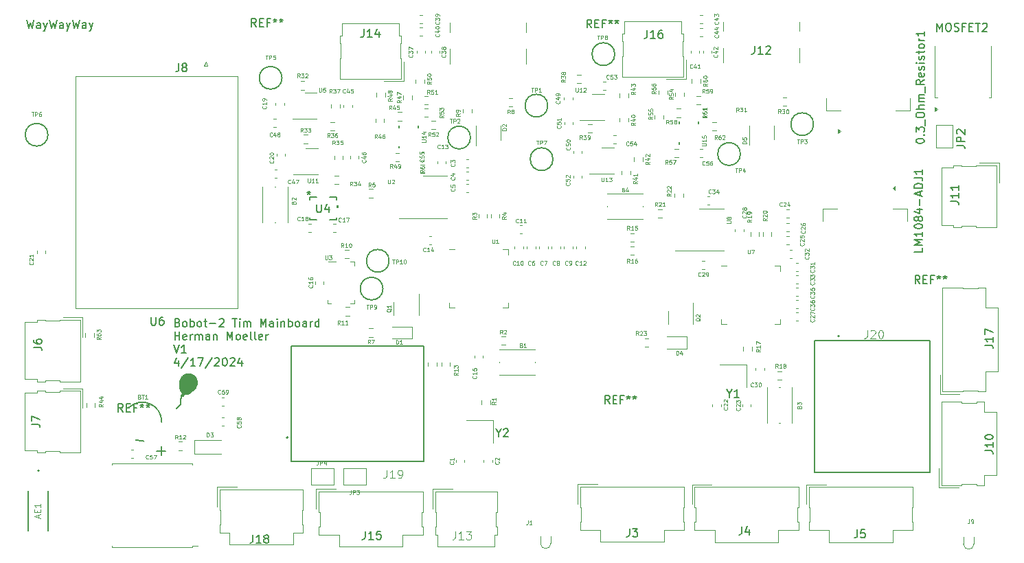
<source format=gbr>
%TF.GenerationSoftware,KiCad,Pcbnew,8.0.0*%
%TF.CreationDate,2024-04-26T21:37:08-04:00*%
%TF.ProjectId,Main board,4d61696e-2062-46f6-9172-642e6b696361,rev?*%
%TF.SameCoordinates,Original*%
%TF.FileFunction,Legend,Top*%
%TF.FilePolarity,Positive*%
%FSLAX46Y46*%
G04 Gerber Fmt 4.6, Leading zero omitted, Abs format (unit mm)*
G04 Created by KiCad (PCBNEW 8.0.0) date 2024-04-26 21:37:08*
%MOMM*%
%LPD*%
G01*
G04 APERTURE LIST*
%ADD10C,0.150000*%
%ADD11C,0.125000*%
%ADD12C,0.100000*%
%ADD13C,0.120000*%
%ADD14C,0.152400*%
%ADD15C,0.000000*%
%ADD16C,0.127000*%
%ADD17C,0.200000*%
%ADD18C,0.182463*%
%ADD19C,0.002645*%
G04 APERTURE END LIST*
D10*
X57848741Y-53987819D02*
X58086836Y-54987819D01*
X58086836Y-54987819D02*
X58277312Y-54273533D01*
X58277312Y-54273533D02*
X58467788Y-54987819D01*
X58467788Y-54987819D02*
X58705884Y-53987819D01*
X59515407Y-54987819D02*
X59515407Y-54464009D01*
X59515407Y-54464009D02*
X59467788Y-54368771D01*
X59467788Y-54368771D02*
X59372550Y-54321152D01*
X59372550Y-54321152D02*
X59182074Y-54321152D01*
X59182074Y-54321152D02*
X59086836Y-54368771D01*
X59515407Y-54940200D02*
X59420169Y-54987819D01*
X59420169Y-54987819D02*
X59182074Y-54987819D01*
X59182074Y-54987819D02*
X59086836Y-54940200D01*
X59086836Y-54940200D02*
X59039217Y-54844961D01*
X59039217Y-54844961D02*
X59039217Y-54749723D01*
X59039217Y-54749723D02*
X59086836Y-54654485D01*
X59086836Y-54654485D02*
X59182074Y-54606866D01*
X59182074Y-54606866D02*
X59420169Y-54606866D01*
X59420169Y-54606866D02*
X59515407Y-54559247D01*
X59896360Y-54321152D02*
X60134455Y-54987819D01*
X60372550Y-54321152D02*
X60134455Y-54987819D01*
X60134455Y-54987819D02*
X60039217Y-55225914D01*
X60039217Y-55225914D02*
X59991598Y-55273533D01*
X59991598Y-55273533D02*
X59896360Y-55321152D01*
X60658265Y-53987819D02*
X60896360Y-54987819D01*
X60896360Y-54987819D02*
X61086836Y-54273533D01*
X61086836Y-54273533D02*
X61277312Y-54987819D01*
X61277312Y-54987819D02*
X61515408Y-53987819D01*
X62324931Y-54987819D02*
X62324931Y-54464009D01*
X62324931Y-54464009D02*
X62277312Y-54368771D01*
X62277312Y-54368771D02*
X62182074Y-54321152D01*
X62182074Y-54321152D02*
X61991598Y-54321152D01*
X61991598Y-54321152D02*
X61896360Y-54368771D01*
X62324931Y-54940200D02*
X62229693Y-54987819D01*
X62229693Y-54987819D02*
X61991598Y-54987819D01*
X61991598Y-54987819D02*
X61896360Y-54940200D01*
X61896360Y-54940200D02*
X61848741Y-54844961D01*
X61848741Y-54844961D02*
X61848741Y-54749723D01*
X61848741Y-54749723D02*
X61896360Y-54654485D01*
X61896360Y-54654485D02*
X61991598Y-54606866D01*
X61991598Y-54606866D02*
X62229693Y-54606866D01*
X62229693Y-54606866D02*
X62324931Y-54559247D01*
X62705884Y-54321152D02*
X62943979Y-54987819D01*
X63182074Y-54321152D02*
X62943979Y-54987819D01*
X62943979Y-54987819D02*
X62848741Y-55225914D01*
X62848741Y-55225914D02*
X62801122Y-55273533D01*
X62801122Y-55273533D02*
X62705884Y-55321152D01*
X63467789Y-53987819D02*
X63705884Y-54987819D01*
X63705884Y-54987819D02*
X63896360Y-54273533D01*
X63896360Y-54273533D02*
X64086836Y-54987819D01*
X64086836Y-54987819D02*
X64324932Y-53987819D01*
X65134455Y-54987819D02*
X65134455Y-54464009D01*
X65134455Y-54464009D02*
X65086836Y-54368771D01*
X65086836Y-54368771D02*
X64991598Y-54321152D01*
X64991598Y-54321152D02*
X64801122Y-54321152D01*
X64801122Y-54321152D02*
X64705884Y-54368771D01*
X65134455Y-54940200D02*
X65039217Y-54987819D01*
X65039217Y-54987819D02*
X64801122Y-54987819D01*
X64801122Y-54987819D02*
X64705884Y-54940200D01*
X64705884Y-54940200D02*
X64658265Y-54844961D01*
X64658265Y-54844961D02*
X64658265Y-54749723D01*
X64658265Y-54749723D02*
X64705884Y-54654485D01*
X64705884Y-54654485D02*
X64801122Y-54606866D01*
X64801122Y-54606866D02*
X65039217Y-54606866D01*
X65039217Y-54606866D02*
X65134455Y-54559247D01*
X65515408Y-54321152D02*
X65753503Y-54987819D01*
X65991598Y-54321152D02*
X65753503Y-54987819D01*
X65753503Y-54987819D02*
X65658265Y-55225914D01*
X65658265Y-55225914D02*
X65610646Y-55273533D01*
X65610646Y-55273533D02*
X65515408Y-55321152D01*
X76420112Y-91266177D02*
X76562969Y-91313796D01*
X76562969Y-91313796D02*
X76610588Y-91361415D01*
X76610588Y-91361415D02*
X76658207Y-91456653D01*
X76658207Y-91456653D02*
X76658207Y-91599510D01*
X76658207Y-91599510D02*
X76610588Y-91694748D01*
X76610588Y-91694748D02*
X76562969Y-91742368D01*
X76562969Y-91742368D02*
X76467731Y-91789987D01*
X76467731Y-91789987D02*
X76086779Y-91789987D01*
X76086779Y-91789987D02*
X76086779Y-90789987D01*
X76086779Y-90789987D02*
X76420112Y-90789987D01*
X76420112Y-90789987D02*
X76515350Y-90837606D01*
X76515350Y-90837606D02*
X76562969Y-90885225D01*
X76562969Y-90885225D02*
X76610588Y-90980463D01*
X76610588Y-90980463D02*
X76610588Y-91075701D01*
X76610588Y-91075701D02*
X76562969Y-91170939D01*
X76562969Y-91170939D02*
X76515350Y-91218558D01*
X76515350Y-91218558D02*
X76420112Y-91266177D01*
X76420112Y-91266177D02*
X76086779Y-91266177D01*
X77229636Y-91789987D02*
X77134398Y-91742368D01*
X77134398Y-91742368D02*
X77086779Y-91694748D01*
X77086779Y-91694748D02*
X77039160Y-91599510D01*
X77039160Y-91599510D02*
X77039160Y-91313796D01*
X77039160Y-91313796D02*
X77086779Y-91218558D01*
X77086779Y-91218558D02*
X77134398Y-91170939D01*
X77134398Y-91170939D02*
X77229636Y-91123320D01*
X77229636Y-91123320D02*
X77372493Y-91123320D01*
X77372493Y-91123320D02*
X77467731Y-91170939D01*
X77467731Y-91170939D02*
X77515350Y-91218558D01*
X77515350Y-91218558D02*
X77562969Y-91313796D01*
X77562969Y-91313796D02*
X77562969Y-91599510D01*
X77562969Y-91599510D02*
X77515350Y-91694748D01*
X77515350Y-91694748D02*
X77467731Y-91742368D01*
X77467731Y-91742368D02*
X77372493Y-91789987D01*
X77372493Y-91789987D02*
X77229636Y-91789987D01*
X77991541Y-91789987D02*
X77991541Y-90789987D01*
X77991541Y-91170939D02*
X78086779Y-91123320D01*
X78086779Y-91123320D02*
X78277255Y-91123320D01*
X78277255Y-91123320D02*
X78372493Y-91170939D01*
X78372493Y-91170939D02*
X78420112Y-91218558D01*
X78420112Y-91218558D02*
X78467731Y-91313796D01*
X78467731Y-91313796D02*
X78467731Y-91599510D01*
X78467731Y-91599510D02*
X78420112Y-91694748D01*
X78420112Y-91694748D02*
X78372493Y-91742368D01*
X78372493Y-91742368D02*
X78277255Y-91789987D01*
X78277255Y-91789987D02*
X78086779Y-91789987D01*
X78086779Y-91789987D02*
X77991541Y-91742368D01*
X79039160Y-91789987D02*
X78943922Y-91742368D01*
X78943922Y-91742368D02*
X78896303Y-91694748D01*
X78896303Y-91694748D02*
X78848684Y-91599510D01*
X78848684Y-91599510D02*
X78848684Y-91313796D01*
X78848684Y-91313796D02*
X78896303Y-91218558D01*
X78896303Y-91218558D02*
X78943922Y-91170939D01*
X78943922Y-91170939D02*
X79039160Y-91123320D01*
X79039160Y-91123320D02*
X79182017Y-91123320D01*
X79182017Y-91123320D02*
X79277255Y-91170939D01*
X79277255Y-91170939D02*
X79324874Y-91218558D01*
X79324874Y-91218558D02*
X79372493Y-91313796D01*
X79372493Y-91313796D02*
X79372493Y-91599510D01*
X79372493Y-91599510D02*
X79324874Y-91694748D01*
X79324874Y-91694748D02*
X79277255Y-91742368D01*
X79277255Y-91742368D02*
X79182017Y-91789987D01*
X79182017Y-91789987D02*
X79039160Y-91789987D01*
X79658208Y-91123320D02*
X80039160Y-91123320D01*
X79801065Y-90789987D02*
X79801065Y-91647129D01*
X79801065Y-91647129D02*
X79848684Y-91742368D01*
X79848684Y-91742368D02*
X79943922Y-91789987D01*
X79943922Y-91789987D02*
X80039160Y-91789987D01*
X80372494Y-91409034D02*
X81134399Y-91409034D01*
X81562970Y-90885225D02*
X81610589Y-90837606D01*
X81610589Y-90837606D02*
X81705827Y-90789987D01*
X81705827Y-90789987D02*
X81943922Y-90789987D01*
X81943922Y-90789987D02*
X82039160Y-90837606D01*
X82039160Y-90837606D02*
X82086779Y-90885225D01*
X82086779Y-90885225D02*
X82134398Y-90980463D01*
X82134398Y-90980463D02*
X82134398Y-91075701D01*
X82134398Y-91075701D02*
X82086779Y-91218558D01*
X82086779Y-91218558D02*
X81515351Y-91789987D01*
X81515351Y-91789987D02*
X82134398Y-91789987D01*
X83182018Y-90789987D02*
X83753446Y-90789987D01*
X83467732Y-91789987D02*
X83467732Y-90789987D01*
X84086780Y-91789987D02*
X84086780Y-91123320D01*
X84086780Y-90789987D02*
X84039161Y-90837606D01*
X84039161Y-90837606D02*
X84086780Y-90885225D01*
X84086780Y-90885225D02*
X84134399Y-90837606D01*
X84134399Y-90837606D02*
X84086780Y-90789987D01*
X84086780Y-90789987D02*
X84086780Y-90885225D01*
X84562970Y-91789987D02*
X84562970Y-91123320D01*
X84562970Y-91218558D02*
X84610589Y-91170939D01*
X84610589Y-91170939D02*
X84705827Y-91123320D01*
X84705827Y-91123320D02*
X84848684Y-91123320D01*
X84848684Y-91123320D02*
X84943922Y-91170939D01*
X84943922Y-91170939D02*
X84991541Y-91266177D01*
X84991541Y-91266177D02*
X84991541Y-91789987D01*
X84991541Y-91266177D02*
X85039160Y-91170939D01*
X85039160Y-91170939D02*
X85134398Y-91123320D01*
X85134398Y-91123320D02*
X85277255Y-91123320D01*
X85277255Y-91123320D02*
X85372494Y-91170939D01*
X85372494Y-91170939D02*
X85420113Y-91266177D01*
X85420113Y-91266177D02*
X85420113Y-91789987D01*
X86658208Y-91789987D02*
X86658208Y-90789987D01*
X86658208Y-90789987D02*
X86991541Y-91504272D01*
X86991541Y-91504272D02*
X87324874Y-90789987D01*
X87324874Y-90789987D02*
X87324874Y-91789987D01*
X88229636Y-91789987D02*
X88229636Y-91266177D01*
X88229636Y-91266177D02*
X88182017Y-91170939D01*
X88182017Y-91170939D02*
X88086779Y-91123320D01*
X88086779Y-91123320D02*
X87896303Y-91123320D01*
X87896303Y-91123320D02*
X87801065Y-91170939D01*
X88229636Y-91742368D02*
X88134398Y-91789987D01*
X88134398Y-91789987D02*
X87896303Y-91789987D01*
X87896303Y-91789987D02*
X87801065Y-91742368D01*
X87801065Y-91742368D02*
X87753446Y-91647129D01*
X87753446Y-91647129D02*
X87753446Y-91551891D01*
X87753446Y-91551891D02*
X87801065Y-91456653D01*
X87801065Y-91456653D02*
X87896303Y-91409034D01*
X87896303Y-91409034D02*
X88134398Y-91409034D01*
X88134398Y-91409034D02*
X88229636Y-91361415D01*
X88705827Y-91789987D02*
X88705827Y-91123320D01*
X88705827Y-90789987D02*
X88658208Y-90837606D01*
X88658208Y-90837606D02*
X88705827Y-90885225D01*
X88705827Y-90885225D02*
X88753446Y-90837606D01*
X88753446Y-90837606D02*
X88705827Y-90789987D01*
X88705827Y-90789987D02*
X88705827Y-90885225D01*
X89182017Y-91123320D02*
X89182017Y-91789987D01*
X89182017Y-91218558D02*
X89229636Y-91170939D01*
X89229636Y-91170939D02*
X89324874Y-91123320D01*
X89324874Y-91123320D02*
X89467731Y-91123320D01*
X89467731Y-91123320D02*
X89562969Y-91170939D01*
X89562969Y-91170939D02*
X89610588Y-91266177D01*
X89610588Y-91266177D02*
X89610588Y-91789987D01*
X90086779Y-91789987D02*
X90086779Y-90789987D01*
X90086779Y-91170939D02*
X90182017Y-91123320D01*
X90182017Y-91123320D02*
X90372493Y-91123320D01*
X90372493Y-91123320D02*
X90467731Y-91170939D01*
X90467731Y-91170939D02*
X90515350Y-91218558D01*
X90515350Y-91218558D02*
X90562969Y-91313796D01*
X90562969Y-91313796D02*
X90562969Y-91599510D01*
X90562969Y-91599510D02*
X90515350Y-91694748D01*
X90515350Y-91694748D02*
X90467731Y-91742368D01*
X90467731Y-91742368D02*
X90372493Y-91789987D01*
X90372493Y-91789987D02*
X90182017Y-91789987D01*
X90182017Y-91789987D02*
X90086779Y-91742368D01*
X91134398Y-91789987D02*
X91039160Y-91742368D01*
X91039160Y-91742368D02*
X90991541Y-91694748D01*
X90991541Y-91694748D02*
X90943922Y-91599510D01*
X90943922Y-91599510D02*
X90943922Y-91313796D01*
X90943922Y-91313796D02*
X90991541Y-91218558D01*
X90991541Y-91218558D02*
X91039160Y-91170939D01*
X91039160Y-91170939D02*
X91134398Y-91123320D01*
X91134398Y-91123320D02*
X91277255Y-91123320D01*
X91277255Y-91123320D02*
X91372493Y-91170939D01*
X91372493Y-91170939D02*
X91420112Y-91218558D01*
X91420112Y-91218558D02*
X91467731Y-91313796D01*
X91467731Y-91313796D02*
X91467731Y-91599510D01*
X91467731Y-91599510D02*
X91420112Y-91694748D01*
X91420112Y-91694748D02*
X91372493Y-91742368D01*
X91372493Y-91742368D02*
X91277255Y-91789987D01*
X91277255Y-91789987D02*
X91134398Y-91789987D01*
X92324874Y-91789987D02*
X92324874Y-91266177D01*
X92324874Y-91266177D02*
X92277255Y-91170939D01*
X92277255Y-91170939D02*
X92182017Y-91123320D01*
X92182017Y-91123320D02*
X91991541Y-91123320D01*
X91991541Y-91123320D02*
X91896303Y-91170939D01*
X92324874Y-91742368D02*
X92229636Y-91789987D01*
X92229636Y-91789987D02*
X91991541Y-91789987D01*
X91991541Y-91789987D02*
X91896303Y-91742368D01*
X91896303Y-91742368D02*
X91848684Y-91647129D01*
X91848684Y-91647129D02*
X91848684Y-91551891D01*
X91848684Y-91551891D02*
X91896303Y-91456653D01*
X91896303Y-91456653D02*
X91991541Y-91409034D01*
X91991541Y-91409034D02*
X92229636Y-91409034D01*
X92229636Y-91409034D02*
X92324874Y-91361415D01*
X92801065Y-91789987D02*
X92801065Y-91123320D01*
X92801065Y-91313796D02*
X92848684Y-91218558D01*
X92848684Y-91218558D02*
X92896303Y-91170939D01*
X92896303Y-91170939D02*
X92991541Y-91123320D01*
X92991541Y-91123320D02*
X93086779Y-91123320D01*
X93848684Y-91789987D02*
X93848684Y-90789987D01*
X93848684Y-91742368D02*
X93753446Y-91789987D01*
X93753446Y-91789987D02*
X93562970Y-91789987D01*
X93562970Y-91789987D02*
X93467732Y-91742368D01*
X93467732Y-91742368D02*
X93420113Y-91694748D01*
X93420113Y-91694748D02*
X93372494Y-91599510D01*
X93372494Y-91599510D02*
X93372494Y-91313796D01*
X93372494Y-91313796D02*
X93420113Y-91218558D01*
X93420113Y-91218558D02*
X93467732Y-91170939D01*
X93467732Y-91170939D02*
X93562970Y-91123320D01*
X93562970Y-91123320D02*
X93753446Y-91123320D01*
X93753446Y-91123320D02*
X93848684Y-91170939D01*
X76086779Y-93399931D02*
X76086779Y-92399931D01*
X76086779Y-92876121D02*
X76658207Y-92876121D01*
X76658207Y-93399931D02*
X76658207Y-92399931D01*
X77515350Y-93352312D02*
X77420112Y-93399931D01*
X77420112Y-93399931D02*
X77229636Y-93399931D01*
X77229636Y-93399931D02*
X77134398Y-93352312D01*
X77134398Y-93352312D02*
X77086779Y-93257073D01*
X77086779Y-93257073D02*
X77086779Y-92876121D01*
X77086779Y-92876121D02*
X77134398Y-92780883D01*
X77134398Y-92780883D02*
X77229636Y-92733264D01*
X77229636Y-92733264D02*
X77420112Y-92733264D01*
X77420112Y-92733264D02*
X77515350Y-92780883D01*
X77515350Y-92780883D02*
X77562969Y-92876121D01*
X77562969Y-92876121D02*
X77562969Y-92971359D01*
X77562969Y-92971359D02*
X77086779Y-93066597D01*
X77991541Y-93399931D02*
X77991541Y-92733264D01*
X77991541Y-92923740D02*
X78039160Y-92828502D01*
X78039160Y-92828502D02*
X78086779Y-92780883D01*
X78086779Y-92780883D02*
X78182017Y-92733264D01*
X78182017Y-92733264D02*
X78277255Y-92733264D01*
X78610589Y-93399931D02*
X78610589Y-92733264D01*
X78610589Y-92828502D02*
X78658208Y-92780883D01*
X78658208Y-92780883D02*
X78753446Y-92733264D01*
X78753446Y-92733264D02*
X78896303Y-92733264D01*
X78896303Y-92733264D02*
X78991541Y-92780883D01*
X78991541Y-92780883D02*
X79039160Y-92876121D01*
X79039160Y-92876121D02*
X79039160Y-93399931D01*
X79039160Y-92876121D02*
X79086779Y-92780883D01*
X79086779Y-92780883D02*
X79182017Y-92733264D01*
X79182017Y-92733264D02*
X79324874Y-92733264D01*
X79324874Y-92733264D02*
X79420113Y-92780883D01*
X79420113Y-92780883D02*
X79467732Y-92876121D01*
X79467732Y-92876121D02*
X79467732Y-93399931D01*
X80372493Y-93399931D02*
X80372493Y-92876121D01*
X80372493Y-92876121D02*
X80324874Y-92780883D01*
X80324874Y-92780883D02*
X80229636Y-92733264D01*
X80229636Y-92733264D02*
X80039160Y-92733264D01*
X80039160Y-92733264D02*
X79943922Y-92780883D01*
X80372493Y-93352312D02*
X80277255Y-93399931D01*
X80277255Y-93399931D02*
X80039160Y-93399931D01*
X80039160Y-93399931D02*
X79943922Y-93352312D01*
X79943922Y-93352312D02*
X79896303Y-93257073D01*
X79896303Y-93257073D02*
X79896303Y-93161835D01*
X79896303Y-93161835D02*
X79943922Y-93066597D01*
X79943922Y-93066597D02*
X80039160Y-93018978D01*
X80039160Y-93018978D02*
X80277255Y-93018978D01*
X80277255Y-93018978D02*
X80372493Y-92971359D01*
X80848684Y-92733264D02*
X80848684Y-93399931D01*
X80848684Y-92828502D02*
X80896303Y-92780883D01*
X80896303Y-92780883D02*
X80991541Y-92733264D01*
X80991541Y-92733264D02*
X81134398Y-92733264D01*
X81134398Y-92733264D02*
X81229636Y-92780883D01*
X81229636Y-92780883D02*
X81277255Y-92876121D01*
X81277255Y-92876121D02*
X81277255Y-93399931D01*
X82515351Y-93399931D02*
X82515351Y-92399931D01*
X82515351Y-92399931D02*
X82848684Y-93114216D01*
X82848684Y-93114216D02*
X83182017Y-92399931D01*
X83182017Y-92399931D02*
X83182017Y-93399931D01*
X83801065Y-93399931D02*
X83705827Y-93352312D01*
X83705827Y-93352312D02*
X83658208Y-93304692D01*
X83658208Y-93304692D02*
X83610589Y-93209454D01*
X83610589Y-93209454D02*
X83610589Y-92923740D01*
X83610589Y-92923740D02*
X83658208Y-92828502D01*
X83658208Y-92828502D02*
X83705827Y-92780883D01*
X83705827Y-92780883D02*
X83801065Y-92733264D01*
X83801065Y-92733264D02*
X83943922Y-92733264D01*
X83943922Y-92733264D02*
X84039160Y-92780883D01*
X84039160Y-92780883D02*
X84086779Y-92828502D01*
X84086779Y-92828502D02*
X84134398Y-92923740D01*
X84134398Y-92923740D02*
X84134398Y-93209454D01*
X84134398Y-93209454D02*
X84086779Y-93304692D01*
X84086779Y-93304692D02*
X84039160Y-93352312D01*
X84039160Y-93352312D02*
X83943922Y-93399931D01*
X83943922Y-93399931D02*
X83801065Y-93399931D01*
X84943922Y-93352312D02*
X84848684Y-93399931D01*
X84848684Y-93399931D02*
X84658208Y-93399931D01*
X84658208Y-93399931D02*
X84562970Y-93352312D01*
X84562970Y-93352312D02*
X84515351Y-93257073D01*
X84515351Y-93257073D02*
X84515351Y-92876121D01*
X84515351Y-92876121D02*
X84562970Y-92780883D01*
X84562970Y-92780883D02*
X84658208Y-92733264D01*
X84658208Y-92733264D02*
X84848684Y-92733264D01*
X84848684Y-92733264D02*
X84943922Y-92780883D01*
X84943922Y-92780883D02*
X84991541Y-92876121D01*
X84991541Y-92876121D02*
X84991541Y-92971359D01*
X84991541Y-92971359D02*
X84515351Y-93066597D01*
X85562970Y-93399931D02*
X85467732Y-93352312D01*
X85467732Y-93352312D02*
X85420113Y-93257073D01*
X85420113Y-93257073D02*
X85420113Y-92399931D01*
X86086780Y-93399931D02*
X85991542Y-93352312D01*
X85991542Y-93352312D02*
X85943923Y-93257073D01*
X85943923Y-93257073D02*
X85943923Y-92399931D01*
X86848685Y-93352312D02*
X86753447Y-93399931D01*
X86753447Y-93399931D02*
X86562971Y-93399931D01*
X86562971Y-93399931D02*
X86467733Y-93352312D01*
X86467733Y-93352312D02*
X86420114Y-93257073D01*
X86420114Y-93257073D02*
X86420114Y-92876121D01*
X86420114Y-92876121D02*
X86467733Y-92780883D01*
X86467733Y-92780883D02*
X86562971Y-92733264D01*
X86562971Y-92733264D02*
X86753447Y-92733264D01*
X86753447Y-92733264D02*
X86848685Y-92780883D01*
X86848685Y-92780883D02*
X86896304Y-92876121D01*
X86896304Y-92876121D02*
X86896304Y-92971359D01*
X86896304Y-92971359D02*
X86420114Y-93066597D01*
X87324876Y-93399931D02*
X87324876Y-92733264D01*
X87324876Y-92923740D02*
X87372495Y-92828502D01*
X87372495Y-92828502D02*
X87420114Y-92780883D01*
X87420114Y-92780883D02*
X87515352Y-92733264D01*
X87515352Y-92733264D02*
X87610590Y-92733264D01*
X75943922Y-94009875D02*
X76277255Y-95009875D01*
X76277255Y-95009875D02*
X76610588Y-94009875D01*
X77467731Y-95009875D02*
X76896303Y-95009875D01*
X77182017Y-95009875D02*
X77182017Y-94009875D01*
X77182017Y-94009875D02*
X77086779Y-94152732D01*
X77086779Y-94152732D02*
X76991541Y-94247970D01*
X76991541Y-94247970D02*
X76896303Y-94295589D01*
X76515350Y-95953152D02*
X76515350Y-96619819D01*
X76277255Y-95572200D02*
X76039160Y-96286485D01*
X76039160Y-96286485D02*
X76658207Y-96286485D01*
X77753445Y-95572200D02*
X76896303Y-96857914D01*
X78610588Y-96619819D02*
X78039160Y-96619819D01*
X78324874Y-96619819D02*
X78324874Y-95619819D01*
X78324874Y-95619819D02*
X78229636Y-95762676D01*
X78229636Y-95762676D02*
X78134398Y-95857914D01*
X78134398Y-95857914D02*
X78039160Y-95905533D01*
X78943922Y-95619819D02*
X79610588Y-95619819D01*
X79610588Y-95619819D02*
X79182017Y-96619819D01*
X80705826Y-95572200D02*
X79848684Y-96857914D01*
X80991541Y-95715057D02*
X81039160Y-95667438D01*
X81039160Y-95667438D02*
X81134398Y-95619819D01*
X81134398Y-95619819D02*
X81372493Y-95619819D01*
X81372493Y-95619819D02*
X81467731Y-95667438D01*
X81467731Y-95667438D02*
X81515350Y-95715057D01*
X81515350Y-95715057D02*
X81562969Y-95810295D01*
X81562969Y-95810295D02*
X81562969Y-95905533D01*
X81562969Y-95905533D02*
X81515350Y-96048390D01*
X81515350Y-96048390D02*
X80943922Y-96619819D01*
X80943922Y-96619819D02*
X81562969Y-96619819D01*
X82182017Y-95619819D02*
X82277255Y-95619819D01*
X82277255Y-95619819D02*
X82372493Y-95667438D01*
X82372493Y-95667438D02*
X82420112Y-95715057D01*
X82420112Y-95715057D02*
X82467731Y-95810295D01*
X82467731Y-95810295D02*
X82515350Y-96000771D01*
X82515350Y-96000771D02*
X82515350Y-96238866D01*
X82515350Y-96238866D02*
X82467731Y-96429342D01*
X82467731Y-96429342D02*
X82420112Y-96524580D01*
X82420112Y-96524580D02*
X82372493Y-96572200D01*
X82372493Y-96572200D02*
X82277255Y-96619819D01*
X82277255Y-96619819D02*
X82182017Y-96619819D01*
X82182017Y-96619819D02*
X82086779Y-96572200D01*
X82086779Y-96572200D02*
X82039160Y-96524580D01*
X82039160Y-96524580D02*
X81991541Y-96429342D01*
X81991541Y-96429342D02*
X81943922Y-96238866D01*
X81943922Y-96238866D02*
X81943922Y-96000771D01*
X81943922Y-96000771D02*
X81991541Y-95810295D01*
X81991541Y-95810295D02*
X82039160Y-95715057D01*
X82039160Y-95715057D02*
X82086779Y-95667438D01*
X82086779Y-95667438D02*
X82182017Y-95619819D01*
X82896303Y-95715057D02*
X82943922Y-95667438D01*
X82943922Y-95667438D02*
X83039160Y-95619819D01*
X83039160Y-95619819D02*
X83277255Y-95619819D01*
X83277255Y-95619819D02*
X83372493Y-95667438D01*
X83372493Y-95667438D02*
X83420112Y-95715057D01*
X83420112Y-95715057D02*
X83467731Y-95810295D01*
X83467731Y-95810295D02*
X83467731Y-95905533D01*
X83467731Y-95905533D02*
X83420112Y-96048390D01*
X83420112Y-96048390D02*
X82848684Y-96619819D01*
X82848684Y-96619819D02*
X83467731Y-96619819D01*
X84324874Y-95953152D02*
X84324874Y-96619819D01*
X84086779Y-95572200D02*
X83848684Y-96286485D01*
X83848684Y-96286485D02*
X84467731Y-96286485D01*
D11*
X128666952Y-73384809D02*
X128666952Y-73789571D01*
X128666952Y-73789571D02*
X128690762Y-73837190D01*
X128690762Y-73837190D02*
X128714571Y-73861000D01*
X128714571Y-73861000D02*
X128762190Y-73884809D01*
X128762190Y-73884809D02*
X128857428Y-73884809D01*
X128857428Y-73884809D02*
X128905047Y-73861000D01*
X128905047Y-73861000D02*
X128928857Y-73837190D01*
X128928857Y-73837190D02*
X128952666Y-73789571D01*
X128952666Y-73789571D02*
X128952666Y-73384809D01*
X129452667Y-73884809D02*
X129166953Y-73884809D01*
X129309810Y-73884809D02*
X129309810Y-73384809D01*
X129309810Y-73384809D02*
X129262191Y-73456238D01*
X129262191Y-73456238D02*
X129214572Y-73503857D01*
X129214572Y-73503857D02*
X129166953Y-73527666D01*
X129619333Y-73384809D02*
X129928857Y-73384809D01*
X129928857Y-73384809D02*
X129762190Y-73575285D01*
X129762190Y-73575285D02*
X129833619Y-73575285D01*
X129833619Y-73575285D02*
X129881238Y-73599095D01*
X129881238Y-73599095D02*
X129905047Y-73622904D01*
X129905047Y-73622904D02*
X129928857Y-73670523D01*
X129928857Y-73670523D02*
X129928857Y-73789571D01*
X129928857Y-73789571D02*
X129905047Y-73837190D01*
X129905047Y-73837190D02*
X129881238Y-73861000D01*
X129881238Y-73861000D02*
X129833619Y-73884809D01*
X129833619Y-73884809D02*
X129690762Y-73884809D01*
X129690762Y-73884809D02*
X129643143Y-73861000D01*
X129643143Y-73861000D02*
X129619333Y-73837190D01*
X148224809Y-94571428D02*
X147986714Y-94738094D01*
X148224809Y-94857142D02*
X147724809Y-94857142D01*
X147724809Y-94857142D02*
X147724809Y-94666666D01*
X147724809Y-94666666D02*
X147748619Y-94619047D01*
X147748619Y-94619047D02*
X147772428Y-94595237D01*
X147772428Y-94595237D02*
X147820047Y-94571428D01*
X147820047Y-94571428D02*
X147891476Y-94571428D01*
X147891476Y-94571428D02*
X147939095Y-94595237D01*
X147939095Y-94595237D02*
X147962904Y-94619047D01*
X147962904Y-94619047D02*
X147986714Y-94666666D01*
X147986714Y-94666666D02*
X147986714Y-94857142D01*
X148224809Y-94095237D02*
X148224809Y-94380951D01*
X148224809Y-94238094D02*
X147724809Y-94238094D01*
X147724809Y-94238094D02*
X147796238Y-94285713D01*
X147796238Y-94285713D02*
X147843857Y-94333332D01*
X147843857Y-94333332D02*
X147867666Y-94380951D01*
X147724809Y-93928571D02*
X147724809Y-93595238D01*
X147724809Y-93595238D02*
X148224809Y-93809523D01*
X125491952Y-62335809D02*
X125491952Y-62740571D01*
X125491952Y-62740571D02*
X125515762Y-62788190D01*
X125515762Y-62788190D02*
X125539571Y-62812000D01*
X125539571Y-62812000D02*
X125587190Y-62835809D01*
X125587190Y-62835809D02*
X125682428Y-62835809D01*
X125682428Y-62835809D02*
X125730047Y-62812000D01*
X125730047Y-62812000D02*
X125753857Y-62788190D01*
X125753857Y-62788190D02*
X125777666Y-62740571D01*
X125777666Y-62740571D02*
X125777666Y-62335809D01*
X126277667Y-62835809D02*
X125991953Y-62835809D01*
X126134810Y-62835809D02*
X126134810Y-62335809D01*
X126134810Y-62335809D02*
X126087191Y-62407238D01*
X126087191Y-62407238D02*
X126039572Y-62454857D01*
X126039572Y-62454857D02*
X125991953Y-62478666D01*
X126468143Y-62383428D02*
X126491952Y-62359619D01*
X126491952Y-62359619D02*
X126539571Y-62335809D01*
X126539571Y-62335809D02*
X126658619Y-62335809D01*
X126658619Y-62335809D02*
X126706238Y-62359619D01*
X126706238Y-62359619D02*
X126730047Y-62383428D01*
X126730047Y-62383428D02*
X126753857Y-62431047D01*
X126753857Y-62431047D02*
X126753857Y-62478666D01*
X126753857Y-62478666D02*
X126730047Y-62550095D01*
X126730047Y-62550095D02*
X126444333Y-62835809D01*
X126444333Y-62835809D02*
X126753857Y-62835809D01*
X99570190Y-71209428D02*
X99594000Y-71233237D01*
X99594000Y-71233237D02*
X99617809Y-71304666D01*
X99617809Y-71304666D02*
X99617809Y-71352285D01*
X99617809Y-71352285D02*
X99594000Y-71423713D01*
X99594000Y-71423713D02*
X99546380Y-71471332D01*
X99546380Y-71471332D02*
X99498761Y-71495142D01*
X99498761Y-71495142D02*
X99403523Y-71518951D01*
X99403523Y-71518951D02*
X99332095Y-71518951D01*
X99332095Y-71518951D02*
X99236857Y-71495142D01*
X99236857Y-71495142D02*
X99189238Y-71471332D01*
X99189238Y-71471332D02*
X99141619Y-71423713D01*
X99141619Y-71423713D02*
X99117809Y-71352285D01*
X99117809Y-71352285D02*
X99117809Y-71304666D01*
X99117809Y-71304666D02*
X99141619Y-71233237D01*
X99141619Y-71233237D02*
X99165428Y-71209428D01*
X99284476Y-70780856D02*
X99617809Y-70780856D01*
X99094000Y-70899904D02*
X99451142Y-71018951D01*
X99451142Y-71018951D02*
X99451142Y-70709428D01*
X99117809Y-70304666D02*
X99117809Y-70399904D01*
X99117809Y-70399904D02*
X99141619Y-70447523D01*
X99141619Y-70447523D02*
X99165428Y-70471333D01*
X99165428Y-70471333D02*
X99236857Y-70518952D01*
X99236857Y-70518952D02*
X99332095Y-70542761D01*
X99332095Y-70542761D02*
X99522571Y-70542761D01*
X99522571Y-70542761D02*
X99570190Y-70518952D01*
X99570190Y-70518952D02*
X99594000Y-70495142D01*
X99594000Y-70495142D02*
X99617809Y-70447523D01*
X99617809Y-70447523D02*
X99617809Y-70352285D01*
X99617809Y-70352285D02*
X99594000Y-70304666D01*
X99594000Y-70304666D02*
X99570190Y-70280857D01*
X99570190Y-70280857D02*
X99522571Y-70257047D01*
X99522571Y-70257047D02*
X99403523Y-70257047D01*
X99403523Y-70257047D02*
X99355904Y-70280857D01*
X99355904Y-70280857D02*
X99332095Y-70304666D01*
X99332095Y-70304666D02*
X99308285Y-70352285D01*
X99308285Y-70352285D02*
X99308285Y-70447523D01*
X99308285Y-70447523D02*
X99332095Y-70495142D01*
X99332095Y-70495142D02*
X99355904Y-70518952D01*
X99355904Y-70518952D02*
X99403523Y-70542761D01*
X146685047Y-82274809D02*
X146685047Y-82679571D01*
X146685047Y-82679571D02*
X146708857Y-82727190D01*
X146708857Y-82727190D02*
X146732666Y-82751000D01*
X146732666Y-82751000D02*
X146780285Y-82774809D01*
X146780285Y-82774809D02*
X146875523Y-82774809D01*
X146875523Y-82774809D02*
X146923142Y-82751000D01*
X146923142Y-82751000D02*
X146946952Y-82727190D01*
X146946952Y-82727190D02*
X146970761Y-82679571D01*
X146970761Y-82679571D02*
X146970761Y-82274809D01*
X147161238Y-82274809D02*
X147494571Y-82274809D01*
X147494571Y-82274809D02*
X147280286Y-82774809D01*
X87253048Y-58311809D02*
X87538762Y-58311809D01*
X87395905Y-58811809D02*
X87395905Y-58311809D01*
X87705428Y-58811809D02*
X87705428Y-58311809D01*
X87705428Y-58311809D02*
X87895904Y-58311809D01*
X87895904Y-58311809D02*
X87943523Y-58335619D01*
X87943523Y-58335619D02*
X87967333Y-58359428D01*
X87967333Y-58359428D02*
X87991142Y-58407047D01*
X87991142Y-58407047D02*
X87991142Y-58478476D01*
X87991142Y-58478476D02*
X87967333Y-58526095D01*
X87967333Y-58526095D02*
X87943523Y-58549904D01*
X87943523Y-58549904D02*
X87895904Y-58573714D01*
X87895904Y-58573714D02*
X87705428Y-58573714D01*
X88443523Y-58311809D02*
X88205428Y-58311809D01*
X88205428Y-58311809D02*
X88181619Y-58549904D01*
X88181619Y-58549904D02*
X88205428Y-58526095D01*
X88205428Y-58526095D02*
X88253047Y-58502285D01*
X88253047Y-58502285D02*
X88372095Y-58502285D01*
X88372095Y-58502285D02*
X88419714Y-58526095D01*
X88419714Y-58526095D02*
X88443523Y-58549904D01*
X88443523Y-58549904D02*
X88467333Y-58597523D01*
X88467333Y-58597523D02*
X88467333Y-58716571D01*
X88467333Y-58716571D02*
X88443523Y-58764190D01*
X88443523Y-58764190D02*
X88419714Y-58788000D01*
X88419714Y-58788000D02*
X88372095Y-58811809D01*
X88372095Y-58811809D02*
X88253047Y-58811809D01*
X88253047Y-58811809D02*
X88205428Y-58788000D01*
X88205428Y-58788000D02*
X88181619Y-58764190D01*
X96892571Y-81992809D02*
X96725905Y-81754714D01*
X96606857Y-81992809D02*
X96606857Y-81492809D01*
X96606857Y-81492809D02*
X96797333Y-81492809D01*
X96797333Y-81492809D02*
X96844952Y-81516619D01*
X96844952Y-81516619D02*
X96868762Y-81540428D01*
X96868762Y-81540428D02*
X96892571Y-81588047D01*
X96892571Y-81588047D02*
X96892571Y-81659476D01*
X96892571Y-81659476D02*
X96868762Y-81707095D01*
X96868762Y-81707095D02*
X96844952Y-81730904D01*
X96844952Y-81730904D02*
X96797333Y-81754714D01*
X96797333Y-81754714D02*
X96606857Y-81754714D01*
X97368762Y-81992809D02*
X97083048Y-81992809D01*
X97225905Y-81992809D02*
X97225905Y-81492809D01*
X97225905Y-81492809D02*
X97178286Y-81564238D01*
X97178286Y-81564238D02*
X97130667Y-81611857D01*
X97130667Y-81611857D02*
X97083048Y-81635666D01*
X97678285Y-81492809D02*
X97725904Y-81492809D01*
X97725904Y-81492809D02*
X97773523Y-81516619D01*
X97773523Y-81516619D02*
X97797333Y-81540428D01*
X97797333Y-81540428D02*
X97821142Y-81588047D01*
X97821142Y-81588047D02*
X97844952Y-81683285D01*
X97844952Y-81683285D02*
X97844952Y-81802333D01*
X97844952Y-81802333D02*
X97821142Y-81897571D01*
X97821142Y-81897571D02*
X97797333Y-81945190D01*
X97797333Y-81945190D02*
X97773523Y-81969000D01*
X97773523Y-81969000D02*
X97725904Y-81992809D01*
X97725904Y-81992809D02*
X97678285Y-81992809D01*
X97678285Y-81992809D02*
X97630666Y-81969000D01*
X97630666Y-81969000D02*
X97606857Y-81945190D01*
X97606857Y-81945190D02*
X97583047Y-81897571D01*
X97583047Y-81897571D02*
X97559238Y-81802333D01*
X97559238Y-81802333D02*
X97559238Y-81683285D01*
X97559238Y-81683285D02*
X97583047Y-81588047D01*
X97583047Y-81588047D02*
X97606857Y-81540428D01*
X97606857Y-81540428D02*
X97630666Y-81516619D01*
X97630666Y-81516619D02*
X97678285Y-81492809D01*
X123494190Y-63948428D02*
X123518000Y-63972237D01*
X123518000Y-63972237D02*
X123541809Y-64043666D01*
X123541809Y-64043666D02*
X123541809Y-64091285D01*
X123541809Y-64091285D02*
X123518000Y-64162713D01*
X123518000Y-64162713D02*
X123470380Y-64210332D01*
X123470380Y-64210332D02*
X123422761Y-64234142D01*
X123422761Y-64234142D02*
X123327523Y-64257951D01*
X123327523Y-64257951D02*
X123256095Y-64257951D01*
X123256095Y-64257951D02*
X123160857Y-64234142D01*
X123160857Y-64234142D02*
X123113238Y-64210332D01*
X123113238Y-64210332D02*
X123065619Y-64162713D01*
X123065619Y-64162713D02*
X123041809Y-64091285D01*
X123041809Y-64091285D02*
X123041809Y-64043666D01*
X123041809Y-64043666D02*
X123065619Y-63972237D01*
X123065619Y-63972237D02*
X123089428Y-63948428D01*
X123208476Y-63519856D02*
X123541809Y-63519856D01*
X123018000Y-63638904D02*
X123375142Y-63757951D01*
X123375142Y-63757951D02*
X123375142Y-63448428D01*
X123541809Y-63234142D02*
X123541809Y-63138904D01*
X123541809Y-63138904D02*
X123518000Y-63091285D01*
X123518000Y-63091285D02*
X123494190Y-63067476D01*
X123494190Y-63067476D02*
X123422761Y-63019857D01*
X123422761Y-63019857D02*
X123327523Y-62996047D01*
X123327523Y-62996047D02*
X123137047Y-62996047D01*
X123137047Y-62996047D02*
X123089428Y-63019857D01*
X123089428Y-63019857D02*
X123065619Y-63043666D01*
X123065619Y-63043666D02*
X123041809Y-63091285D01*
X123041809Y-63091285D02*
X123041809Y-63186523D01*
X123041809Y-63186523D02*
X123065619Y-63234142D01*
X123065619Y-63234142D02*
X123089428Y-63257952D01*
X123089428Y-63257952D02*
X123137047Y-63281761D01*
X123137047Y-63281761D02*
X123256095Y-63281761D01*
X123256095Y-63281761D02*
X123303714Y-63257952D01*
X123303714Y-63257952D02*
X123327523Y-63234142D01*
X123327523Y-63234142D02*
X123351333Y-63186523D01*
X123351333Y-63186523D02*
X123351333Y-63091285D01*
X123351333Y-63091285D02*
X123327523Y-63043666D01*
X123327523Y-63043666D02*
X123303714Y-63019857D01*
X123303714Y-63019857D02*
X123256095Y-62996047D01*
X90347571Y-74091190D02*
X90323762Y-74115000D01*
X90323762Y-74115000D02*
X90252333Y-74138809D01*
X90252333Y-74138809D02*
X90204714Y-74138809D01*
X90204714Y-74138809D02*
X90133286Y-74115000D01*
X90133286Y-74115000D02*
X90085667Y-74067380D01*
X90085667Y-74067380D02*
X90061857Y-74019761D01*
X90061857Y-74019761D02*
X90038048Y-73924523D01*
X90038048Y-73924523D02*
X90038048Y-73853095D01*
X90038048Y-73853095D02*
X90061857Y-73757857D01*
X90061857Y-73757857D02*
X90085667Y-73710238D01*
X90085667Y-73710238D02*
X90133286Y-73662619D01*
X90133286Y-73662619D02*
X90204714Y-73638809D01*
X90204714Y-73638809D02*
X90252333Y-73638809D01*
X90252333Y-73638809D02*
X90323762Y-73662619D01*
X90323762Y-73662619D02*
X90347571Y-73686428D01*
X90776143Y-73805476D02*
X90776143Y-74138809D01*
X90657095Y-73615000D02*
X90538048Y-73972142D01*
X90538048Y-73972142D02*
X90847571Y-73972142D01*
X90990428Y-73638809D02*
X91323761Y-73638809D01*
X91323761Y-73638809D02*
X91109476Y-74138809D01*
X123621190Y-66996428D02*
X123645000Y-67020237D01*
X123645000Y-67020237D02*
X123668809Y-67091666D01*
X123668809Y-67091666D02*
X123668809Y-67139285D01*
X123668809Y-67139285D02*
X123645000Y-67210713D01*
X123645000Y-67210713D02*
X123597380Y-67258332D01*
X123597380Y-67258332D02*
X123549761Y-67282142D01*
X123549761Y-67282142D02*
X123454523Y-67305951D01*
X123454523Y-67305951D02*
X123383095Y-67305951D01*
X123383095Y-67305951D02*
X123287857Y-67282142D01*
X123287857Y-67282142D02*
X123240238Y-67258332D01*
X123240238Y-67258332D02*
X123192619Y-67210713D01*
X123192619Y-67210713D02*
X123168809Y-67139285D01*
X123168809Y-67139285D02*
X123168809Y-67091666D01*
X123168809Y-67091666D02*
X123192619Y-67020237D01*
X123192619Y-67020237D02*
X123216428Y-66996428D01*
X123168809Y-66544047D02*
X123168809Y-66782142D01*
X123168809Y-66782142D02*
X123406904Y-66805951D01*
X123406904Y-66805951D02*
X123383095Y-66782142D01*
X123383095Y-66782142D02*
X123359285Y-66734523D01*
X123359285Y-66734523D02*
X123359285Y-66615475D01*
X123359285Y-66615475D02*
X123383095Y-66567856D01*
X123383095Y-66567856D02*
X123406904Y-66544047D01*
X123406904Y-66544047D02*
X123454523Y-66520237D01*
X123454523Y-66520237D02*
X123573571Y-66520237D01*
X123573571Y-66520237D02*
X123621190Y-66544047D01*
X123621190Y-66544047D02*
X123645000Y-66567856D01*
X123645000Y-66567856D02*
X123668809Y-66615475D01*
X123668809Y-66615475D02*
X123668809Y-66734523D01*
X123668809Y-66734523D02*
X123645000Y-66782142D01*
X123645000Y-66782142D02*
X123621190Y-66805951D01*
X123668809Y-66044047D02*
X123668809Y-66329761D01*
X123668809Y-66186904D02*
X123168809Y-66186904D01*
X123168809Y-66186904D02*
X123240238Y-66234523D01*
X123240238Y-66234523D02*
X123287857Y-66282142D01*
X123287857Y-66282142D02*
X123311666Y-66329761D01*
X93853047Y-62335809D02*
X93853047Y-62740571D01*
X93853047Y-62740571D02*
X93876857Y-62788190D01*
X93876857Y-62788190D02*
X93900666Y-62812000D01*
X93900666Y-62812000D02*
X93948285Y-62835809D01*
X93948285Y-62835809D02*
X94043523Y-62835809D01*
X94043523Y-62835809D02*
X94091142Y-62812000D01*
X94091142Y-62812000D02*
X94114952Y-62788190D01*
X94114952Y-62788190D02*
X94138761Y-62740571D01*
X94138761Y-62740571D02*
X94138761Y-62335809D01*
X94614952Y-62335809D02*
X94376857Y-62335809D01*
X94376857Y-62335809D02*
X94353048Y-62573904D01*
X94353048Y-62573904D02*
X94376857Y-62550095D01*
X94376857Y-62550095D02*
X94424476Y-62526285D01*
X94424476Y-62526285D02*
X94543524Y-62526285D01*
X94543524Y-62526285D02*
X94591143Y-62550095D01*
X94591143Y-62550095D02*
X94614952Y-62573904D01*
X94614952Y-62573904D02*
X94638762Y-62621523D01*
X94638762Y-62621523D02*
X94638762Y-62740571D01*
X94638762Y-62740571D02*
X94614952Y-62788190D01*
X94614952Y-62788190D02*
X94591143Y-62812000D01*
X94591143Y-62812000D02*
X94543524Y-62835809D01*
X94543524Y-62835809D02*
X94424476Y-62835809D01*
X94424476Y-62835809D02*
X94376857Y-62812000D01*
X94376857Y-62812000D02*
X94353048Y-62788190D01*
D10*
X85690476Y-117454819D02*
X85690476Y-118169104D01*
X85690476Y-118169104D02*
X85642857Y-118311961D01*
X85642857Y-118311961D02*
X85547619Y-118407200D01*
X85547619Y-118407200D02*
X85404762Y-118454819D01*
X85404762Y-118454819D02*
X85309524Y-118454819D01*
X86690476Y-118454819D02*
X86119048Y-118454819D01*
X86404762Y-118454819D02*
X86404762Y-117454819D01*
X86404762Y-117454819D02*
X86309524Y-117597676D01*
X86309524Y-117597676D02*
X86214286Y-117692914D01*
X86214286Y-117692914D02*
X86119048Y-117740533D01*
X87261905Y-117883390D02*
X87166667Y-117835771D01*
X87166667Y-117835771D02*
X87119048Y-117788152D01*
X87119048Y-117788152D02*
X87071429Y-117692914D01*
X87071429Y-117692914D02*
X87071429Y-117645295D01*
X87071429Y-117645295D02*
X87119048Y-117550057D01*
X87119048Y-117550057D02*
X87166667Y-117502438D01*
X87166667Y-117502438D02*
X87261905Y-117454819D01*
X87261905Y-117454819D02*
X87452381Y-117454819D01*
X87452381Y-117454819D02*
X87547619Y-117502438D01*
X87547619Y-117502438D02*
X87595238Y-117550057D01*
X87595238Y-117550057D02*
X87642857Y-117645295D01*
X87642857Y-117645295D02*
X87642857Y-117692914D01*
X87642857Y-117692914D02*
X87595238Y-117788152D01*
X87595238Y-117788152D02*
X87547619Y-117835771D01*
X87547619Y-117835771D02*
X87452381Y-117883390D01*
X87452381Y-117883390D02*
X87261905Y-117883390D01*
X87261905Y-117883390D02*
X87166667Y-117931009D01*
X87166667Y-117931009D02*
X87119048Y-117978628D01*
X87119048Y-117978628D02*
X87071429Y-118073866D01*
X87071429Y-118073866D02*
X87071429Y-118264342D01*
X87071429Y-118264342D02*
X87119048Y-118359580D01*
X87119048Y-118359580D02*
X87166667Y-118407200D01*
X87166667Y-118407200D02*
X87261905Y-118454819D01*
X87261905Y-118454819D02*
X87452381Y-118454819D01*
X87452381Y-118454819D02*
X87547619Y-118407200D01*
X87547619Y-118407200D02*
X87595238Y-118359580D01*
X87595238Y-118359580D02*
X87642857Y-118264342D01*
X87642857Y-118264342D02*
X87642857Y-118073866D01*
X87642857Y-118073866D02*
X87595238Y-117978628D01*
X87595238Y-117978628D02*
X87547619Y-117931009D01*
X87547619Y-117931009D02*
X87452381Y-117883390D01*
D11*
X93748333Y-108312809D02*
X93748333Y-108669952D01*
X93748333Y-108669952D02*
X93724524Y-108741380D01*
X93724524Y-108741380D02*
X93676905Y-108789000D01*
X93676905Y-108789000D02*
X93605476Y-108812809D01*
X93605476Y-108812809D02*
X93557857Y-108812809D01*
X93986428Y-108812809D02*
X93986428Y-108312809D01*
X93986428Y-108312809D02*
X94176904Y-108312809D01*
X94176904Y-108312809D02*
X94224523Y-108336619D01*
X94224523Y-108336619D02*
X94248333Y-108360428D01*
X94248333Y-108360428D02*
X94272142Y-108408047D01*
X94272142Y-108408047D02*
X94272142Y-108479476D01*
X94272142Y-108479476D02*
X94248333Y-108527095D01*
X94248333Y-108527095D02*
X94224523Y-108550904D01*
X94224523Y-108550904D02*
X94176904Y-108574714D01*
X94176904Y-108574714D02*
X93986428Y-108574714D01*
X94700714Y-108479476D02*
X94700714Y-108812809D01*
X94581666Y-108289000D02*
X94462619Y-108646142D01*
X94462619Y-108646142D02*
X94772142Y-108646142D01*
X154863190Y-90872428D02*
X154887000Y-90896237D01*
X154887000Y-90896237D02*
X154910809Y-90967666D01*
X154910809Y-90967666D02*
X154910809Y-91015285D01*
X154910809Y-91015285D02*
X154887000Y-91086713D01*
X154887000Y-91086713D02*
X154839380Y-91134332D01*
X154839380Y-91134332D02*
X154791761Y-91158142D01*
X154791761Y-91158142D02*
X154696523Y-91181951D01*
X154696523Y-91181951D02*
X154625095Y-91181951D01*
X154625095Y-91181951D02*
X154529857Y-91158142D01*
X154529857Y-91158142D02*
X154482238Y-91134332D01*
X154482238Y-91134332D02*
X154434619Y-91086713D01*
X154434619Y-91086713D02*
X154410809Y-91015285D01*
X154410809Y-91015285D02*
X154410809Y-90967666D01*
X154410809Y-90967666D02*
X154434619Y-90896237D01*
X154434619Y-90896237D02*
X154458428Y-90872428D01*
X154458428Y-90681951D02*
X154434619Y-90658142D01*
X154434619Y-90658142D02*
X154410809Y-90610523D01*
X154410809Y-90610523D02*
X154410809Y-90491475D01*
X154410809Y-90491475D02*
X154434619Y-90443856D01*
X154434619Y-90443856D02*
X154458428Y-90420047D01*
X154458428Y-90420047D02*
X154506047Y-90396237D01*
X154506047Y-90396237D02*
X154553666Y-90396237D01*
X154553666Y-90396237D02*
X154625095Y-90420047D01*
X154625095Y-90420047D02*
X154910809Y-90705761D01*
X154910809Y-90705761D02*
X154910809Y-90396237D01*
X154410809Y-90229571D02*
X154410809Y-89896238D01*
X154410809Y-89896238D02*
X154910809Y-90110523D01*
D10*
X127444666Y-54914819D02*
X127111333Y-54438628D01*
X126873238Y-54914819D02*
X126873238Y-53914819D01*
X126873238Y-53914819D02*
X127254190Y-53914819D01*
X127254190Y-53914819D02*
X127349428Y-53962438D01*
X127349428Y-53962438D02*
X127397047Y-54010057D01*
X127397047Y-54010057D02*
X127444666Y-54105295D01*
X127444666Y-54105295D02*
X127444666Y-54248152D01*
X127444666Y-54248152D02*
X127397047Y-54343390D01*
X127397047Y-54343390D02*
X127349428Y-54391009D01*
X127349428Y-54391009D02*
X127254190Y-54438628D01*
X127254190Y-54438628D02*
X126873238Y-54438628D01*
X127873238Y-54391009D02*
X128206571Y-54391009D01*
X128349428Y-54914819D02*
X127873238Y-54914819D01*
X127873238Y-54914819D02*
X127873238Y-53914819D01*
X127873238Y-53914819D02*
X128349428Y-53914819D01*
X129111333Y-54391009D02*
X128778000Y-54391009D01*
X128778000Y-54914819D02*
X128778000Y-53914819D01*
X128778000Y-53914819D02*
X129254190Y-53914819D01*
X129778000Y-53914819D02*
X129778000Y-54152914D01*
X129539905Y-54057676D02*
X129778000Y-54152914D01*
X129778000Y-54152914D02*
X130016095Y-54057676D01*
X129635143Y-54343390D02*
X129778000Y-54152914D01*
X129778000Y-54152914D02*
X129920857Y-54343390D01*
X130539905Y-53914819D02*
X130539905Y-54152914D01*
X130301810Y-54057676D02*
X130539905Y-54152914D01*
X130539905Y-54152914D02*
X130778000Y-54057676D01*
X130397048Y-54343390D02*
X130539905Y-54152914D01*
X130539905Y-54152914D02*
X130682762Y-54343390D01*
D11*
X141410571Y-62962809D02*
X141243905Y-62724714D01*
X141124857Y-62962809D02*
X141124857Y-62462809D01*
X141124857Y-62462809D02*
X141315333Y-62462809D01*
X141315333Y-62462809D02*
X141362952Y-62486619D01*
X141362952Y-62486619D02*
X141386762Y-62510428D01*
X141386762Y-62510428D02*
X141410571Y-62558047D01*
X141410571Y-62558047D02*
X141410571Y-62629476D01*
X141410571Y-62629476D02*
X141386762Y-62677095D01*
X141386762Y-62677095D02*
X141362952Y-62700904D01*
X141362952Y-62700904D02*
X141315333Y-62724714D01*
X141315333Y-62724714D02*
X141124857Y-62724714D01*
X141862952Y-62462809D02*
X141624857Y-62462809D01*
X141624857Y-62462809D02*
X141601048Y-62700904D01*
X141601048Y-62700904D02*
X141624857Y-62677095D01*
X141624857Y-62677095D02*
X141672476Y-62653285D01*
X141672476Y-62653285D02*
X141791524Y-62653285D01*
X141791524Y-62653285D02*
X141839143Y-62677095D01*
X141839143Y-62677095D02*
X141862952Y-62700904D01*
X141862952Y-62700904D02*
X141886762Y-62748523D01*
X141886762Y-62748523D02*
X141886762Y-62867571D01*
X141886762Y-62867571D02*
X141862952Y-62915190D01*
X141862952Y-62915190D02*
X141839143Y-62939000D01*
X141839143Y-62939000D02*
X141791524Y-62962809D01*
X141791524Y-62962809D02*
X141672476Y-62962809D01*
X141672476Y-62962809D02*
X141624857Y-62939000D01*
X141624857Y-62939000D02*
X141601048Y-62915190D01*
X142124857Y-62962809D02*
X142220095Y-62962809D01*
X142220095Y-62962809D02*
X142267714Y-62939000D01*
X142267714Y-62939000D02*
X142291523Y-62915190D01*
X142291523Y-62915190D02*
X142339142Y-62843761D01*
X142339142Y-62843761D02*
X142362952Y-62748523D01*
X142362952Y-62748523D02*
X142362952Y-62558047D01*
X142362952Y-62558047D02*
X142339142Y-62510428D01*
X142339142Y-62510428D02*
X142315333Y-62486619D01*
X142315333Y-62486619D02*
X142267714Y-62462809D01*
X142267714Y-62462809D02*
X142172476Y-62462809D01*
X142172476Y-62462809D02*
X142124857Y-62486619D01*
X142124857Y-62486619D02*
X142101047Y-62510428D01*
X142101047Y-62510428D02*
X142077238Y-62558047D01*
X142077238Y-62558047D02*
X142077238Y-62677095D01*
X142077238Y-62677095D02*
X142101047Y-62724714D01*
X142101047Y-62724714D02*
X142124857Y-62748523D01*
X142124857Y-62748523D02*
X142172476Y-62772333D01*
X142172476Y-62772333D02*
X142267714Y-62772333D01*
X142267714Y-62772333D02*
X142315333Y-62748523D01*
X142315333Y-62748523D02*
X142339142Y-62724714D01*
X142339142Y-62724714D02*
X142362952Y-62677095D01*
X154863190Y-84776428D02*
X154887000Y-84800237D01*
X154887000Y-84800237D02*
X154910809Y-84871666D01*
X154910809Y-84871666D02*
X154910809Y-84919285D01*
X154910809Y-84919285D02*
X154887000Y-84990713D01*
X154887000Y-84990713D02*
X154839380Y-85038332D01*
X154839380Y-85038332D02*
X154791761Y-85062142D01*
X154791761Y-85062142D02*
X154696523Y-85085951D01*
X154696523Y-85085951D02*
X154625095Y-85085951D01*
X154625095Y-85085951D02*
X154529857Y-85062142D01*
X154529857Y-85062142D02*
X154482238Y-85038332D01*
X154482238Y-85038332D02*
X154434619Y-84990713D01*
X154434619Y-84990713D02*
X154410809Y-84919285D01*
X154410809Y-84919285D02*
X154410809Y-84871666D01*
X154410809Y-84871666D02*
X154434619Y-84800237D01*
X154434619Y-84800237D02*
X154458428Y-84776428D01*
X154410809Y-84609761D02*
X154410809Y-84300237D01*
X154410809Y-84300237D02*
X154601285Y-84466904D01*
X154601285Y-84466904D02*
X154601285Y-84395475D01*
X154601285Y-84395475D02*
X154625095Y-84347856D01*
X154625095Y-84347856D02*
X154648904Y-84324047D01*
X154648904Y-84324047D02*
X154696523Y-84300237D01*
X154696523Y-84300237D02*
X154815571Y-84300237D01*
X154815571Y-84300237D02*
X154863190Y-84324047D01*
X154863190Y-84324047D02*
X154887000Y-84347856D01*
X154887000Y-84347856D02*
X154910809Y-84395475D01*
X154910809Y-84395475D02*
X154910809Y-84538332D01*
X154910809Y-84538332D02*
X154887000Y-84585951D01*
X154887000Y-84585951D02*
X154863190Y-84609761D01*
X154910809Y-83824047D02*
X154910809Y-84109761D01*
X154910809Y-83966904D02*
X154410809Y-83966904D01*
X154410809Y-83966904D02*
X154482238Y-84014523D01*
X154482238Y-84014523D02*
X154529857Y-84062142D01*
X154529857Y-84062142D02*
X154553666Y-84109761D01*
D10*
X93579595Y-76682819D02*
X93579595Y-77492342D01*
X93579595Y-77492342D02*
X93627214Y-77587580D01*
X93627214Y-77587580D02*
X93674833Y-77635200D01*
X93674833Y-77635200D02*
X93770071Y-77682819D01*
X93770071Y-77682819D02*
X93960547Y-77682819D01*
X93960547Y-77682819D02*
X94055785Y-77635200D01*
X94055785Y-77635200D02*
X94103404Y-77587580D01*
X94103404Y-77587580D02*
X94151023Y-77492342D01*
X94151023Y-77492342D02*
X94151023Y-76682819D01*
X95055785Y-77016152D02*
X95055785Y-77682819D01*
X94817690Y-76635200D02*
X94579595Y-77349485D01*
X94579595Y-77349485D02*
X95198642Y-77349485D01*
X92583000Y-75019819D02*
X92583000Y-75257914D01*
X92344905Y-75162676D02*
X92583000Y-75257914D01*
X92583000Y-75257914D02*
X92821095Y-75162676D01*
X92440143Y-75448390D02*
X92583000Y-75257914D01*
X92583000Y-75257914D02*
X92725857Y-75448390D01*
X92583000Y-75019819D02*
X92583000Y-75257914D01*
X92344905Y-75162676D02*
X92583000Y-75257914D01*
X92583000Y-75257914D02*
X92821095Y-75162676D01*
X92440143Y-75448390D02*
X92583000Y-75257914D01*
X92583000Y-75257914D02*
X92725857Y-75448390D01*
D11*
X110968809Y-97476428D02*
X110730714Y-97643094D01*
X110968809Y-97762142D02*
X110468809Y-97762142D01*
X110468809Y-97762142D02*
X110468809Y-97571666D01*
X110468809Y-97571666D02*
X110492619Y-97524047D01*
X110492619Y-97524047D02*
X110516428Y-97500237D01*
X110516428Y-97500237D02*
X110564047Y-97476428D01*
X110564047Y-97476428D02*
X110635476Y-97476428D01*
X110635476Y-97476428D02*
X110683095Y-97500237D01*
X110683095Y-97500237D02*
X110706904Y-97524047D01*
X110706904Y-97524047D02*
X110730714Y-97571666D01*
X110730714Y-97571666D02*
X110730714Y-97762142D01*
X110968809Y-97000237D02*
X110968809Y-97285951D01*
X110968809Y-97143094D02*
X110468809Y-97143094D01*
X110468809Y-97143094D02*
X110540238Y-97190713D01*
X110540238Y-97190713D02*
X110587857Y-97238332D01*
X110587857Y-97238332D02*
X110611666Y-97285951D01*
X110468809Y-96833571D02*
X110468809Y-96524047D01*
X110468809Y-96524047D02*
X110659285Y-96690714D01*
X110659285Y-96690714D02*
X110659285Y-96619285D01*
X110659285Y-96619285D02*
X110683095Y-96571666D01*
X110683095Y-96571666D02*
X110706904Y-96547857D01*
X110706904Y-96547857D02*
X110754523Y-96524047D01*
X110754523Y-96524047D02*
X110873571Y-96524047D01*
X110873571Y-96524047D02*
X110921190Y-96547857D01*
X110921190Y-96547857D02*
X110945000Y-96571666D01*
X110945000Y-96571666D02*
X110968809Y-96619285D01*
X110968809Y-96619285D02*
X110968809Y-96762142D01*
X110968809Y-96762142D02*
X110945000Y-96809761D01*
X110945000Y-96809761D02*
X110921190Y-96833571D01*
X110540190Y-74759333D02*
X110564000Y-74783142D01*
X110564000Y-74783142D02*
X110587809Y-74854571D01*
X110587809Y-74854571D02*
X110587809Y-74902190D01*
X110587809Y-74902190D02*
X110564000Y-74973618D01*
X110564000Y-74973618D02*
X110516380Y-75021237D01*
X110516380Y-75021237D02*
X110468761Y-75045047D01*
X110468761Y-75045047D02*
X110373523Y-75068856D01*
X110373523Y-75068856D02*
X110302095Y-75068856D01*
X110302095Y-75068856D02*
X110206857Y-75045047D01*
X110206857Y-75045047D02*
X110159238Y-75021237D01*
X110159238Y-75021237D02*
X110111619Y-74973618D01*
X110111619Y-74973618D02*
X110087809Y-74902190D01*
X110087809Y-74902190D02*
X110087809Y-74854571D01*
X110087809Y-74854571D02*
X110111619Y-74783142D01*
X110111619Y-74783142D02*
X110135428Y-74759333D01*
X110087809Y-74306952D02*
X110087809Y-74545047D01*
X110087809Y-74545047D02*
X110325904Y-74568856D01*
X110325904Y-74568856D02*
X110302095Y-74545047D01*
X110302095Y-74545047D02*
X110278285Y-74497428D01*
X110278285Y-74497428D02*
X110278285Y-74378380D01*
X110278285Y-74378380D02*
X110302095Y-74330761D01*
X110302095Y-74330761D02*
X110325904Y-74306952D01*
X110325904Y-74306952D02*
X110373523Y-74283142D01*
X110373523Y-74283142D02*
X110492571Y-74283142D01*
X110492571Y-74283142D02*
X110540190Y-74306952D01*
X110540190Y-74306952D02*
X110564000Y-74330761D01*
X110564000Y-74330761D02*
X110587809Y-74378380D01*
X110587809Y-74378380D02*
X110587809Y-74497428D01*
X110587809Y-74497428D02*
X110564000Y-74545047D01*
X110564000Y-74545047D02*
X110540190Y-74568856D01*
X107628571Y-68296809D02*
X107461905Y-68058714D01*
X107342857Y-68296809D02*
X107342857Y-67796809D01*
X107342857Y-67796809D02*
X107533333Y-67796809D01*
X107533333Y-67796809D02*
X107580952Y-67820619D01*
X107580952Y-67820619D02*
X107604762Y-67844428D01*
X107604762Y-67844428D02*
X107628571Y-67892047D01*
X107628571Y-67892047D02*
X107628571Y-67963476D01*
X107628571Y-67963476D02*
X107604762Y-68011095D01*
X107604762Y-68011095D02*
X107580952Y-68034904D01*
X107580952Y-68034904D02*
X107533333Y-68058714D01*
X107533333Y-68058714D02*
X107342857Y-68058714D01*
X108080952Y-67796809D02*
X107842857Y-67796809D01*
X107842857Y-67796809D02*
X107819048Y-68034904D01*
X107819048Y-68034904D02*
X107842857Y-68011095D01*
X107842857Y-68011095D02*
X107890476Y-67987285D01*
X107890476Y-67987285D02*
X108009524Y-67987285D01*
X108009524Y-67987285D02*
X108057143Y-68011095D01*
X108057143Y-68011095D02*
X108080952Y-68034904D01*
X108080952Y-68034904D02*
X108104762Y-68082523D01*
X108104762Y-68082523D02*
X108104762Y-68201571D01*
X108104762Y-68201571D02*
X108080952Y-68249190D01*
X108080952Y-68249190D02*
X108057143Y-68273000D01*
X108057143Y-68273000D02*
X108009524Y-68296809D01*
X108009524Y-68296809D02*
X107890476Y-68296809D01*
X107890476Y-68296809D02*
X107842857Y-68273000D01*
X107842857Y-68273000D02*
X107819048Y-68249190D01*
X108295238Y-67844428D02*
X108319047Y-67820619D01*
X108319047Y-67820619D02*
X108366666Y-67796809D01*
X108366666Y-67796809D02*
X108485714Y-67796809D01*
X108485714Y-67796809D02*
X108533333Y-67820619D01*
X108533333Y-67820619D02*
X108557142Y-67844428D01*
X108557142Y-67844428D02*
X108580952Y-67892047D01*
X108580952Y-67892047D02*
X108580952Y-67939666D01*
X108580952Y-67939666D02*
X108557142Y-68011095D01*
X108557142Y-68011095D02*
X108271428Y-68296809D01*
X108271428Y-68296809D02*
X108580952Y-68296809D01*
X150935571Y-76885190D02*
X150911762Y-76909000D01*
X150911762Y-76909000D02*
X150840333Y-76932809D01*
X150840333Y-76932809D02*
X150792714Y-76932809D01*
X150792714Y-76932809D02*
X150721286Y-76909000D01*
X150721286Y-76909000D02*
X150673667Y-76861380D01*
X150673667Y-76861380D02*
X150649857Y-76813761D01*
X150649857Y-76813761D02*
X150626048Y-76718523D01*
X150626048Y-76718523D02*
X150626048Y-76647095D01*
X150626048Y-76647095D02*
X150649857Y-76551857D01*
X150649857Y-76551857D02*
X150673667Y-76504238D01*
X150673667Y-76504238D02*
X150721286Y-76456619D01*
X150721286Y-76456619D02*
X150792714Y-76432809D01*
X150792714Y-76432809D02*
X150840333Y-76432809D01*
X150840333Y-76432809D02*
X150911762Y-76456619D01*
X150911762Y-76456619D02*
X150935571Y-76480428D01*
X151126048Y-76480428D02*
X151149857Y-76456619D01*
X151149857Y-76456619D02*
X151197476Y-76432809D01*
X151197476Y-76432809D02*
X151316524Y-76432809D01*
X151316524Y-76432809D02*
X151364143Y-76456619D01*
X151364143Y-76456619D02*
X151387952Y-76480428D01*
X151387952Y-76480428D02*
X151411762Y-76528047D01*
X151411762Y-76528047D02*
X151411762Y-76575666D01*
X151411762Y-76575666D02*
X151387952Y-76647095D01*
X151387952Y-76647095D02*
X151102238Y-76932809D01*
X151102238Y-76932809D02*
X151411762Y-76932809D01*
X151840333Y-76599476D02*
X151840333Y-76932809D01*
X151721285Y-76409000D02*
X151602238Y-76766142D01*
X151602238Y-76766142D02*
X151911761Y-76766142D01*
X134971809Y-65853428D02*
X134733714Y-66020094D01*
X134971809Y-66139142D02*
X134471809Y-66139142D01*
X134471809Y-66139142D02*
X134471809Y-65948666D01*
X134471809Y-65948666D02*
X134495619Y-65901047D01*
X134495619Y-65901047D02*
X134519428Y-65877237D01*
X134519428Y-65877237D02*
X134567047Y-65853428D01*
X134567047Y-65853428D02*
X134638476Y-65853428D01*
X134638476Y-65853428D02*
X134686095Y-65877237D01*
X134686095Y-65877237D02*
X134709904Y-65901047D01*
X134709904Y-65901047D02*
X134733714Y-65948666D01*
X134733714Y-65948666D02*
X134733714Y-66139142D01*
X134471809Y-65401047D02*
X134471809Y-65639142D01*
X134471809Y-65639142D02*
X134709904Y-65662951D01*
X134709904Y-65662951D02*
X134686095Y-65639142D01*
X134686095Y-65639142D02*
X134662285Y-65591523D01*
X134662285Y-65591523D02*
X134662285Y-65472475D01*
X134662285Y-65472475D02*
X134686095Y-65424856D01*
X134686095Y-65424856D02*
X134709904Y-65401047D01*
X134709904Y-65401047D02*
X134757523Y-65377237D01*
X134757523Y-65377237D02*
X134876571Y-65377237D01*
X134876571Y-65377237D02*
X134924190Y-65401047D01*
X134924190Y-65401047D02*
X134948000Y-65424856D01*
X134948000Y-65424856D02*
X134971809Y-65472475D01*
X134971809Y-65472475D02*
X134971809Y-65591523D01*
X134971809Y-65591523D02*
X134948000Y-65639142D01*
X134948000Y-65639142D02*
X134924190Y-65662951D01*
X134471809Y-64924857D02*
X134471809Y-65162952D01*
X134471809Y-65162952D02*
X134709904Y-65186761D01*
X134709904Y-65186761D02*
X134686095Y-65162952D01*
X134686095Y-65162952D02*
X134662285Y-65115333D01*
X134662285Y-65115333D02*
X134662285Y-64996285D01*
X134662285Y-64996285D02*
X134686095Y-64948666D01*
X134686095Y-64948666D02*
X134709904Y-64924857D01*
X134709904Y-64924857D02*
X134757523Y-64901047D01*
X134757523Y-64901047D02*
X134876571Y-64901047D01*
X134876571Y-64901047D02*
X134924190Y-64924857D01*
X134924190Y-64924857D02*
X134948000Y-64948666D01*
X134948000Y-64948666D02*
X134971809Y-64996285D01*
X134971809Y-64996285D02*
X134971809Y-65115333D01*
X134971809Y-65115333D02*
X134948000Y-65162952D01*
X134948000Y-65162952D02*
X134924190Y-65186761D01*
D10*
X134295476Y-55207819D02*
X134295476Y-55922104D01*
X134295476Y-55922104D02*
X134247857Y-56064961D01*
X134247857Y-56064961D02*
X134152619Y-56160200D01*
X134152619Y-56160200D02*
X134009762Y-56207819D01*
X134009762Y-56207819D02*
X133914524Y-56207819D01*
X135295476Y-56207819D02*
X134724048Y-56207819D01*
X135009762Y-56207819D02*
X135009762Y-55207819D01*
X135009762Y-55207819D02*
X134914524Y-55350676D01*
X134914524Y-55350676D02*
X134819286Y-55445914D01*
X134819286Y-55445914D02*
X134724048Y-55493533D01*
X136152619Y-55207819D02*
X135962143Y-55207819D01*
X135962143Y-55207819D02*
X135866905Y-55255438D01*
X135866905Y-55255438D02*
X135819286Y-55303057D01*
X135819286Y-55303057D02*
X135724048Y-55445914D01*
X135724048Y-55445914D02*
X135676429Y-55636390D01*
X135676429Y-55636390D02*
X135676429Y-56017342D01*
X135676429Y-56017342D02*
X135724048Y-56112580D01*
X135724048Y-56112580D02*
X135771667Y-56160200D01*
X135771667Y-56160200D02*
X135866905Y-56207819D01*
X135866905Y-56207819D02*
X136057381Y-56207819D01*
X136057381Y-56207819D02*
X136152619Y-56160200D01*
X136152619Y-56160200D02*
X136200238Y-56112580D01*
X136200238Y-56112580D02*
X136247857Y-56017342D01*
X136247857Y-56017342D02*
X136247857Y-55779247D01*
X136247857Y-55779247D02*
X136200238Y-55684009D01*
X136200238Y-55684009D02*
X136152619Y-55636390D01*
X136152619Y-55636390D02*
X136057381Y-55588771D01*
X136057381Y-55588771D02*
X135866905Y-55588771D01*
X135866905Y-55588771D02*
X135771667Y-55636390D01*
X135771667Y-55636390D02*
X135724048Y-55684009D01*
X135724048Y-55684009D02*
X135676429Y-55779247D01*
D11*
X117389666Y-65502809D02*
X117223000Y-65264714D01*
X117103952Y-65502809D02*
X117103952Y-65002809D01*
X117103952Y-65002809D02*
X117294428Y-65002809D01*
X117294428Y-65002809D02*
X117342047Y-65026619D01*
X117342047Y-65026619D02*
X117365857Y-65050428D01*
X117365857Y-65050428D02*
X117389666Y-65098047D01*
X117389666Y-65098047D02*
X117389666Y-65169476D01*
X117389666Y-65169476D02*
X117365857Y-65217095D01*
X117365857Y-65217095D02*
X117342047Y-65240904D01*
X117342047Y-65240904D02*
X117294428Y-65264714D01*
X117294428Y-65264714D02*
X117103952Y-65264714D01*
X117675381Y-65217095D02*
X117627762Y-65193285D01*
X117627762Y-65193285D02*
X117603952Y-65169476D01*
X117603952Y-65169476D02*
X117580143Y-65121857D01*
X117580143Y-65121857D02*
X117580143Y-65098047D01*
X117580143Y-65098047D02*
X117603952Y-65050428D01*
X117603952Y-65050428D02*
X117627762Y-65026619D01*
X117627762Y-65026619D02*
X117675381Y-65002809D01*
X117675381Y-65002809D02*
X117770619Y-65002809D01*
X117770619Y-65002809D02*
X117818238Y-65026619D01*
X117818238Y-65026619D02*
X117842047Y-65050428D01*
X117842047Y-65050428D02*
X117865857Y-65098047D01*
X117865857Y-65098047D02*
X117865857Y-65121857D01*
X117865857Y-65121857D02*
X117842047Y-65169476D01*
X117842047Y-65169476D02*
X117818238Y-65193285D01*
X117818238Y-65193285D02*
X117770619Y-65217095D01*
X117770619Y-65217095D02*
X117675381Y-65217095D01*
X117675381Y-65217095D02*
X117627762Y-65240904D01*
X117627762Y-65240904D02*
X117603952Y-65264714D01*
X117603952Y-65264714D02*
X117580143Y-65312333D01*
X117580143Y-65312333D02*
X117580143Y-65407571D01*
X117580143Y-65407571D02*
X117603952Y-65455190D01*
X117603952Y-65455190D02*
X117627762Y-65479000D01*
X117627762Y-65479000D02*
X117675381Y-65502809D01*
X117675381Y-65502809D02*
X117770619Y-65502809D01*
X117770619Y-65502809D02*
X117818238Y-65479000D01*
X117818238Y-65479000D02*
X117842047Y-65455190D01*
X117842047Y-65455190D02*
X117865857Y-65407571D01*
X117865857Y-65407571D02*
X117865857Y-65312333D01*
X117865857Y-65312333D02*
X117842047Y-65264714D01*
X117842047Y-65264714D02*
X117818238Y-65240904D01*
X117818238Y-65240904D02*
X117770619Y-65217095D01*
X121455666Y-84124190D02*
X121431857Y-84148000D01*
X121431857Y-84148000D02*
X121360428Y-84171809D01*
X121360428Y-84171809D02*
X121312809Y-84171809D01*
X121312809Y-84171809D02*
X121241381Y-84148000D01*
X121241381Y-84148000D02*
X121193762Y-84100380D01*
X121193762Y-84100380D02*
X121169952Y-84052761D01*
X121169952Y-84052761D02*
X121146143Y-83957523D01*
X121146143Y-83957523D02*
X121146143Y-83886095D01*
X121146143Y-83886095D02*
X121169952Y-83790857D01*
X121169952Y-83790857D02*
X121193762Y-83743238D01*
X121193762Y-83743238D02*
X121241381Y-83695619D01*
X121241381Y-83695619D02*
X121312809Y-83671809D01*
X121312809Y-83671809D02*
X121360428Y-83671809D01*
X121360428Y-83671809D02*
X121431857Y-83695619D01*
X121431857Y-83695619D02*
X121455666Y-83719428D01*
X121622333Y-83671809D02*
X121955666Y-83671809D01*
X121955666Y-83671809D02*
X121741381Y-84171809D01*
X94615047Y-82996809D02*
X94615047Y-83401571D01*
X94615047Y-83401571D02*
X94638857Y-83449190D01*
X94638857Y-83449190D02*
X94662666Y-83473000D01*
X94662666Y-83473000D02*
X94710285Y-83496809D01*
X94710285Y-83496809D02*
X94805523Y-83496809D01*
X94805523Y-83496809D02*
X94853142Y-83473000D01*
X94853142Y-83473000D02*
X94876952Y-83449190D01*
X94876952Y-83449190D02*
X94900761Y-83401571D01*
X94900761Y-83401571D02*
X94900761Y-82996809D01*
X95091238Y-82996809D02*
X95400762Y-82996809D01*
X95400762Y-82996809D02*
X95234095Y-83187285D01*
X95234095Y-83187285D02*
X95305524Y-83187285D01*
X95305524Y-83187285D02*
X95353143Y-83211095D01*
X95353143Y-83211095D02*
X95376952Y-83234904D01*
X95376952Y-83234904D02*
X95400762Y-83282523D01*
X95400762Y-83282523D02*
X95400762Y-83401571D01*
X95400762Y-83401571D02*
X95376952Y-83449190D01*
X95376952Y-83449190D02*
X95353143Y-83473000D01*
X95353143Y-83473000D02*
X95305524Y-83496809D01*
X95305524Y-83496809D02*
X95162667Y-83496809D01*
X95162667Y-83496809D02*
X95115048Y-83473000D01*
X95115048Y-83473000D02*
X95091238Y-83449190D01*
X87299190Y-64583428D02*
X87323000Y-64607237D01*
X87323000Y-64607237D02*
X87346809Y-64678666D01*
X87346809Y-64678666D02*
X87346809Y-64726285D01*
X87346809Y-64726285D02*
X87323000Y-64797713D01*
X87323000Y-64797713D02*
X87275380Y-64845332D01*
X87275380Y-64845332D02*
X87227761Y-64869142D01*
X87227761Y-64869142D02*
X87132523Y-64892951D01*
X87132523Y-64892951D02*
X87061095Y-64892951D01*
X87061095Y-64892951D02*
X86965857Y-64869142D01*
X86965857Y-64869142D02*
X86918238Y-64845332D01*
X86918238Y-64845332D02*
X86870619Y-64797713D01*
X86870619Y-64797713D02*
X86846809Y-64726285D01*
X86846809Y-64726285D02*
X86846809Y-64678666D01*
X86846809Y-64678666D02*
X86870619Y-64607237D01*
X86870619Y-64607237D02*
X86894428Y-64583428D01*
X87346809Y-64107237D02*
X87346809Y-64392951D01*
X87346809Y-64250094D02*
X86846809Y-64250094D01*
X86846809Y-64250094D02*
X86918238Y-64297713D01*
X86918238Y-64297713D02*
X86965857Y-64345332D01*
X86965857Y-64345332D02*
X86989666Y-64392951D01*
X87346809Y-63869142D02*
X87346809Y-63773904D01*
X87346809Y-63773904D02*
X87323000Y-63726285D01*
X87323000Y-63726285D02*
X87299190Y-63702476D01*
X87299190Y-63702476D02*
X87227761Y-63654857D01*
X87227761Y-63654857D02*
X87132523Y-63631047D01*
X87132523Y-63631047D02*
X86942047Y-63631047D01*
X86942047Y-63631047D02*
X86894428Y-63654857D01*
X86894428Y-63654857D02*
X86870619Y-63678666D01*
X86870619Y-63678666D02*
X86846809Y-63726285D01*
X86846809Y-63726285D02*
X86846809Y-63821523D01*
X86846809Y-63821523D02*
X86870619Y-63869142D01*
X86870619Y-63869142D02*
X86894428Y-63892952D01*
X86894428Y-63892952D02*
X86942047Y-63916761D01*
X86942047Y-63916761D02*
X87061095Y-63916761D01*
X87061095Y-63916761D02*
X87108714Y-63892952D01*
X87108714Y-63892952D02*
X87132523Y-63869142D01*
X87132523Y-63869142D02*
X87156333Y-63821523D01*
X87156333Y-63821523D02*
X87156333Y-63726285D01*
X87156333Y-63726285D02*
X87132523Y-63678666D01*
X87132523Y-63678666D02*
X87108714Y-63654857D01*
X87108714Y-63654857D02*
X87061095Y-63631047D01*
D10*
X160194666Y-116802819D02*
X160194666Y-117517104D01*
X160194666Y-117517104D02*
X160147047Y-117659961D01*
X160147047Y-117659961D02*
X160051809Y-117755200D01*
X160051809Y-117755200D02*
X159908952Y-117802819D01*
X159908952Y-117802819D02*
X159813714Y-117802819D01*
X161147047Y-116802819D02*
X160670857Y-116802819D01*
X160670857Y-116802819D02*
X160623238Y-117279009D01*
X160623238Y-117279009D02*
X160670857Y-117231390D01*
X160670857Y-117231390D02*
X160766095Y-117183771D01*
X160766095Y-117183771D02*
X161004190Y-117183771D01*
X161004190Y-117183771D02*
X161099428Y-117231390D01*
X161099428Y-117231390D02*
X161147047Y-117279009D01*
X161147047Y-117279009D02*
X161194666Y-117374247D01*
X161194666Y-117374247D02*
X161194666Y-117612342D01*
X161194666Y-117612342D02*
X161147047Y-117707580D01*
X161147047Y-117707580D02*
X161099428Y-117755200D01*
X161099428Y-117755200D02*
X161004190Y-117802819D01*
X161004190Y-117802819D02*
X160766095Y-117802819D01*
X160766095Y-117802819D02*
X160670857Y-117755200D01*
X160670857Y-117755200D02*
X160623238Y-117707580D01*
X86094666Y-54787819D02*
X85761333Y-54311628D01*
X85523238Y-54787819D02*
X85523238Y-53787819D01*
X85523238Y-53787819D02*
X85904190Y-53787819D01*
X85904190Y-53787819D02*
X85999428Y-53835438D01*
X85999428Y-53835438D02*
X86047047Y-53883057D01*
X86047047Y-53883057D02*
X86094666Y-53978295D01*
X86094666Y-53978295D02*
X86094666Y-54121152D01*
X86094666Y-54121152D02*
X86047047Y-54216390D01*
X86047047Y-54216390D02*
X85999428Y-54264009D01*
X85999428Y-54264009D02*
X85904190Y-54311628D01*
X85904190Y-54311628D02*
X85523238Y-54311628D01*
X86523238Y-54264009D02*
X86856571Y-54264009D01*
X86999428Y-54787819D02*
X86523238Y-54787819D01*
X86523238Y-54787819D02*
X86523238Y-53787819D01*
X86523238Y-53787819D02*
X86999428Y-53787819D01*
X87761333Y-54264009D02*
X87428000Y-54264009D01*
X87428000Y-54787819D02*
X87428000Y-53787819D01*
X87428000Y-53787819D02*
X87904190Y-53787819D01*
X88428000Y-53787819D02*
X88428000Y-54025914D01*
X88189905Y-53930676D02*
X88428000Y-54025914D01*
X88428000Y-54025914D02*
X88666095Y-53930676D01*
X88285143Y-54216390D02*
X88428000Y-54025914D01*
X88428000Y-54025914D02*
X88570857Y-54216390D01*
X89189905Y-53787819D02*
X89189905Y-54025914D01*
X88951810Y-53930676D02*
X89189905Y-54025914D01*
X89189905Y-54025914D02*
X89428000Y-53930676D01*
X89047048Y-54216390D02*
X89189905Y-54025914D01*
X89189905Y-54025914D02*
X89332762Y-54216390D01*
D11*
X115189047Y-81004809D02*
X115189047Y-81409571D01*
X115189047Y-81409571D02*
X115212857Y-81457190D01*
X115212857Y-81457190D02*
X115236666Y-81481000D01*
X115236666Y-81481000D02*
X115284285Y-81504809D01*
X115284285Y-81504809D02*
X115379523Y-81504809D01*
X115379523Y-81504809D02*
X115427142Y-81481000D01*
X115427142Y-81481000D02*
X115450952Y-81457190D01*
X115450952Y-81457190D02*
X115474761Y-81409571D01*
X115474761Y-81409571D02*
X115474761Y-81004809D01*
X115974762Y-81504809D02*
X115689048Y-81504809D01*
X115831905Y-81504809D02*
X115831905Y-81004809D01*
X115831905Y-81004809D02*
X115784286Y-81076238D01*
X115784286Y-81076238D02*
X115736667Y-81123857D01*
X115736667Y-81123857D02*
X115689048Y-81147666D01*
X109190809Y-65726428D02*
X108952714Y-65893094D01*
X109190809Y-66012142D02*
X108690809Y-66012142D01*
X108690809Y-66012142D02*
X108690809Y-65821666D01*
X108690809Y-65821666D02*
X108714619Y-65774047D01*
X108714619Y-65774047D02*
X108738428Y-65750237D01*
X108738428Y-65750237D02*
X108786047Y-65726428D01*
X108786047Y-65726428D02*
X108857476Y-65726428D01*
X108857476Y-65726428D02*
X108905095Y-65750237D01*
X108905095Y-65750237D02*
X108928904Y-65774047D01*
X108928904Y-65774047D02*
X108952714Y-65821666D01*
X108952714Y-65821666D02*
X108952714Y-66012142D01*
X108690809Y-65274047D02*
X108690809Y-65512142D01*
X108690809Y-65512142D02*
X108928904Y-65535951D01*
X108928904Y-65535951D02*
X108905095Y-65512142D01*
X108905095Y-65512142D02*
X108881285Y-65464523D01*
X108881285Y-65464523D02*
X108881285Y-65345475D01*
X108881285Y-65345475D02*
X108905095Y-65297856D01*
X108905095Y-65297856D02*
X108928904Y-65274047D01*
X108928904Y-65274047D02*
X108976523Y-65250237D01*
X108976523Y-65250237D02*
X109095571Y-65250237D01*
X109095571Y-65250237D02*
X109143190Y-65274047D01*
X109143190Y-65274047D02*
X109167000Y-65297856D01*
X109167000Y-65297856D02*
X109190809Y-65345475D01*
X109190809Y-65345475D02*
X109190809Y-65464523D01*
X109190809Y-65464523D02*
X109167000Y-65512142D01*
X109167000Y-65512142D02*
X109143190Y-65535951D01*
X108690809Y-65083571D02*
X108690809Y-64774047D01*
X108690809Y-64774047D02*
X108881285Y-64940714D01*
X108881285Y-64940714D02*
X108881285Y-64869285D01*
X108881285Y-64869285D02*
X108905095Y-64821666D01*
X108905095Y-64821666D02*
X108928904Y-64797857D01*
X108928904Y-64797857D02*
X108976523Y-64774047D01*
X108976523Y-64774047D02*
X109095571Y-64774047D01*
X109095571Y-64774047D02*
X109143190Y-64797857D01*
X109143190Y-64797857D02*
X109167000Y-64821666D01*
X109167000Y-64821666D02*
X109190809Y-64869285D01*
X109190809Y-64869285D02*
X109190809Y-65012142D01*
X109190809Y-65012142D02*
X109167000Y-65059761D01*
X109167000Y-65059761D02*
X109143190Y-65083571D01*
X95436571Y-62962809D02*
X95269905Y-62724714D01*
X95150857Y-62962809D02*
X95150857Y-62462809D01*
X95150857Y-62462809D02*
X95341333Y-62462809D01*
X95341333Y-62462809D02*
X95388952Y-62486619D01*
X95388952Y-62486619D02*
X95412762Y-62510428D01*
X95412762Y-62510428D02*
X95436571Y-62558047D01*
X95436571Y-62558047D02*
X95436571Y-62629476D01*
X95436571Y-62629476D02*
X95412762Y-62677095D01*
X95412762Y-62677095D02*
X95388952Y-62700904D01*
X95388952Y-62700904D02*
X95341333Y-62724714D01*
X95341333Y-62724714D02*
X95150857Y-62724714D01*
X95603238Y-62462809D02*
X95912762Y-62462809D01*
X95912762Y-62462809D02*
X95746095Y-62653285D01*
X95746095Y-62653285D02*
X95817524Y-62653285D01*
X95817524Y-62653285D02*
X95865143Y-62677095D01*
X95865143Y-62677095D02*
X95888952Y-62700904D01*
X95888952Y-62700904D02*
X95912762Y-62748523D01*
X95912762Y-62748523D02*
X95912762Y-62867571D01*
X95912762Y-62867571D02*
X95888952Y-62915190D01*
X95888952Y-62915190D02*
X95865143Y-62939000D01*
X95865143Y-62939000D02*
X95817524Y-62962809D01*
X95817524Y-62962809D02*
X95674667Y-62962809D01*
X95674667Y-62962809D02*
X95627048Y-62939000D01*
X95627048Y-62939000D02*
X95603238Y-62915190D01*
X96079428Y-62462809D02*
X96412761Y-62462809D01*
X96412761Y-62462809D02*
X96198476Y-62962809D01*
X106742590Y-71136628D02*
X106766400Y-71160437D01*
X106766400Y-71160437D02*
X106790209Y-71231866D01*
X106790209Y-71231866D02*
X106790209Y-71279485D01*
X106790209Y-71279485D02*
X106766400Y-71350913D01*
X106766400Y-71350913D02*
X106718780Y-71398532D01*
X106718780Y-71398532D02*
X106671161Y-71422342D01*
X106671161Y-71422342D02*
X106575923Y-71446151D01*
X106575923Y-71446151D02*
X106504495Y-71446151D01*
X106504495Y-71446151D02*
X106409257Y-71422342D01*
X106409257Y-71422342D02*
X106361638Y-71398532D01*
X106361638Y-71398532D02*
X106314019Y-71350913D01*
X106314019Y-71350913D02*
X106290209Y-71279485D01*
X106290209Y-71279485D02*
X106290209Y-71231866D01*
X106290209Y-71231866D02*
X106314019Y-71160437D01*
X106314019Y-71160437D02*
X106337828Y-71136628D01*
X106290209Y-70684247D02*
X106290209Y-70922342D01*
X106290209Y-70922342D02*
X106528304Y-70946151D01*
X106528304Y-70946151D02*
X106504495Y-70922342D01*
X106504495Y-70922342D02*
X106480685Y-70874723D01*
X106480685Y-70874723D02*
X106480685Y-70755675D01*
X106480685Y-70755675D02*
X106504495Y-70708056D01*
X106504495Y-70708056D02*
X106528304Y-70684247D01*
X106528304Y-70684247D02*
X106575923Y-70660437D01*
X106575923Y-70660437D02*
X106694971Y-70660437D01*
X106694971Y-70660437D02*
X106742590Y-70684247D01*
X106742590Y-70684247D02*
X106766400Y-70708056D01*
X106766400Y-70708056D02*
X106790209Y-70755675D01*
X106790209Y-70755675D02*
X106790209Y-70874723D01*
X106790209Y-70874723D02*
X106766400Y-70922342D01*
X106766400Y-70922342D02*
X106742590Y-70946151D01*
X106290209Y-70208057D02*
X106290209Y-70446152D01*
X106290209Y-70446152D02*
X106528304Y-70469961D01*
X106528304Y-70469961D02*
X106504495Y-70446152D01*
X106504495Y-70446152D02*
X106480685Y-70398533D01*
X106480685Y-70398533D02*
X106480685Y-70279485D01*
X106480685Y-70279485D02*
X106504495Y-70231866D01*
X106504495Y-70231866D02*
X106528304Y-70208057D01*
X106528304Y-70208057D02*
X106575923Y-70184247D01*
X106575923Y-70184247D02*
X106694971Y-70184247D01*
X106694971Y-70184247D02*
X106742590Y-70208057D01*
X106742590Y-70208057D02*
X106766400Y-70231866D01*
X106766400Y-70231866D02*
X106790209Y-70279485D01*
X106790209Y-70279485D02*
X106790209Y-70398533D01*
X106790209Y-70398533D02*
X106766400Y-70446152D01*
X106766400Y-70446152D02*
X106742590Y-70469961D01*
X119594333Y-115675809D02*
X119594333Y-116032952D01*
X119594333Y-116032952D02*
X119570524Y-116104380D01*
X119570524Y-116104380D02*
X119522905Y-116152000D01*
X119522905Y-116152000D02*
X119451476Y-116175809D01*
X119451476Y-116175809D02*
X119403857Y-116175809D01*
X120094333Y-116175809D02*
X119808619Y-116175809D01*
X119951476Y-116175809D02*
X119951476Y-115675809D01*
X119951476Y-115675809D02*
X119903857Y-115747238D01*
X119903857Y-115747238D02*
X119856238Y-115794857D01*
X119856238Y-115794857D02*
X119808619Y-115818666D01*
X135352809Y-62741428D02*
X135114714Y-62908094D01*
X135352809Y-63027142D02*
X134852809Y-63027142D01*
X134852809Y-63027142D02*
X134852809Y-62836666D01*
X134852809Y-62836666D02*
X134876619Y-62789047D01*
X134876619Y-62789047D02*
X134900428Y-62765237D01*
X134900428Y-62765237D02*
X134948047Y-62741428D01*
X134948047Y-62741428D02*
X135019476Y-62741428D01*
X135019476Y-62741428D02*
X135067095Y-62765237D01*
X135067095Y-62765237D02*
X135090904Y-62789047D01*
X135090904Y-62789047D02*
X135114714Y-62836666D01*
X135114714Y-62836666D02*
X135114714Y-63027142D01*
X134852809Y-62289047D02*
X134852809Y-62527142D01*
X134852809Y-62527142D02*
X135090904Y-62550951D01*
X135090904Y-62550951D02*
X135067095Y-62527142D01*
X135067095Y-62527142D02*
X135043285Y-62479523D01*
X135043285Y-62479523D02*
X135043285Y-62360475D01*
X135043285Y-62360475D02*
X135067095Y-62312856D01*
X135067095Y-62312856D02*
X135090904Y-62289047D01*
X135090904Y-62289047D02*
X135138523Y-62265237D01*
X135138523Y-62265237D02*
X135257571Y-62265237D01*
X135257571Y-62265237D02*
X135305190Y-62289047D01*
X135305190Y-62289047D02*
X135329000Y-62312856D01*
X135329000Y-62312856D02*
X135352809Y-62360475D01*
X135352809Y-62360475D02*
X135352809Y-62479523D01*
X135352809Y-62479523D02*
X135329000Y-62527142D01*
X135329000Y-62527142D02*
X135305190Y-62550951D01*
X134852809Y-61836666D02*
X134852809Y-61931904D01*
X134852809Y-61931904D02*
X134876619Y-61979523D01*
X134876619Y-61979523D02*
X134900428Y-62003333D01*
X134900428Y-62003333D02*
X134971857Y-62050952D01*
X134971857Y-62050952D02*
X135067095Y-62074761D01*
X135067095Y-62074761D02*
X135257571Y-62074761D01*
X135257571Y-62074761D02*
X135305190Y-62050952D01*
X135305190Y-62050952D02*
X135329000Y-62027142D01*
X135329000Y-62027142D02*
X135352809Y-61979523D01*
X135352809Y-61979523D02*
X135352809Y-61884285D01*
X135352809Y-61884285D02*
X135329000Y-61836666D01*
X135329000Y-61836666D02*
X135305190Y-61812857D01*
X135305190Y-61812857D02*
X135257571Y-61789047D01*
X135257571Y-61789047D02*
X135138523Y-61789047D01*
X135138523Y-61789047D02*
X135090904Y-61812857D01*
X135090904Y-61812857D02*
X135067095Y-61836666D01*
X135067095Y-61836666D02*
X135043285Y-61884285D01*
X135043285Y-61884285D02*
X135043285Y-61979523D01*
X135043285Y-61979523D02*
X135067095Y-62027142D01*
X135067095Y-62027142D02*
X135090904Y-62050952D01*
X135090904Y-62050952D02*
X135138523Y-62074761D01*
X93014190Y-86641428D02*
X93038000Y-86665237D01*
X93038000Y-86665237D02*
X93061809Y-86736666D01*
X93061809Y-86736666D02*
X93061809Y-86784285D01*
X93061809Y-86784285D02*
X93038000Y-86855713D01*
X93038000Y-86855713D02*
X92990380Y-86903332D01*
X92990380Y-86903332D02*
X92942761Y-86927142D01*
X92942761Y-86927142D02*
X92847523Y-86950951D01*
X92847523Y-86950951D02*
X92776095Y-86950951D01*
X92776095Y-86950951D02*
X92680857Y-86927142D01*
X92680857Y-86927142D02*
X92633238Y-86903332D01*
X92633238Y-86903332D02*
X92585619Y-86855713D01*
X92585619Y-86855713D02*
X92561809Y-86784285D01*
X92561809Y-86784285D02*
X92561809Y-86736666D01*
X92561809Y-86736666D02*
X92585619Y-86665237D01*
X92585619Y-86665237D02*
X92609428Y-86641428D01*
X93061809Y-86165237D02*
X93061809Y-86450951D01*
X93061809Y-86308094D02*
X92561809Y-86308094D01*
X92561809Y-86308094D02*
X92633238Y-86355713D01*
X92633238Y-86355713D02*
X92680857Y-86403332D01*
X92680857Y-86403332D02*
X92704666Y-86450951D01*
X92561809Y-85736666D02*
X92561809Y-85831904D01*
X92561809Y-85831904D02*
X92585619Y-85879523D01*
X92585619Y-85879523D02*
X92609428Y-85903333D01*
X92609428Y-85903333D02*
X92680857Y-85950952D01*
X92680857Y-85950952D02*
X92776095Y-85974761D01*
X92776095Y-85974761D02*
X92966571Y-85974761D01*
X92966571Y-85974761D02*
X93014190Y-85950952D01*
X93014190Y-85950952D02*
X93038000Y-85927142D01*
X93038000Y-85927142D02*
X93061809Y-85879523D01*
X93061809Y-85879523D02*
X93061809Y-85784285D01*
X93061809Y-85784285D02*
X93038000Y-85736666D01*
X93038000Y-85736666D02*
X93014190Y-85712857D01*
X93014190Y-85712857D02*
X92966571Y-85689047D01*
X92966571Y-85689047D02*
X92847523Y-85689047D01*
X92847523Y-85689047D02*
X92799904Y-85712857D01*
X92799904Y-85712857D02*
X92776095Y-85736666D01*
X92776095Y-85736666D02*
X92752285Y-85784285D01*
X92752285Y-85784285D02*
X92752285Y-85879523D01*
X92752285Y-85879523D02*
X92776095Y-85927142D01*
X92776095Y-85927142D02*
X92799904Y-85950952D01*
X92799904Y-85950952D02*
X92847523Y-85974761D01*
D10*
X147558475Y-57168817D02*
X147558475Y-57883102D01*
X147558475Y-57883102D02*
X147510856Y-58025959D01*
X147510856Y-58025959D02*
X147415618Y-58121198D01*
X147415618Y-58121198D02*
X147272761Y-58168817D01*
X147272761Y-58168817D02*
X147177523Y-58168817D01*
X148558475Y-58168817D02*
X147987047Y-58168817D01*
X148272761Y-58168817D02*
X148272761Y-57168817D01*
X148272761Y-57168817D02*
X148177523Y-57311674D01*
X148177523Y-57311674D02*
X148082285Y-57406912D01*
X148082285Y-57406912D02*
X147987047Y-57454531D01*
X148939428Y-57264055D02*
X148987047Y-57216436D01*
X148987047Y-57216436D02*
X149082285Y-57168817D01*
X149082285Y-57168817D02*
X149320380Y-57168817D01*
X149320380Y-57168817D02*
X149415618Y-57216436D01*
X149415618Y-57216436D02*
X149463237Y-57264055D01*
X149463237Y-57264055D02*
X149510856Y-57359293D01*
X149510856Y-57359293D02*
X149510856Y-57454531D01*
X149510856Y-57454531D02*
X149463237Y-57597388D01*
X149463237Y-57597388D02*
X148891809Y-58168817D01*
X148891809Y-58168817D02*
X149510856Y-58168817D01*
D11*
X97794533Y-111956009D02*
X97794533Y-112313152D01*
X97794533Y-112313152D02*
X97770724Y-112384580D01*
X97770724Y-112384580D02*
X97723105Y-112432200D01*
X97723105Y-112432200D02*
X97651676Y-112456009D01*
X97651676Y-112456009D02*
X97604057Y-112456009D01*
X98032628Y-112456009D02*
X98032628Y-111956009D01*
X98032628Y-111956009D02*
X98223104Y-111956009D01*
X98223104Y-111956009D02*
X98270723Y-111979819D01*
X98270723Y-111979819D02*
X98294533Y-112003628D01*
X98294533Y-112003628D02*
X98318342Y-112051247D01*
X98318342Y-112051247D02*
X98318342Y-112122676D01*
X98318342Y-112122676D02*
X98294533Y-112170295D01*
X98294533Y-112170295D02*
X98270723Y-112194104D01*
X98270723Y-112194104D02*
X98223104Y-112217914D01*
X98223104Y-112217914D02*
X98032628Y-112217914D01*
X98485009Y-111956009D02*
X98794533Y-111956009D01*
X98794533Y-111956009D02*
X98627866Y-112146485D01*
X98627866Y-112146485D02*
X98699295Y-112146485D01*
X98699295Y-112146485D02*
X98746914Y-112170295D01*
X98746914Y-112170295D02*
X98770723Y-112194104D01*
X98770723Y-112194104D02*
X98794533Y-112241723D01*
X98794533Y-112241723D02*
X98794533Y-112360771D01*
X98794533Y-112360771D02*
X98770723Y-112408390D01*
X98770723Y-112408390D02*
X98746914Y-112432200D01*
X98746914Y-112432200D02*
X98699295Y-112456009D01*
X98699295Y-112456009D02*
X98556438Y-112456009D01*
X98556438Y-112456009D02*
X98508819Y-112432200D01*
X98508819Y-112432200D02*
X98485009Y-112408390D01*
X140902571Y-85521190D02*
X140878762Y-85545000D01*
X140878762Y-85545000D02*
X140807333Y-85568809D01*
X140807333Y-85568809D02*
X140759714Y-85568809D01*
X140759714Y-85568809D02*
X140688286Y-85545000D01*
X140688286Y-85545000D02*
X140640667Y-85497380D01*
X140640667Y-85497380D02*
X140616857Y-85449761D01*
X140616857Y-85449761D02*
X140593048Y-85354523D01*
X140593048Y-85354523D02*
X140593048Y-85283095D01*
X140593048Y-85283095D02*
X140616857Y-85187857D01*
X140616857Y-85187857D02*
X140640667Y-85140238D01*
X140640667Y-85140238D02*
X140688286Y-85092619D01*
X140688286Y-85092619D02*
X140759714Y-85068809D01*
X140759714Y-85068809D02*
X140807333Y-85068809D01*
X140807333Y-85068809D02*
X140878762Y-85092619D01*
X140878762Y-85092619D02*
X140902571Y-85116428D01*
X141093048Y-85116428D02*
X141116857Y-85092619D01*
X141116857Y-85092619D02*
X141164476Y-85068809D01*
X141164476Y-85068809D02*
X141283524Y-85068809D01*
X141283524Y-85068809D02*
X141331143Y-85092619D01*
X141331143Y-85092619D02*
X141354952Y-85116428D01*
X141354952Y-85116428D02*
X141378762Y-85164047D01*
X141378762Y-85164047D02*
X141378762Y-85211666D01*
X141378762Y-85211666D02*
X141354952Y-85283095D01*
X141354952Y-85283095D02*
X141069238Y-85568809D01*
X141069238Y-85568809D02*
X141378762Y-85568809D01*
X141616857Y-85568809D02*
X141712095Y-85568809D01*
X141712095Y-85568809D02*
X141759714Y-85545000D01*
X141759714Y-85545000D02*
X141783523Y-85521190D01*
X141783523Y-85521190D02*
X141831142Y-85449761D01*
X141831142Y-85449761D02*
X141854952Y-85354523D01*
X141854952Y-85354523D02*
X141854952Y-85164047D01*
X141854952Y-85164047D02*
X141831142Y-85116428D01*
X141831142Y-85116428D02*
X141807333Y-85092619D01*
X141807333Y-85092619D02*
X141759714Y-85068809D01*
X141759714Y-85068809D02*
X141664476Y-85068809D01*
X141664476Y-85068809D02*
X141616857Y-85092619D01*
X141616857Y-85092619D02*
X141593047Y-85116428D01*
X141593047Y-85116428D02*
X141569238Y-85164047D01*
X141569238Y-85164047D02*
X141569238Y-85283095D01*
X141569238Y-85283095D02*
X141593047Y-85330714D01*
X141593047Y-85330714D02*
X141616857Y-85354523D01*
X141616857Y-85354523D02*
X141664476Y-85378333D01*
X141664476Y-85378333D02*
X141759714Y-85378333D01*
X141759714Y-85378333D02*
X141807333Y-85354523D01*
X141807333Y-85354523D02*
X141831142Y-85330714D01*
X141831142Y-85330714D02*
X141854952Y-85283095D01*
X88070571Y-68282190D02*
X88046762Y-68306000D01*
X88046762Y-68306000D02*
X87975333Y-68329809D01*
X87975333Y-68329809D02*
X87927714Y-68329809D01*
X87927714Y-68329809D02*
X87856286Y-68306000D01*
X87856286Y-68306000D02*
X87808667Y-68258380D01*
X87808667Y-68258380D02*
X87784857Y-68210761D01*
X87784857Y-68210761D02*
X87761048Y-68115523D01*
X87761048Y-68115523D02*
X87761048Y-68044095D01*
X87761048Y-68044095D02*
X87784857Y-67948857D01*
X87784857Y-67948857D02*
X87808667Y-67901238D01*
X87808667Y-67901238D02*
X87856286Y-67853619D01*
X87856286Y-67853619D02*
X87927714Y-67829809D01*
X87927714Y-67829809D02*
X87975333Y-67829809D01*
X87975333Y-67829809D02*
X88046762Y-67853619D01*
X88046762Y-67853619D02*
X88070571Y-67877428D01*
X88499143Y-67996476D02*
X88499143Y-68329809D01*
X88380095Y-67806000D02*
X88261048Y-68163142D01*
X88261048Y-68163142D02*
X88570571Y-68163142D01*
X88832476Y-68044095D02*
X88784857Y-68020285D01*
X88784857Y-68020285D02*
X88761047Y-67996476D01*
X88761047Y-67996476D02*
X88737238Y-67948857D01*
X88737238Y-67948857D02*
X88737238Y-67925047D01*
X88737238Y-67925047D02*
X88761047Y-67877428D01*
X88761047Y-67877428D02*
X88784857Y-67853619D01*
X88784857Y-67853619D02*
X88832476Y-67829809D01*
X88832476Y-67829809D02*
X88927714Y-67829809D01*
X88927714Y-67829809D02*
X88975333Y-67853619D01*
X88975333Y-67853619D02*
X88999142Y-67877428D01*
X88999142Y-67877428D02*
X89022952Y-67925047D01*
X89022952Y-67925047D02*
X89022952Y-67948857D01*
X89022952Y-67948857D02*
X88999142Y-67996476D01*
X88999142Y-67996476D02*
X88975333Y-68020285D01*
X88975333Y-68020285D02*
X88927714Y-68044095D01*
X88927714Y-68044095D02*
X88832476Y-68044095D01*
X88832476Y-68044095D02*
X88784857Y-68067904D01*
X88784857Y-68067904D02*
X88761047Y-68091714D01*
X88761047Y-68091714D02*
X88737238Y-68139333D01*
X88737238Y-68139333D02*
X88737238Y-68234571D01*
X88737238Y-68234571D02*
X88761047Y-68282190D01*
X88761047Y-68282190D02*
X88784857Y-68306000D01*
X88784857Y-68306000D02*
X88832476Y-68329809D01*
X88832476Y-68329809D02*
X88927714Y-68329809D01*
X88927714Y-68329809D02*
X88975333Y-68306000D01*
X88975333Y-68306000D02*
X88999142Y-68282190D01*
X88999142Y-68282190D02*
X89022952Y-68234571D01*
X89022952Y-68234571D02*
X89022952Y-68139333D01*
X89022952Y-68139333D02*
X88999142Y-68091714D01*
X88999142Y-68091714D02*
X88975333Y-68067904D01*
X88975333Y-68067904D02*
X88927714Y-68044095D01*
X146528809Y-69203047D02*
X146028809Y-69203047D01*
X146028809Y-69203047D02*
X146028809Y-69083999D01*
X146028809Y-69083999D02*
X146052619Y-69012571D01*
X146052619Y-69012571D02*
X146100238Y-68964952D01*
X146100238Y-68964952D02*
X146147857Y-68941142D01*
X146147857Y-68941142D02*
X146243095Y-68917333D01*
X146243095Y-68917333D02*
X146314523Y-68917333D01*
X146314523Y-68917333D02*
X146409761Y-68941142D01*
X146409761Y-68941142D02*
X146457380Y-68964952D01*
X146457380Y-68964952D02*
X146505000Y-69012571D01*
X146505000Y-69012571D02*
X146528809Y-69083999D01*
X146528809Y-69083999D02*
X146528809Y-69203047D01*
X146028809Y-68464952D02*
X146028809Y-68703047D01*
X146028809Y-68703047D02*
X146266904Y-68726856D01*
X146266904Y-68726856D02*
X146243095Y-68703047D01*
X146243095Y-68703047D02*
X146219285Y-68655428D01*
X146219285Y-68655428D02*
X146219285Y-68536380D01*
X146219285Y-68536380D02*
X146243095Y-68488761D01*
X146243095Y-68488761D02*
X146266904Y-68464952D01*
X146266904Y-68464952D02*
X146314523Y-68441142D01*
X146314523Y-68441142D02*
X146433571Y-68441142D01*
X146433571Y-68441142D02*
X146481190Y-68464952D01*
X146481190Y-68464952D02*
X146505000Y-68488761D01*
X146505000Y-68488761D02*
X146528809Y-68536380D01*
X146528809Y-68536380D02*
X146528809Y-68655428D01*
X146528809Y-68655428D02*
X146505000Y-68703047D01*
X146505000Y-68703047D02*
X146481190Y-68726856D01*
X111222809Y-65488333D02*
X110984714Y-65654999D01*
X111222809Y-65774047D02*
X110722809Y-65774047D01*
X110722809Y-65774047D02*
X110722809Y-65583571D01*
X110722809Y-65583571D02*
X110746619Y-65535952D01*
X110746619Y-65535952D02*
X110770428Y-65512142D01*
X110770428Y-65512142D02*
X110818047Y-65488333D01*
X110818047Y-65488333D02*
X110889476Y-65488333D01*
X110889476Y-65488333D02*
X110937095Y-65512142D01*
X110937095Y-65512142D02*
X110960904Y-65535952D01*
X110960904Y-65535952D02*
X110984714Y-65583571D01*
X110984714Y-65583571D02*
X110984714Y-65774047D01*
X111222809Y-65250237D02*
X111222809Y-65154999D01*
X111222809Y-65154999D02*
X111199000Y-65107380D01*
X111199000Y-65107380D02*
X111175190Y-65083571D01*
X111175190Y-65083571D02*
X111103761Y-65035952D01*
X111103761Y-65035952D02*
X111008523Y-65012142D01*
X111008523Y-65012142D02*
X110818047Y-65012142D01*
X110818047Y-65012142D02*
X110770428Y-65035952D01*
X110770428Y-65035952D02*
X110746619Y-65059761D01*
X110746619Y-65059761D02*
X110722809Y-65107380D01*
X110722809Y-65107380D02*
X110722809Y-65202618D01*
X110722809Y-65202618D02*
X110746619Y-65250237D01*
X110746619Y-65250237D02*
X110770428Y-65274047D01*
X110770428Y-65274047D02*
X110818047Y-65297856D01*
X110818047Y-65297856D02*
X110937095Y-65297856D01*
X110937095Y-65297856D02*
X110984714Y-65274047D01*
X110984714Y-65274047D02*
X111008523Y-65250237D01*
X111008523Y-65250237D02*
X111032333Y-65202618D01*
X111032333Y-65202618D02*
X111032333Y-65107380D01*
X111032333Y-65107380D02*
X111008523Y-65059761D01*
X111008523Y-65059761D02*
X110984714Y-65035952D01*
X110984714Y-65035952D02*
X110937095Y-65012142D01*
X132139571Y-79853809D02*
X131972905Y-79615714D01*
X131853857Y-79853809D02*
X131853857Y-79353809D01*
X131853857Y-79353809D02*
X132044333Y-79353809D01*
X132044333Y-79353809D02*
X132091952Y-79377619D01*
X132091952Y-79377619D02*
X132115762Y-79401428D01*
X132115762Y-79401428D02*
X132139571Y-79449047D01*
X132139571Y-79449047D02*
X132139571Y-79520476D01*
X132139571Y-79520476D02*
X132115762Y-79568095D01*
X132115762Y-79568095D02*
X132091952Y-79591904D01*
X132091952Y-79591904D02*
X132044333Y-79615714D01*
X132044333Y-79615714D02*
X131853857Y-79615714D01*
X132615762Y-79853809D02*
X132330048Y-79853809D01*
X132472905Y-79853809D02*
X132472905Y-79353809D01*
X132472905Y-79353809D02*
X132425286Y-79425238D01*
X132425286Y-79425238D02*
X132377667Y-79472857D01*
X132377667Y-79472857D02*
X132330048Y-79496666D01*
X133068142Y-79353809D02*
X132830047Y-79353809D01*
X132830047Y-79353809D02*
X132806238Y-79591904D01*
X132806238Y-79591904D02*
X132830047Y-79568095D01*
X132830047Y-79568095D02*
X132877666Y-79544285D01*
X132877666Y-79544285D02*
X132996714Y-79544285D01*
X132996714Y-79544285D02*
X133044333Y-79568095D01*
X133044333Y-79568095D02*
X133068142Y-79591904D01*
X133068142Y-79591904D02*
X133091952Y-79639523D01*
X133091952Y-79639523D02*
X133091952Y-79758571D01*
X133091952Y-79758571D02*
X133068142Y-79806190D01*
X133068142Y-79806190D02*
X133044333Y-79830000D01*
X133044333Y-79830000D02*
X132996714Y-79853809D01*
X132996714Y-79853809D02*
X132877666Y-79853809D01*
X132877666Y-79853809D02*
X132830047Y-79830000D01*
X132830047Y-79830000D02*
X132806238Y-79806190D01*
X124711190Y-74028429D02*
X124735000Y-74052238D01*
X124735000Y-74052238D02*
X124758809Y-74123667D01*
X124758809Y-74123667D02*
X124758809Y-74171286D01*
X124758809Y-74171286D02*
X124735000Y-74242714D01*
X124735000Y-74242714D02*
X124687380Y-74290333D01*
X124687380Y-74290333D02*
X124639761Y-74314143D01*
X124639761Y-74314143D02*
X124544523Y-74337952D01*
X124544523Y-74337952D02*
X124473095Y-74337952D01*
X124473095Y-74337952D02*
X124377857Y-74314143D01*
X124377857Y-74314143D02*
X124330238Y-74290333D01*
X124330238Y-74290333D02*
X124282619Y-74242714D01*
X124282619Y-74242714D02*
X124258809Y-74171286D01*
X124258809Y-74171286D02*
X124258809Y-74123667D01*
X124258809Y-74123667D02*
X124282619Y-74052238D01*
X124282619Y-74052238D02*
X124306428Y-74028429D01*
X124258809Y-73576048D02*
X124258809Y-73814143D01*
X124258809Y-73814143D02*
X124496904Y-73837952D01*
X124496904Y-73837952D02*
X124473095Y-73814143D01*
X124473095Y-73814143D02*
X124449285Y-73766524D01*
X124449285Y-73766524D02*
X124449285Y-73647476D01*
X124449285Y-73647476D02*
X124473095Y-73599857D01*
X124473095Y-73599857D02*
X124496904Y-73576048D01*
X124496904Y-73576048D02*
X124544523Y-73552238D01*
X124544523Y-73552238D02*
X124663571Y-73552238D01*
X124663571Y-73552238D02*
X124711190Y-73576048D01*
X124711190Y-73576048D02*
X124735000Y-73599857D01*
X124735000Y-73599857D02*
X124758809Y-73647476D01*
X124758809Y-73647476D02*
X124758809Y-73766524D01*
X124758809Y-73766524D02*
X124735000Y-73814143D01*
X124735000Y-73814143D02*
X124711190Y-73837952D01*
X124306428Y-73361762D02*
X124282619Y-73337953D01*
X124282619Y-73337953D02*
X124258809Y-73290334D01*
X124258809Y-73290334D02*
X124258809Y-73171286D01*
X124258809Y-73171286D02*
X124282619Y-73123667D01*
X124282619Y-73123667D02*
X124306428Y-73099858D01*
X124306428Y-73099858D02*
X124354047Y-73076048D01*
X124354047Y-73076048D02*
X124401666Y-73076048D01*
X124401666Y-73076048D02*
X124473095Y-73099858D01*
X124473095Y-73099858D02*
X124758809Y-73385572D01*
X124758809Y-73385572D02*
X124758809Y-73076048D01*
D10*
X168254819Y-82071428D02*
X168254819Y-82547618D01*
X168254819Y-82547618D02*
X167254819Y-82547618D01*
X168254819Y-81738094D02*
X167254819Y-81738094D01*
X167254819Y-81738094D02*
X167969104Y-81404761D01*
X167969104Y-81404761D02*
X167254819Y-81071428D01*
X167254819Y-81071428D02*
X168254819Y-81071428D01*
X168254819Y-80071428D02*
X168254819Y-80642856D01*
X168254819Y-80357142D02*
X167254819Y-80357142D01*
X167254819Y-80357142D02*
X167397676Y-80452380D01*
X167397676Y-80452380D02*
X167492914Y-80547618D01*
X167492914Y-80547618D02*
X167540533Y-80642856D01*
X167254819Y-79452380D02*
X167254819Y-79357142D01*
X167254819Y-79357142D02*
X167302438Y-79261904D01*
X167302438Y-79261904D02*
X167350057Y-79214285D01*
X167350057Y-79214285D02*
X167445295Y-79166666D01*
X167445295Y-79166666D02*
X167635771Y-79119047D01*
X167635771Y-79119047D02*
X167873866Y-79119047D01*
X167873866Y-79119047D02*
X168064342Y-79166666D01*
X168064342Y-79166666D02*
X168159580Y-79214285D01*
X168159580Y-79214285D02*
X168207200Y-79261904D01*
X168207200Y-79261904D02*
X168254819Y-79357142D01*
X168254819Y-79357142D02*
X168254819Y-79452380D01*
X168254819Y-79452380D02*
X168207200Y-79547618D01*
X168207200Y-79547618D02*
X168159580Y-79595237D01*
X168159580Y-79595237D02*
X168064342Y-79642856D01*
X168064342Y-79642856D02*
X167873866Y-79690475D01*
X167873866Y-79690475D02*
X167635771Y-79690475D01*
X167635771Y-79690475D02*
X167445295Y-79642856D01*
X167445295Y-79642856D02*
X167350057Y-79595237D01*
X167350057Y-79595237D02*
X167302438Y-79547618D01*
X167302438Y-79547618D02*
X167254819Y-79452380D01*
X167683390Y-78547618D02*
X167635771Y-78642856D01*
X167635771Y-78642856D02*
X167588152Y-78690475D01*
X167588152Y-78690475D02*
X167492914Y-78738094D01*
X167492914Y-78738094D02*
X167445295Y-78738094D01*
X167445295Y-78738094D02*
X167350057Y-78690475D01*
X167350057Y-78690475D02*
X167302438Y-78642856D01*
X167302438Y-78642856D02*
X167254819Y-78547618D01*
X167254819Y-78547618D02*
X167254819Y-78357142D01*
X167254819Y-78357142D02*
X167302438Y-78261904D01*
X167302438Y-78261904D02*
X167350057Y-78214285D01*
X167350057Y-78214285D02*
X167445295Y-78166666D01*
X167445295Y-78166666D02*
X167492914Y-78166666D01*
X167492914Y-78166666D02*
X167588152Y-78214285D01*
X167588152Y-78214285D02*
X167635771Y-78261904D01*
X167635771Y-78261904D02*
X167683390Y-78357142D01*
X167683390Y-78357142D02*
X167683390Y-78547618D01*
X167683390Y-78547618D02*
X167731009Y-78642856D01*
X167731009Y-78642856D02*
X167778628Y-78690475D01*
X167778628Y-78690475D02*
X167873866Y-78738094D01*
X167873866Y-78738094D02*
X168064342Y-78738094D01*
X168064342Y-78738094D02*
X168159580Y-78690475D01*
X168159580Y-78690475D02*
X168207200Y-78642856D01*
X168207200Y-78642856D02*
X168254819Y-78547618D01*
X168254819Y-78547618D02*
X168254819Y-78357142D01*
X168254819Y-78357142D02*
X168207200Y-78261904D01*
X168207200Y-78261904D02*
X168159580Y-78214285D01*
X168159580Y-78214285D02*
X168064342Y-78166666D01*
X168064342Y-78166666D02*
X167873866Y-78166666D01*
X167873866Y-78166666D02*
X167778628Y-78214285D01*
X167778628Y-78214285D02*
X167731009Y-78261904D01*
X167731009Y-78261904D02*
X167683390Y-78357142D01*
X167588152Y-77309523D02*
X168254819Y-77309523D01*
X167207200Y-77547618D02*
X167921485Y-77785713D01*
X167921485Y-77785713D02*
X167921485Y-77166666D01*
X167873866Y-76785713D02*
X167873866Y-76023809D01*
X167969104Y-75595237D02*
X167969104Y-75119047D01*
X168254819Y-75690475D02*
X167254819Y-75357142D01*
X167254819Y-75357142D02*
X168254819Y-75023809D01*
X168254819Y-74690475D02*
X167254819Y-74690475D01*
X167254819Y-74690475D02*
X167254819Y-74452380D01*
X167254819Y-74452380D02*
X167302438Y-74309523D01*
X167302438Y-74309523D02*
X167397676Y-74214285D01*
X167397676Y-74214285D02*
X167492914Y-74166666D01*
X167492914Y-74166666D02*
X167683390Y-74119047D01*
X167683390Y-74119047D02*
X167826247Y-74119047D01*
X167826247Y-74119047D02*
X168016723Y-74166666D01*
X168016723Y-74166666D02*
X168111961Y-74214285D01*
X168111961Y-74214285D02*
X168207200Y-74309523D01*
X168207200Y-74309523D02*
X168254819Y-74452380D01*
X168254819Y-74452380D02*
X168254819Y-74690475D01*
X167254819Y-73404761D02*
X167969104Y-73404761D01*
X167969104Y-73404761D02*
X168111961Y-73452380D01*
X168111961Y-73452380D02*
X168207200Y-73547618D01*
X168207200Y-73547618D02*
X168254819Y-73690475D01*
X168254819Y-73690475D02*
X168254819Y-73785713D01*
X168254819Y-72404761D02*
X168254819Y-72976189D01*
X168254819Y-72690475D02*
X167254819Y-72690475D01*
X167254819Y-72690475D02*
X167397676Y-72785713D01*
X167397676Y-72785713D02*
X167492914Y-72880951D01*
X167492914Y-72880951D02*
X167540533Y-72976189D01*
D11*
X102761428Y-89582619D02*
X102737619Y-89630238D01*
X102737619Y-89630238D02*
X102690000Y-89677857D01*
X102690000Y-89677857D02*
X102618571Y-89749285D01*
X102618571Y-89749285D02*
X102594761Y-89796904D01*
X102594761Y-89796904D02*
X102594761Y-89844523D01*
X102713809Y-89820714D02*
X102690000Y-89868333D01*
X102690000Y-89868333D02*
X102642380Y-89915952D01*
X102642380Y-89915952D02*
X102547142Y-89939761D01*
X102547142Y-89939761D02*
X102380476Y-89939761D01*
X102380476Y-89939761D02*
X102285238Y-89915952D01*
X102285238Y-89915952D02*
X102237619Y-89868333D01*
X102237619Y-89868333D02*
X102213809Y-89820714D01*
X102213809Y-89820714D02*
X102213809Y-89725476D01*
X102213809Y-89725476D02*
X102237619Y-89677857D01*
X102237619Y-89677857D02*
X102285238Y-89630238D01*
X102285238Y-89630238D02*
X102380476Y-89606428D01*
X102380476Y-89606428D02*
X102547142Y-89606428D01*
X102547142Y-89606428D02*
X102642380Y-89630238D01*
X102642380Y-89630238D02*
X102690000Y-89677857D01*
X102690000Y-89677857D02*
X102713809Y-89725476D01*
X102713809Y-89725476D02*
X102713809Y-89820714D01*
X102713809Y-89130237D02*
X102713809Y-89415951D01*
X102713809Y-89273094D02*
X102213809Y-89273094D01*
X102213809Y-89273094D02*
X102285238Y-89320713D01*
X102285238Y-89320713D02*
X102332857Y-89368332D01*
X102332857Y-89368332D02*
X102356666Y-89415951D01*
X118423571Y-78917190D02*
X118399762Y-78941000D01*
X118399762Y-78941000D02*
X118328333Y-78964809D01*
X118328333Y-78964809D02*
X118280714Y-78964809D01*
X118280714Y-78964809D02*
X118209286Y-78941000D01*
X118209286Y-78941000D02*
X118161667Y-78893380D01*
X118161667Y-78893380D02*
X118137857Y-78845761D01*
X118137857Y-78845761D02*
X118114048Y-78750523D01*
X118114048Y-78750523D02*
X118114048Y-78679095D01*
X118114048Y-78679095D02*
X118137857Y-78583857D01*
X118137857Y-78583857D02*
X118161667Y-78536238D01*
X118161667Y-78536238D02*
X118209286Y-78488619D01*
X118209286Y-78488619D02*
X118280714Y-78464809D01*
X118280714Y-78464809D02*
X118328333Y-78464809D01*
X118328333Y-78464809D02*
X118399762Y-78488619D01*
X118399762Y-78488619D02*
X118423571Y-78512428D01*
X118899762Y-78964809D02*
X118614048Y-78964809D01*
X118756905Y-78964809D02*
X118756905Y-78464809D01*
X118756905Y-78464809D02*
X118709286Y-78536238D01*
X118709286Y-78536238D02*
X118661667Y-78583857D01*
X118661667Y-78583857D02*
X118614048Y-78607666D01*
X119375952Y-78964809D02*
X119090238Y-78964809D01*
X119233095Y-78964809D02*
X119233095Y-78464809D01*
X119233095Y-78464809D02*
X119185476Y-78536238D01*
X119185476Y-78536238D02*
X119137857Y-78583857D01*
X119137857Y-78583857D02*
X119090238Y-78607666D01*
X109986048Y-66145809D02*
X110271762Y-66145809D01*
X110128905Y-66645809D02*
X110128905Y-66145809D01*
X110438428Y-66645809D02*
X110438428Y-66145809D01*
X110438428Y-66145809D02*
X110628904Y-66145809D01*
X110628904Y-66145809D02*
X110676523Y-66169619D01*
X110676523Y-66169619D02*
X110700333Y-66193428D01*
X110700333Y-66193428D02*
X110724142Y-66241047D01*
X110724142Y-66241047D02*
X110724142Y-66312476D01*
X110724142Y-66312476D02*
X110700333Y-66360095D01*
X110700333Y-66360095D02*
X110676523Y-66383904D01*
X110676523Y-66383904D02*
X110628904Y-66407714D01*
X110628904Y-66407714D02*
X110438428Y-66407714D01*
X110914619Y-66193428D02*
X110938428Y-66169619D01*
X110938428Y-66169619D02*
X110986047Y-66145809D01*
X110986047Y-66145809D02*
X111105095Y-66145809D01*
X111105095Y-66145809D02*
X111152714Y-66169619D01*
X111152714Y-66169619D02*
X111176523Y-66193428D01*
X111176523Y-66193428D02*
X111200333Y-66241047D01*
X111200333Y-66241047D02*
X111200333Y-66288666D01*
X111200333Y-66288666D02*
X111176523Y-66360095D01*
X111176523Y-66360095D02*
X110890809Y-66645809D01*
X110890809Y-66645809D02*
X111200333Y-66645809D01*
X139886571Y-59867190D02*
X139862762Y-59891000D01*
X139862762Y-59891000D02*
X139791333Y-59914809D01*
X139791333Y-59914809D02*
X139743714Y-59914809D01*
X139743714Y-59914809D02*
X139672286Y-59891000D01*
X139672286Y-59891000D02*
X139624667Y-59843380D01*
X139624667Y-59843380D02*
X139600857Y-59795761D01*
X139600857Y-59795761D02*
X139577048Y-59700523D01*
X139577048Y-59700523D02*
X139577048Y-59629095D01*
X139577048Y-59629095D02*
X139600857Y-59533857D01*
X139600857Y-59533857D02*
X139624667Y-59486238D01*
X139624667Y-59486238D02*
X139672286Y-59438619D01*
X139672286Y-59438619D02*
X139743714Y-59414809D01*
X139743714Y-59414809D02*
X139791333Y-59414809D01*
X139791333Y-59414809D02*
X139862762Y-59438619D01*
X139862762Y-59438619D02*
X139886571Y-59462428D01*
X140315143Y-59581476D02*
X140315143Y-59914809D01*
X140196095Y-59391000D02*
X140077048Y-59748142D01*
X140077048Y-59748142D02*
X140386571Y-59748142D01*
X140838952Y-59914809D02*
X140553238Y-59914809D01*
X140696095Y-59914809D02*
X140696095Y-59414809D01*
X140696095Y-59414809D02*
X140648476Y-59486238D01*
X140648476Y-59486238D02*
X140600857Y-59533857D01*
X140600857Y-59533857D02*
X140553238Y-59557666D01*
X100166666Y-93867809D02*
X100000000Y-93629714D01*
X99880952Y-93867809D02*
X99880952Y-93367809D01*
X99880952Y-93367809D02*
X100071428Y-93367809D01*
X100071428Y-93367809D02*
X100119047Y-93391619D01*
X100119047Y-93391619D02*
X100142857Y-93415428D01*
X100142857Y-93415428D02*
X100166666Y-93463047D01*
X100166666Y-93463047D02*
X100166666Y-93534476D01*
X100166666Y-93534476D02*
X100142857Y-93582095D01*
X100142857Y-93582095D02*
X100119047Y-93605904D01*
X100119047Y-93605904D02*
X100071428Y-93629714D01*
X100071428Y-93629714D02*
X99880952Y-93629714D01*
X100333333Y-93367809D02*
X100666666Y-93367809D01*
X100666666Y-93367809D02*
X100452381Y-93867809D01*
X137257809Y-75378428D02*
X137019714Y-75545094D01*
X137257809Y-75664142D02*
X136757809Y-75664142D01*
X136757809Y-75664142D02*
X136757809Y-75473666D01*
X136757809Y-75473666D02*
X136781619Y-75426047D01*
X136781619Y-75426047D02*
X136805428Y-75402237D01*
X136805428Y-75402237D02*
X136853047Y-75378428D01*
X136853047Y-75378428D02*
X136924476Y-75378428D01*
X136924476Y-75378428D02*
X136972095Y-75402237D01*
X136972095Y-75402237D02*
X136995904Y-75426047D01*
X136995904Y-75426047D02*
X137019714Y-75473666D01*
X137019714Y-75473666D02*
X137019714Y-75664142D01*
X136805428Y-75187951D02*
X136781619Y-75164142D01*
X136781619Y-75164142D02*
X136757809Y-75116523D01*
X136757809Y-75116523D02*
X136757809Y-74997475D01*
X136757809Y-74997475D02*
X136781619Y-74949856D01*
X136781619Y-74949856D02*
X136805428Y-74926047D01*
X136805428Y-74926047D02*
X136853047Y-74902237D01*
X136853047Y-74902237D02*
X136900666Y-74902237D01*
X136900666Y-74902237D02*
X136972095Y-74926047D01*
X136972095Y-74926047D02*
X137257809Y-75211761D01*
X137257809Y-75211761D02*
X137257809Y-74902237D01*
X136805428Y-74711761D02*
X136781619Y-74687952D01*
X136781619Y-74687952D02*
X136757809Y-74640333D01*
X136757809Y-74640333D02*
X136757809Y-74521285D01*
X136757809Y-74521285D02*
X136781619Y-74473666D01*
X136781619Y-74473666D02*
X136805428Y-74449857D01*
X136805428Y-74449857D02*
X136853047Y-74426047D01*
X136853047Y-74426047D02*
X136900666Y-74426047D01*
X136900666Y-74426047D02*
X136972095Y-74449857D01*
X136972095Y-74449857D02*
X137257809Y-74735571D01*
X137257809Y-74735571D02*
X137257809Y-74426047D01*
X72814571Y-108039652D02*
X72790762Y-108063462D01*
X72790762Y-108063462D02*
X72719333Y-108087271D01*
X72719333Y-108087271D02*
X72671714Y-108087271D01*
X72671714Y-108087271D02*
X72600286Y-108063462D01*
X72600286Y-108063462D02*
X72552667Y-108015842D01*
X72552667Y-108015842D02*
X72528857Y-107968223D01*
X72528857Y-107968223D02*
X72505048Y-107872985D01*
X72505048Y-107872985D02*
X72505048Y-107801557D01*
X72505048Y-107801557D02*
X72528857Y-107706319D01*
X72528857Y-107706319D02*
X72552667Y-107658700D01*
X72552667Y-107658700D02*
X72600286Y-107611081D01*
X72600286Y-107611081D02*
X72671714Y-107587271D01*
X72671714Y-107587271D02*
X72719333Y-107587271D01*
X72719333Y-107587271D02*
X72790762Y-107611081D01*
X72790762Y-107611081D02*
X72814571Y-107634890D01*
X73266952Y-107587271D02*
X73028857Y-107587271D01*
X73028857Y-107587271D02*
X73005048Y-107825366D01*
X73005048Y-107825366D02*
X73028857Y-107801557D01*
X73028857Y-107801557D02*
X73076476Y-107777747D01*
X73076476Y-107777747D02*
X73195524Y-107777747D01*
X73195524Y-107777747D02*
X73243143Y-107801557D01*
X73243143Y-107801557D02*
X73266952Y-107825366D01*
X73266952Y-107825366D02*
X73290762Y-107872985D01*
X73290762Y-107872985D02*
X73290762Y-107992033D01*
X73290762Y-107992033D02*
X73266952Y-108039652D01*
X73266952Y-108039652D02*
X73243143Y-108063462D01*
X73243143Y-108063462D02*
X73195524Y-108087271D01*
X73195524Y-108087271D02*
X73076476Y-108087271D01*
X73076476Y-108087271D02*
X73028857Y-108063462D01*
X73028857Y-108063462D02*
X73005048Y-108039652D01*
X73457428Y-107587271D02*
X73790761Y-107587271D01*
X73790761Y-107587271D02*
X73576476Y-108087271D01*
D10*
X58664819Y-94301333D02*
X59379104Y-94301333D01*
X59379104Y-94301333D02*
X59521961Y-94348952D01*
X59521961Y-94348952D02*
X59617200Y-94444190D01*
X59617200Y-94444190D02*
X59664819Y-94587047D01*
X59664819Y-94587047D02*
X59664819Y-94682285D01*
X58664819Y-93396571D02*
X58664819Y-93587047D01*
X58664819Y-93587047D02*
X58712438Y-93682285D01*
X58712438Y-93682285D02*
X58760057Y-93729904D01*
X58760057Y-93729904D02*
X58902914Y-93825142D01*
X58902914Y-93825142D02*
X59093390Y-93872761D01*
X59093390Y-93872761D02*
X59474342Y-93872761D01*
X59474342Y-93872761D02*
X59569580Y-93825142D01*
X59569580Y-93825142D02*
X59617200Y-93777523D01*
X59617200Y-93777523D02*
X59664819Y-93682285D01*
X59664819Y-93682285D02*
X59664819Y-93491809D01*
X59664819Y-93491809D02*
X59617200Y-93396571D01*
X59617200Y-93396571D02*
X59569580Y-93348952D01*
X59569580Y-93348952D02*
X59474342Y-93301333D01*
X59474342Y-93301333D02*
X59236247Y-93301333D01*
X59236247Y-93301333D02*
X59141009Y-93348952D01*
X59141009Y-93348952D02*
X59093390Y-93396571D01*
X59093390Y-93396571D02*
X59045771Y-93491809D01*
X59045771Y-93491809D02*
X59045771Y-93682285D01*
X59045771Y-93682285D02*
X59093390Y-93777523D01*
X59093390Y-93777523D02*
X59141009Y-93825142D01*
X59141009Y-93825142D02*
X59236247Y-93872761D01*
D11*
X128147048Y-55858809D02*
X128432762Y-55858809D01*
X128289905Y-56358809D02*
X128289905Y-55858809D01*
X128599428Y-56358809D02*
X128599428Y-55858809D01*
X128599428Y-55858809D02*
X128789904Y-55858809D01*
X128789904Y-55858809D02*
X128837523Y-55882619D01*
X128837523Y-55882619D02*
X128861333Y-55906428D01*
X128861333Y-55906428D02*
X128885142Y-55954047D01*
X128885142Y-55954047D02*
X128885142Y-56025476D01*
X128885142Y-56025476D02*
X128861333Y-56073095D01*
X128861333Y-56073095D02*
X128837523Y-56096904D01*
X128837523Y-56096904D02*
X128789904Y-56120714D01*
X128789904Y-56120714D02*
X128599428Y-56120714D01*
X129170857Y-56073095D02*
X129123238Y-56049285D01*
X129123238Y-56049285D02*
X129099428Y-56025476D01*
X129099428Y-56025476D02*
X129075619Y-55977857D01*
X129075619Y-55977857D02*
X129075619Y-55954047D01*
X129075619Y-55954047D02*
X129099428Y-55906428D01*
X129099428Y-55906428D02*
X129123238Y-55882619D01*
X129123238Y-55882619D02*
X129170857Y-55858809D01*
X129170857Y-55858809D02*
X129266095Y-55858809D01*
X129266095Y-55858809D02*
X129313714Y-55882619D01*
X129313714Y-55882619D02*
X129337523Y-55906428D01*
X129337523Y-55906428D02*
X129361333Y-55954047D01*
X129361333Y-55954047D02*
X129361333Y-55977857D01*
X129361333Y-55977857D02*
X129337523Y-56025476D01*
X129337523Y-56025476D02*
X129313714Y-56049285D01*
X129313714Y-56049285D02*
X129266095Y-56073095D01*
X129266095Y-56073095D02*
X129170857Y-56073095D01*
X129170857Y-56073095D02*
X129123238Y-56096904D01*
X129123238Y-56096904D02*
X129099428Y-56120714D01*
X129099428Y-56120714D02*
X129075619Y-56168333D01*
X129075619Y-56168333D02*
X129075619Y-56263571D01*
X129075619Y-56263571D02*
X129099428Y-56311190D01*
X129099428Y-56311190D02*
X129123238Y-56335000D01*
X129123238Y-56335000D02*
X129170857Y-56358809D01*
X129170857Y-56358809D02*
X129266095Y-56358809D01*
X129266095Y-56358809D02*
X129313714Y-56335000D01*
X129313714Y-56335000D02*
X129337523Y-56311190D01*
X129337523Y-56311190D02*
X129361333Y-56263571D01*
X129361333Y-56263571D02*
X129361333Y-56168333D01*
X129361333Y-56168333D02*
X129337523Y-56120714D01*
X129337523Y-56120714D02*
X129313714Y-56096904D01*
X129313714Y-56096904D02*
X129266095Y-56073095D01*
D10*
X73152095Y-90582819D02*
X73152095Y-91392342D01*
X73152095Y-91392342D02*
X73199714Y-91487580D01*
X73199714Y-91487580D02*
X73247333Y-91535200D01*
X73247333Y-91535200D02*
X73342571Y-91582819D01*
X73342571Y-91582819D02*
X73533047Y-91582819D01*
X73533047Y-91582819D02*
X73628285Y-91535200D01*
X73628285Y-91535200D02*
X73675904Y-91487580D01*
X73675904Y-91487580D02*
X73723523Y-91392342D01*
X73723523Y-91392342D02*
X73723523Y-90582819D01*
X74628285Y-90582819D02*
X74437809Y-90582819D01*
X74437809Y-90582819D02*
X74342571Y-90630438D01*
X74342571Y-90630438D02*
X74294952Y-90678057D01*
X74294952Y-90678057D02*
X74199714Y-90820914D01*
X74199714Y-90820914D02*
X74152095Y-91011390D01*
X74152095Y-91011390D02*
X74152095Y-91392342D01*
X74152095Y-91392342D02*
X74199714Y-91487580D01*
X74199714Y-91487580D02*
X74247333Y-91535200D01*
X74247333Y-91535200D02*
X74342571Y-91582819D01*
X74342571Y-91582819D02*
X74533047Y-91582819D01*
X74533047Y-91582819D02*
X74628285Y-91535200D01*
X74628285Y-91535200D02*
X74675904Y-91487580D01*
X74675904Y-91487580D02*
X74723523Y-91392342D01*
X74723523Y-91392342D02*
X74723523Y-91154247D01*
X74723523Y-91154247D02*
X74675904Y-91059009D01*
X74675904Y-91059009D02*
X74628285Y-91011390D01*
X74628285Y-91011390D02*
X74533047Y-90963771D01*
X74533047Y-90963771D02*
X74342571Y-90963771D01*
X74342571Y-90963771D02*
X74247333Y-91011390D01*
X74247333Y-91011390D02*
X74199714Y-91059009D01*
X74199714Y-91059009D02*
X74152095Y-91154247D01*
D11*
X132812809Y-66615428D02*
X132574714Y-66782094D01*
X132812809Y-66901142D02*
X132312809Y-66901142D01*
X132312809Y-66901142D02*
X132312809Y-66710666D01*
X132312809Y-66710666D02*
X132336619Y-66663047D01*
X132336619Y-66663047D02*
X132360428Y-66639237D01*
X132360428Y-66639237D02*
X132408047Y-66615428D01*
X132408047Y-66615428D02*
X132479476Y-66615428D01*
X132479476Y-66615428D02*
X132527095Y-66639237D01*
X132527095Y-66639237D02*
X132550904Y-66663047D01*
X132550904Y-66663047D02*
X132574714Y-66710666D01*
X132574714Y-66710666D02*
X132574714Y-66901142D01*
X132479476Y-66186856D02*
X132812809Y-66186856D01*
X132289000Y-66305904D02*
X132646142Y-66424951D01*
X132646142Y-66424951D02*
X132646142Y-66115428D01*
X132312809Y-65829714D02*
X132312809Y-65782095D01*
X132312809Y-65782095D02*
X132336619Y-65734476D01*
X132336619Y-65734476D02*
X132360428Y-65710666D01*
X132360428Y-65710666D02*
X132408047Y-65686857D01*
X132408047Y-65686857D02*
X132503285Y-65663047D01*
X132503285Y-65663047D02*
X132622333Y-65663047D01*
X132622333Y-65663047D02*
X132717571Y-65686857D01*
X132717571Y-65686857D02*
X132765190Y-65710666D01*
X132765190Y-65710666D02*
X132789000Y-65734476D01*
X132789000Y-65734476D02*
X132812809Y-65782095D01*
X132812809Y-65782095D02*
X132812809Y-65829714D01*
X132812809Y-65829714D02*
X132789000Y-65877333D01*
X132789000Y-65877333D02*
X132765190Y-65901142D01*
X132765190Y-65901142D02*
X132717571Y-65924952D01*
X132717571Y-65924952D02*
X132622333Y-65948761D01*
X132622333Y-65948761D02*
X132503285Y-65948761D01*
X132503285Y-65948761D02*
X132408047Y-65924952D01*
X132408047Y-65924952D02*
X132360428Y-65901142D01*
X132360428Y-65901142D02*
X132336619Y-65877333D01*
X132336619Y-65877333D02*
X132312809Y-65829714D01*
X103344452Y-93933809D02*
X103344452Y-93433809D01*
X103344452Y-93433809D02*
X103463500Y-93433809D01*
X103463500Y-93433809D02*
X103534928Y-93457619D01*
X103534928Y-93457619D02*
X103582547Y-93505238D01*
X103582547Y-93505238D02*
X103606357Y-93552857D01*
X103606357Y-93552857D02*
X103630166Y-93648095D01*
X103630166Y-93648095D02*
X103630166Y-93719523D01*
X103630166Y-93719523D02*
X103606357Y-93814761D01*
X103606357Y-93814761D02*
X103582547Y-93862380D01*
X103582547Y-93862380D02*
X103534928Y-93910000D01*
X103534928Y-93910000D02*
X103463500Y-93933809D01*
X103463500Y-93933809D02*
X103344452Y-93933809D01*
X104106357Y-93933809D02*
X103820643Y-93933809D01*
X103963500Y-93933809D02*
X103963500Y-93433809D01*
X103963500Y-93433809D02*
X103915881Y-93505238D01*
X103915881Y-93505238D02*
X103868262Y-93552857D01*
X103868262Y-93552857D02*
X103820643Y-93576666D01*
X137511809Y-63440428D02*
X137273714Y-63607094D01*
X137511809Y-63726142D02*
X137011809Y-63726142D01*
X137011809Y-63726142D02*
X137011809Y-63535666D01*
X137011809Y-63535666D02*
X137035619Y-63488047D01*
X137035619Y-63488047D02*
X137059428Y-63464237D01*
X137059428Y-63464237D02*
X137107047Y-63440428D01*
X137107047Y-63440428D02*
X137178476Y-63440428D01*
X137178476Y-63440428D02*
X137226095Y-63464237D01*
X137226095Y-63464237D02*
X137249904Y-63488047D01*
X137249904Y-63488047D02*
X137273714Y-63535666D01*
X137273714Y-63535666D02*
X137273714Y-63726142D01*
X137011809Y-62988047D02*
X137011809Y-63226142D01*
X137011809Y-63226142D02*
X137249904Y-63249951D01*
X137249904Y-63249951D02*
X137226095Y-63226142D01*
X137226095Y-63226142D02*
X137202285Y-63178523D01*
X137202285Y-63178523D02*
X137202285Y-63059475D01*
X137202285Y-63059475D02*
X137226095Y-63011856D01*
X137226095Y-63011856D02*
X137249904Y-62988047D01*
X137249904Y-62988047D02*
X137297523Y-62964237D01*
X137297523Y-62964237D02*
X137416571Y-62964237D01*
X137416571Y-62964237D02*
X137464190Y-62988047D01*
X137464190Y-62988047D02*
X137488000Y-63011856D01*
X137488000Y-63011856D02*
X137511809Y-63059475D01*
X137511809Y-63059475D02*
X137511809Y-63178523D01*
X137511809Y-63178523D02*
X137488000Y-63226142D01*
X137488000Y-63226142D02*
X137464190Y-63249951D01*
X137178476Y-62535666D02*
X137511809Y-62535666D01*
X136988000Y-62654714D02*
X137345142Y-62773761D01*
X137345142Y-62773761D02*
X137345142Y-62464238D01*
X110540190Y-71711333D02*
X110564000Y-71735142D01*
X110564000Y-71735142D02*
X110587809Y-71806571D01*
X110587809Y-71806571D02*
X110587809Y-71854190D01*
X110587809Y-71854190D02*
X110564000Y-71925618D01*
X110564000Y-71925618D02*
X110516380Y-71973237D01*
X110516380Y-71973237D02*
X110468761Y-71997047D01*
X110468761Y-71997047D02*
X110373523Y-72020856D01*
X110373523Y-72020856D02*
X110302095Y-72020856D01*
X110302095Y-72020856D02*
X110206857Y-71997047D01*
X110206857Y-71997047D02*
X110159238Y-71973237D01*
X110159238Y-71973237D02*
X110111619Y-71925618D01*
X110111619Y-71925618D02*
X110087809Y-71854190D01*
X110087809Y-71854190D02*
X110087809Y-71806571D01*
X110087809Y-71806571D02*
X110111619Y-71735142D01*
X110111619Y-71735142D02*
X110135428Y-71711333D01*
X110087809Y-71544666D02*
X110087809Y-71235142D01*
X110087809Y-71235142D02*
X110278285Y-71401809D01*
X110278285Y-71401809D02*
X110278285Y-71330380D01*
X110278285Y-71330380D02*
X110302095Y-71282761D01*
X110302095Y-71282761D02*
X110325904Y-71258952D01*
X110325904Y-71258952D02*
X110373523Y-71235142D01*
X110373523Y-71235142D02*
X110492571Y-71235142D01*
X110492571Y-71235142D02*
X110540190Y-71258952D01*
X110540190Y-71258952D02*
X110564000Y-71282761D01*
X110564000Y-71282761D02*
X110587809Y-71330380D01*
X110587809Y-71330380D02*
X110587809Y-71473237D01*
X110587809Y-71473237D02*
X110564000Y-71520856D01*
X110564000Y-71520856D02*
X110540190Y-71544666D01*
X106816809Y-72473333D02*
X106578714Y-72639999D01*
X106816809Y-72759047D02*
X106316809Y-72759047D01*
X106316809Y-72759047D02*
X106316809Y-72568571D01*
X106316809Y-72568571D02*
X106340619Y-72520952D01*
X106340619Y-72520952D02*
X106364428Y-72497142D01*
X106364428Y-72497142D02*
X106412047Y-72473333D01*
X106412047Y-72473333D02*
X106483476Y-72473333D01*
X106483476Y-72473333D02*
X106531095Y-72497142D01*
X106531095Y-72497142D02*
X106554904Y-72520952D01*
X106554904Y-72520952D02*
X106578714Y-72568571D01*
X106578714Y-72568571D02*
X106578714Y-72759047D01*
X106316809Y-72044761D02*
X106316809Y-72139999D01*
X106316809Y-72139999D02*
X106340619Y-72187618D01*
X106340619Y-72187618D02*
X106364428Y-72211428D01*
X106364428Y-72211428D02*
X106435857Y-72259047D01*
X106435857Y-72259047D02*
X106531095Y-72282856D01*
X106531095Y-72282856D02*
X106721571Y-72282856D01*
X106721571Y-72282856D02*
X106769190Y-72259047D01*
X106769190Y-72259047D02*
X106793000Y-72235237D01*
X106793000Y-72235237D02*
X106816809Y-72187618D01*
X106816809Y-72187618D02*
X106816809Y-72092380D01*
X106816809Y-72092380D02*
X106793000Y-72044761D01*
X106793000Y-72044761D02*
X106769190Y-72020952D01*
X106769190Y-72020952D02*
X106721571Y-71997142D01*
X106721571Y-71997142D02*
X106602523Y-71997142D01*
X106602523Y-71997142D02*
X106554904Y-72020952D01*
X106554904Y-72020952D02*
X106531095Y-72044761D01*
X106531095Y-72044761D02*
X106507285Y-72092380D01*
X106507285Y-72092380D02*
X106507285Y-72187618D01*
X106507285Y-72187618D02*
X106531095Y-72235237D01*
X106531095Y-72235237D02*
X106554904Y-72259047D01*
X106554904Y-72259047D02*
X106602523Y-72282856D01*
X91861571Y-67788809D02*
X91694905Y-67550714D01*
X91575857Y-67788809D02*
X91575857Y-67288809D01*
X91575857Y-67288809D02*
X91766333Y-67288809D01*
X91766333Y-67288809D02*
X91813952Y-67312619D01*
X91813952Y-67312619D02*
X91837762Y-67336428D01*
X91837762Y-67336428D02*
X91861571Y-67384047D01*
X91861571Y-67384047D02*
X91861571Y-67455476D01*
X91861571Y-67455476D02*
X91837762Y-67503095D01*
X91837762Y-67503095D02*
X91813952Y-67526904D01*
X91813952Y-67526904D02*
X91766333Y-67550714D01*
X91766333Y-67550714D02*
X91575857Y-67550714D01*
X92028238Y-67288809D02*
X92337762Y-67288809D01*
X92337762Y-67288809D02*
X92171095Y-67479285D01*
X92171095Y-67479285D02*
X92242524Y-67479285D01*
X92242524Y-67479285D02*
X92290143Y-67503095D01*
X92290143Y-67503095D02*
X92313952Y-67526904D01*
X92313952Y-67526904D02*
X92337762Y-67574523D01*
X92337762Y-67574523D02*
X92337762Y-67693571D01*
X92337762Y-67693571D02*
X92313952Y-67741190D01*
X92313952Y-67741190D02*
X92290143Y-67765000D01*
X92290143Y-67765000D02*
X92242524Y-67788809D01*
X92242524Y-67788809D02*
X92099667Y-67788809D01*
X92099667Y-67788809D02*
X92052048Y-67765000D01*
X92052048Y-67765000D02*
X92028238Y-67741190D01*
X92504428Y-67288809D02*
X92813952Y-67288809D01*
X92813952Y-67288809D02*
X92647285Y-67479285D01*
X92647285Y-67479285D02*
X92718714Y-67479285D01*
X92718714Y-67479285D02*
X92766333Y-67503095D01*
X92766333Y-67503095D02*
X92790142Y-67526904D01*
X92790142Y-67526904D02*
X92813952Y-67574523D01*
X92813952Y-67574523D02*
X92813952Y-67693571D01*
X92813952Y-67693571D02*
X92790142Y-67741190D01*
X92790142Y-67741190D02*
X92766333Y-67765000D01*
X92766333Y-67765000D02*
X92718714Y-67788809D01*
X92718714Y-67788809D02*
X92575857Y-67788809D01*
X92575857Y-67788809D02*
X92528238Y-67765000D01*
X92528238Y-67765000D02*
X92504428Y-67741190D01*
X108771571Y-69773190D02*
X108747762Y-69797000D01*
X108747762Y-69797000D02*
X108676333Y-69820809D01*
X108676333Y-69820809D02*
X108628714Y-69820809D01*
X108628714Y-69820809D02*
X108557286Y-69797000D01*
X108557286Y-69797000D02*
X108509667Y-69749380D01*
X108509667Y-69749380D02*
X108485857Y-69701761D01*
X108485857Y-69701761D02*
X108462048Y-69606523D01*
X108462048Y-69606523D02*
X108462048Y-69535095D01*
X108462048Y-69535095D02*
X108485857Y-69439857D01*
X108485857Y-69439857D02*
X108509667Y-69392238D01*
X108509667Y-69392238D02*
X108557286Y-69344619D01*
X108557286Y-69344619D02*
X108628714Y-69320809D01*
X108628714Y-69320809D02*
X108676333Y-69320809D01*
X108676333Y-69320809D02*
X108747762Y-69344619D01*
X108747762Y-69344619D02*
X108771571Y-69368428D01*
X109247762Y-69820809D02*
X108962048Y-69820809D01*
X109104905Y-69820809D02*
X109104905Y-69320809D01*
X109104905Y-69320809D02*
X109057286Y-69392238D01*
X109057286Y-69392238D02*
X109009667Y-69439857D01*
X109009667Y-69439857D02*
X108962048Y-69463666D01*
X109414428Y-69320809D02*
X109723952Y-69320809D01*
X109723952Y-69320809D02*
X109557285Y-69511285D01*
X109557285Y-69511285D02*
X109628714Y-69511285D01*
X109628714Y-69511285D02*
X109676333Y-69535095D01*
X109676333Y-69535095D02*
X109700142Y-69558904D01*
X109700142Y-69558904D02*
X109723952Y-69606523D01*
X109723952Y-69606523D02*
X109723952Y-69725571D01*
X109723952Y-69725571D02*
X109700142Y-69773190D01*
X109700142Y-69773190D02*
X109676333Y-69797000D01*
X109676333Y-69797000D02*
X109628714Y-69820809D01*
X109628714Y-69820809D02*
X109485857Y-69820809D01*
X109485857Y-69820809D02*
X109438238Y-69797000D01*
X109438238Y-69797000D02*
X109414428Y-69773190D01*
X144177190Y-101721428D02*
X144201000Y-101745237D01*
X144201000Y-101745237D02*
X144224809Y-101816666D01*
X144224809Y-101816666D02*
X144224809Y-101864285D01*
X144224809Y-101864285D02*
X144201000Y-101935713D01*
X144201000Y-101935713D02*
X144153380Y-101983332D01*
X144153380Y-101983332D02*
X144105761Y-102007142D01*
X144105761Y-102007142D02*
X144010523Y-102030951D01*
X144010523Y-102030951D02*
X143939095Y-102030951D01*
X143939095Y-102030951D02*
X143843857Y-102007142D01*
X143843857Y-102007142D02*
X143796238Y-101983332D01*
X143796238Y-101983332D02*
X143748619Y-101935713D01*
X143748619Y-101935713D02*
X143724809Y-101864285D01*
X143724809Y-101864285D02*
X143724809Y-101816666D01*
X143724809Y-101816666D02*
X143748619Y-101745237D01*
X143748619Y-101745237D02*
X143772428Y-101721428D01*
X143772428Y-101530951D02*
X143748619Y-101507142D01*
X143748619Y-101507142D02*
X143724809Y-101459523D01*
X143724809Y-101459523D02*
X143724809Y-101340475D01*
X143724809Y-101340475D02*
X143748619Y-101292856D01*
X143748619Y-101292856D02*
X143772428Y-101269047D01*
X143772428Y-101269047D02*
X143820047Y-101245237D01*
X143820047Y-101245237D02*
X143867666Y-101245237D01*
X143867666Y-101245237D02*
X143939095Y-101269047D01*
X143939095Y-101269047D02*
X144224809Y-101554761D01*
X144224809Y-101554761D02*
X144224809Y-101245237D01*
X143772428Y-101054761D02*
X143748619Y-101030952D01*
X143748619Y-101030952D02*
X143724809Y-100983333D01*
X143724809Y-100983333D02*
X143724809Y-100864285D01*
X143724809Y-100864285D02*
X143748619Y-100816666D01*
X143748619Y-100816666D02*
X143772428Y-100792857D01*
X143772428Y-100792857D02*
X143820047Y-100769047D01*
X143820047Y-100769047D02*
X143867666Y-100769047D01*
X143867666Y-100769047D02*
X143939095Y-100792857D01*
X143939095Y-100792857D02*
X144224809Y-101078571D01*
X144224809Y-101078571D02*
X144224809Y-100769047D01*
D10*
X170028571Y-55354819D02*
X170028571Y-54354819D01*
X170028571Y-54354819D02*
X170361904Y-55069104D01*
X170361904Y-55069104D02*
X170695237Y-54354819D01*
X170695237Y-54354819D02*
X170695237Y-55354819D01*
X171361904Y-54354819D02*
X171552380Y-54354819D01*
X171552380Y-54354819D02*
X171647618Y-54402438D01*
X171647618Y-54402438D02*
X171742856Y-54497676D01*
X171742856Y-54497676D02*
X171790475Y-54688152D01*
X171790475Y-54688152D02*
X171790475Y-55021485D01*
X171790475Y-55021485D02*
X171742856Y-55211961D01*
X171742856Y-55211961D02*
X171647618Y-55307200D01*
X171647618Y-55307200D02*
X171552380Y-55354819D01*
X171552380Y-55354819D02*
X171361904Y-55354819D01*
X171361904Y-55354819D02*
X171266666Y-55307200D01*
X171266666Y-55307200D02*
X171171428Y-55211961D01*
X171171428Y-55211961D02*
X171123809Y-55021485D01*
X171123809Y-55021485D02*
X171123809Y-54688152D01*
X171123809Y-54688152D02*
X171171428Y-54497676D01*
X171171428Y-54497676D02*
X171266666Y-54402438D01*
X171266666Y-54402438D02*
X171361904Y-54354819D01*
X172171428Y-55307200D02*
X172314285Y-55354819D01*
X172314285Y-55354819D02*
X172552380Y-55354819D01*
X172552380Y-55354819D02*
X172647618Y-55307200D01*
X172647618Y-55307200D02*
X172695237Y-55259580D01*
X172695237Y-55259580D02*
X172742856Y-55164342D01*
X172742856Y-55164342D02*
X172742856Y-55069104D01*
X172742856Y-55069104D02*
X172695237Y-54973866D01*
X172695237Y-54973866D02*
X172647618Y-54926247D01*
X172647618Y-54926247D02*
X172552380Y-54878628D01*
X172552380Y-54878628D02*
X172361904Y-54831009D01*
X172361904Y-54831009D02*
X172266666Y-54783390D01*
X172266666Y-54783390D02*
X172219047Y-54735771D01*
X172219047Y-54735771D02*
X172171428Y-54640533D01*
X172171428Y-54640533D02*
X172171428Y-54545295D01*
X172171428Y-54545295D02*
X172219047Y-54450057D01*
X172219047Y-54450057D02*
X172266666Y-54402438D01*
X172266666Y-54402438D02*
X172361904Y-54354819D01*
X172361904Y-54354819D02*
X172599999Y-54354819D01*
X172599999Y-54354819D02*
X172742856Y-54402438D01*
X173504761Y-54831009D02*
X173171428Y-54831009D01*
X173171428Y-55354819D02*
X173171428Y-54354819D01*
X173171428Y-54354819D02*
X173647618Y-54354819D01*
X174028571Y-54831009D02*
X174361904Y-54831009D01*
X174504761Y-55354819D02*
X174028571Y-55354819D01*
X174028571Y-55354819D02*
X174028571Y-54354819D01*
X174028571Y-54354819D02*
X174504761Y-54354819D01*
X174790476Y-54354819D02*
X175361904Y-54354819D01*
X175076190Y-55354819D02*
X175076190Y-54354819D01*
X175647619Y-54450057D02*
X175695238Y-54402438D01*
X175695238Y-54402438D02*
X175790476Y-54354819D01*
X175790476Y-54354819D02*
X176028571Y-54354819D01*
X176028571Y-54354819D02*
X176123809Y-54402438D01*
X176123809Y-54402438D02*
X176171428Y-54450057D01*
X176171428Y-54450057D02*
X176219047Y-54545295D01*
X176219047Y-54545295D02*
X176219047Y-54640533D01*
X176219047Y-54640533D02*
X176171428Y-54783390D01*
X176171428Y-54783390D02*
X175600000Y-55354819D01*
X175600000Y-55354819D02*
X176219047Y-55354819D01*
D11*
X102929571Y-72233809D02*
X102762905Y-71995714D01*
X102643857Y-72233809D02*
X102643857Y-71733809D01*
X102643857Y-71733809D02*
X102834333Y-71733809D01*
X102834333Y-71733809D02*
X102881952Y-71757619D01*
X102881952Y-71757619D02*
X102905762Y-71781428D01*
X102905762Y-71781428D02*
X102929571Y-71829047D01*
X102929571Y-71829047D02*
X102929571Y-71900476D01*
X102929571Y-71900476D02*
X102905762Y-71948095D01*
X102905762Y-71948095D02*
X102881952Y-71971904D01*
X102881952Y-71971904D02*
X102834333Y-71995714D01*
X102834333Y-71995714D02*
X102643857Y-71995714D01*
X103358143Y-71900476D02*
X103358143Y-72233809D01*
X103239095Y-71710000D02*
X103120048Y-72067142D01*
X103120048Y-72067142D02*
X103429571Y-72067142D01*
X103643857Y-72233809D02*
X103739095Y-72233809D01*
X103739095Y-72233809D02*
X103786714Y-72210000D01*
X103786714Y-72210000D02*
X103810523Y-72186190D01*
X103810523Y-72186190D02*
X103858142Y-72114761D01*
X103858142Y-72114761D02*
X103881952Y-72019523D01*
X103881952Y-72019523D02*
X103881952Y-71829047D01*
X103881952Y-71829047D02*
X103858142Y-71781428D01*
X103858142Y-71781428D02*
X103834333Y-71757619D01*
X103834333Y-71757619D02*
X103786714Y-71733809D01*
X103786714Y-71733809D02*
X103691476Y-71733809D01*
X103691476Y-71733809D02*
X103643857Y-71757619D01*
X103643857Y-71757619D02*
X103620047Y-71781428D01*
X103620047Y-71781428D02*
X103596238Y-71829047D01*
X103596238Y-71829047D02*
X103596238Y-71948095D01*
X103596238Y-71948095D02*
X103620047Y-71995714D01*
X103620047Y-71995714D02*
X103643857Y-72019523D01*
X103643857Y-72019523D02*
X103691476Y-72043333D01*
X103691476Y-72043333D02*
X103786714Y-72043333D01*
X103786714Y-72043333D02*
X103834333Y-72019523D01*
X103834333Y-72019523D02*
X103858142Y-71995714D01*
X103858142Y-71995714D02*
X103881952Y-71948095D01*
X124503666Y-84124190D02*
X124479857Y-84148000D01*
X124479857Y-84148000D02*
X124408428Y-84171809D01*
X124408428Y-84171809D02*
X124360809Y-84171809D01*
X124360809Y-84171809D02*
X124289381Y-84148000D01*
X124289381Y-84148000D02*
X124241762Y-84100380D01*
X124241762Y-84100380D02*
X124217952Y-84052761D01*
X124217952Y-84052761D02*
X124194143Y-83957523D01*
X124194143Y-83957523D02*
X124194143Y-83886095D01*
X124194143Y-83886095D02*
X124217952Y-83790857D01*
X124217952Y-83790857D02*
X124241762Y-83743238D01*
X124241762Y-83743238D02*
X124289381Y-83695619D01*
X124289381Y-83695619D02*
X124360809Y-83671809D01*
X124360809Y-83671809D02*
X124408428Y-83671809D01*
X124408428Y-83671809D02*
X124479857Y-83695619D01*
X124479857Y-83695619D02*
X124503666Y-83719428D01*
X124741762Y-84171809D02*
X124837000Y-84171809D01*
X124837000Y-84171809D02*
X124884619Y-84148000D01*
X124884619Y-84148000D02*
X124908428Y-84124190D01*
X124908428Y-84124190D02*
X124956047Y-84052761D01*
X124956047Y-84052761D02*
X124979857Y-83957523D01*
X124979857Y-83957523D02*
X124979857Y-83767047D01*
X124979857Y-83767047D02*
X124956047Y-83719428D01*
X124956047Y-83719428D02*
X124932238Y-83695619D01*
X124932238Y-83695619D02*
X124884619Y-83671809D01*
X124884619Y-83671809D02*
X124789381Y-83671809D01*
X124789381Y-83671809D02*
X124741762Y-83695619D01*
X124741762Y-83695619D02*
X124717952Y-83719428D01*
X124717952Y-83719428D02*
X124694143Y-83767047D01*
X124694143Y-83767047D02*
X124694143Y-83886095D01*
X124694143Y-83886095D02*
X124717952Y-83933714D01*
X124717952Y-83933714D02*
X124741762Y-83957523D01*
X124741762Y-83957523D02*
X124789381Y-83981333D01*
X124789381Y-83981333D02*
X124884619Y-83981333D01*
X124884619Y-83981333D02*
X124932238Y-83957523D01*
X124932238Y-83957523D02*
X124956047Y-83933714D01*
X124956047Y-83933714D02*
X124979857Y-83886095D01*
X115667809Y-101048333D02*
X115429714Y-101214999D01*
X115667809Y-101334047D02*
X115167809Y-101334047D01*
X115167809Y-101334047D02*
X115167809Y-101143571D01*
X115167809Y-101143571D02*
X115191619Y-101095952D01*
X115191619Y-101095952D02*
X115215428Y-101072142D01*
X115215428Y-101072142D02*
X115263047Y-101048333D01*
X115263047Y-101048333D02*
X115334476Y-101048333D01*
X115334476Y-101048333D02*
X115382095Y-101072142D01*
X115382095Y-101072142D02*
X115405904Y-101095952D01*
X115405904Y-101095952D02*
X115429714Y-101143571D01*
X115429714Y-101143571D02*
X115429714Y-101334047D01*
X115667809Y-100572142D02*
X115667809Y-100857856D01*
X115667809Y-100714999D02*
X115167809Y-100714999D01*
X115167809Y-100714999D02*
X115239238Y-100762618D01*
X115239238Y-100762618D02*
X115286857Y-100810237D01*
X115286857Y-100810237D02*
X115310666Y-100857856D01*
X120654048Y-68812809D02*
X120939762Y-68812809D01*
X120796905Y-69312809D02*
X120796905Y-68812809D01*
X121106428Y-69312809D02*
X121106428Y-68812809D01*
X121106428Y-68812809D02*
X121296904Y-68812809D01*
X121296904Y-68812809D02*
X121344523Y-68836619D01*
X121344523Y-68836619D02*
X121368333Y-68860428D01*
X121368333Y-68860428D02*
X121392142Y-68908047D01*
X121392142Y-68908047D02*
X121392142Y-68979476D01*
X121392142Y-68979476D02*
X121368333Y-69027095D01*
X121368333Y-69027095D02*
X121344523Y-69050904D01*
X121344523Y-69050904D02*
X121296904Y-69074714D01*
X121296904Y-69074714D02*
X121106428Y-69074714D01*
X121558809Y-68812809D02*
X121892142Y-68812809D01*
X121892142Y-68812809D02*
X121677857Y-69312809D01*
X141702809Y-61789428D02*
X141464714Y-61956094D01*
X141702809Y-62075142D02*
X141202809Y-62075142D01*
X141202809Y-62075142D02*
X141202809Y-61884666D01*
X141202809Y-61884666D02*
X141226619Y-61837047D01*
X141226619Y-61837047D02*
X141250428Y-61813237D01*
X141250428Y-61813237D02*
X141298047Y-61789428D01*
X141298047Y-61789428D02*
X141369476Y-61789428D01*
X141369476Y-61789428D02*
X141417095Y-61813237D01*
X141417095Y-61813237D02*
X141440904Y-61837047D01*
X141440904Y-61837047D02*
X141464714Y-61884666D01*
X141464714Y-61884666D02*
X141464714Y-62075142D01*
X141202809Y-61360856D02*
X141202809Y-61456094D01*
X141202809Y-61456094D02*
X141226619Y-61503713D01*
X141226619Y-61503713D02*
X141250428Y-61527523D01*
X141250428Y-61527523D02*
X141321857Y-61575142D01*
X141321857Y-61575142D02*
X141417095Y-61598951D01*
X141417095Y-61598951D02*
X141607571Y-61598951D01*
X141607571Y-61598951D02*
X141655190Y-61575142D01*
X141655190Y-61575142D02*
X141679000Y-61551332D01*
X141679000Y-61551332D02*
X141702809Y-61503713D01*
X141702809Y-61503713D02*
X141702809Y-61408475D01*
X141702809Y-61408475D02*
X141679000Y-61360856D01*
X141679000Y-61360856D02*
X141655190Y-61337047D01*
X141655190Y-61337047D02*
X141607571Y-61313237D01*
X141607571Y-61313237D02*
X141488523Y-61313237D01*
X141488523Y-61313237D02*
X141440904Y-61337047D01*
X141440904Y-61337047D02*
X141417095Y-61360856D01*
X141417095Y-61360856D02*
X141393285Y-61408475D01*
X141393285Y-61408475D02*
X141393285Y-61503713D01*
X141393285Y-61503713D02*
X141417095Y-61551332D01*
X141417095Y-61551332D02*
X141440904Y-61575142D01*
X141440904Y-61575142D02*
X141488523Y-61598951D01*
X141202809Y-61003714D02*
X141202809Y-60956095D01*
X141202809Y-60956095D02*
X141226619Y-60908476D01*
X141226619Y-60908476D02*
X141250428Y-60884666D01*
X141250428Y-60884666D02*
X141298047Y-60860857D01*
X141298047Y-60860857D02*
X141393285Y-60837047D01*
X141393285Y-60837047D02*
X141512333Y-60837047D01*
X141512333Y-60837047D02*
X141607571Y-60860857D01*
X141607571Y-60860857D02*
X141655190Y-60884666D01*
X141655190Y-60884666D02*
X141679000Y-60908476D01*
X141679000Y-60908476D02*
X141702809Y-60956095D01*
X141702809Y-60956095D02*
X141702809Y-61003714D01*
X141702809Y-61003714D02*
X141679000Y-61051333D01*
X141679000Y-61051333D02*
X141655190Y-61075142D01*
X141655190Y-61075142D02*
X141607571Y-61098952D01*
X141607571Y-61098952D02*
X141512333Y-61122761D01*
X141512333Y-61122761D02*
X141393285Y-61122761D01*
X141393285Y-61122761D02*
X141298047Y-61098952D01*
X141298047Y-61098952D02*
X141250428Y-61075142D01*
X141250428Y-61075142D02*
X141226619Y-61051333D01*
X141226619Y-61051333D02*
X141202809Y-61003714D01*
X154177190Y-83121428D02*
X154201000Y-83145237D01*
X154201000Y-83145237D02*
X154224809Y-83216666D01*
X154224809Y-83216666D02*
X154224809Y-83264285D01*
X154224809Y-83264285D02*
X154201000Y-83335713D01*
X154201000Y-83335713D02*
X154153380Y-83383332D01*
X154153380Y-83383332D02*
X154105761Y-83407142D01*
X154105761Y-83407142D02*
X154010523Y-83430951D01*
X154010523Y-83430951D02*
X153939095Y-83430951D01*
X153939095Y-83430951D02*
X153843857Y-83407142D01*
X153843857Y-83407142D02*
X153796238Y-83383332D01*
X153796238Y-83383332D02*
X153748619Y-83335713D01*
X153748619Y-83335713D02*
X153724809Y-83264285D01*
X153724809Y-83264285D02*
X153724809Y-83216666D01*
X153724809Y-83216666D02*
X153748619Y-83145237D01*
X153748619Y-83145237D02*
X153772428Y-83121428D01*
X153724809Y-82954761D02*
X153724809Y-82645237D01*
X153724809Y-82645237D02*
X153915285Y-82811904D01*
X153915285Y-82811904D02*
X153915285Y-82740475D01*
X153915285Y-82740475D02*
X153939095Y-82692856D01*
X153939095Y-82692856D02*
X153962904Y-82669047D01*
X153962904Y-82669047D02*
X154010523Y-82645237D01*
X154010523Y-82645237D02*
X154129571Y-82645237D01*
X154129571Y-82645237D02*
X154177190Y-82669047D01*
X154177190Y-82669047D02*
X154201000Y-82692856D01*
X154201000Y-82692856D02*
X154224809Y-82740475D01*
X154224809Y-82740475D02*
X154224809Y-82883332D01*
X154224809Y-82883332D02*
X154201000Y-82930951D01*
X154201000Y-82930951D02*
X154177190Y-82954761D01*
X153772428Y-82454761D02*
X153748619Y-82430952D01*
X153748619Y-82430952D02*
X153724809Y-82383333D01*
X153724809Y-82383333D02*
X153724809Y-82264285D01*
X153724809Y-82264285D02*
X153748619Y-82216666D01*
X153748619Y-82216666D02*
X153772428Y-82192857D01*
X153772428Y-82192857D02*
X153820047Y-82169047D01*
X153820047Y-82169047D02*
X153867666Y-82169047D01*
X153867666Y-82169047D02*
X153939095Y-82192857D01*
X153939095Y-82192857D02*
X154224809Y-82478571D01*
X154224809Y-82478571D02*
X154224809Y-82169047D01*
X153034904Y-101675380D02*
X153058714Y-101603952D01*
X153058714Y-101603952D02*
X153082523Y-101580142D01*
X153082523Y-101580142D02*
X153130142Y-101556333D01*
X153130142Y-101556333D02*
X153201571Y-101556333D01*
X153201571Y-101556333D02*
X153249190Y-101580142D01*
X153249190Y-101580142D02*
X153273000Y-101603952D01*
X153273000Y-101603952D02*
X153296809Y-101651571D01*
X153296809Y-101651571D02*
X153296809Y-101842047D01*
X153296809Y-101842047D02*
X152796809Y-101842047D01*
X152796809Y-101842047D02*
X152796809Y-101675380D01*
X152796809Y-101675380D02*
X152820619Y-101627761D01*
X152820619Y-101627761D02*
X152844428Y-101603952D01*
X152844428Y-101603952D02*
X152892047Y-101580142D01*
X152892047Y-101580142D02*
X152939666Y-101580142D01*
X152939666Y-101580142D02*
X152987285Y-101603952D01*
X152987285Y-101603952D02*
X153011095Y-101627761D01*
X153011095Y-101627761D02*
X153034904Y-101675380D01*
X153034904Y-101675380D02*
X153034904Y-101842047D01*
X152796809Y-101389666D02*
X152796809Y-101080142D01*
X152796809Y-101080142D02*
X152987285Y-101246809D01*
X152987285Y-101246809D02*
X152987285Y-101175380D01*
X152987285Y-101175380D02*
X153011095Y-101127761D01*
X153011095Y-101127761D02*
X153034904Y-101103952D01*
X153034904Y-101103952D02*
X153082523Y-101080142D01*
X153082523Y-101080142D02*
X153201571Y-101080142D01*
X153201571Y-101080142D02*
X153249190Y-101103952D01*
X153249190Y-101103952D02*
X153273000Y-101127761D01*
X153273000Y-101127761D02*
X153296809Y-101175380D01*
X153296809Y-101175380D02*
X153296809Y-101318237D01*
X153296809Y-101318237D02*
X153273000Y-101365856D01*
X153273000Y-101365856D02*
X153249190Y-101389666D01*
X97087571Y-62915190D02*
X97063762Y-62939000D01*
X97063762Y-62939000D02*
X96992333Y-62962809D01*
X96992333Y-62962809D02*
X96944714Y-62962809D01*
X96944714Y-62962809D02*
X96873286Y-62939000D01*
X96873286Y-62939000D02*
X96825667Y-62891380D01*
X96825667Y-62891380D02*
X96801857Y-62843761D01*
X96801857Y-62843761D02*
X96778048Y-62748523D01*
X96778048Y-62748523D02*
X96778048Y-62677095D01*
X96778048Y-62677095D02*
X96801857Y-62581857D01*
X96801857Y-62581857D02*
X96825667Y-62534238D01*
X96825667Y-62534238D02*
X96873286Y-62486619D01*
X96873286Y-62486619D02*
X96944714Y-62462809D01*
X96944714Y-62462809D02*
X96992333Y-62462809D01*
X96992333Y-62462809D02*
X97063762Y-62486619D01*
X97063762Y-62486619D02*
X97087571Y-62510428D01*
X97516143Y-62629476D02*
X97516143Y-62962809D01*
X97397095Y-62439000D02*
X97278048Y-62796142D01*
X97278048Y-62796142D02*
X97587571Y-62796142D01*
X98016142Y-62462809D02*
X97778047Y-62462809D01*
X97778047Y-62462809D02*
X97754238Y-62700904D01*
X97754238Y-62700904D02*
X97778047Y-62677095D01*
X97778047Y-62677095D02*
X97825666Y-62653285D01*
X97825666Y-62653285D02*
X97944714Y-62653285D01*
X97944714Y-62653285D02*
X97992333Y-62677095D01*
X97992333Y-62677095D02*
X98016142Y-62700904D01*
X98016142Y-62700904D02*
X98039952Y-62748523D01*
X98039952Y-62748523D02*
X98039952Y-62867571D01*
X98039952Y-62867571D02*
X98016142Y-62915190D01*
X98016142Y-62915190D02*
X97992333Y-62939000D01*
X97992333Y-62939000D02*
X97944714Y-62962809D01*
X97944714Y-62962809D02*
X97825666Y-62962809D01*
X97825666Y-62962809D02*
X97778047Y-62939000D01*
X97778047Y-62939000D02*
X97754238Y-62915190D01*
X147379571Y-99123190D02*
X147355762Y-99147000D01*
X147355762Y-99147000D02*
X147284333Y-99170809D01*
X147284333Y-99170809D02*
X147236714Y-99170809D01*
X147236714Y-99170809D02*
X147165286Y-99147000D01*
X147165286Y-99147000D02*
X147117667Y-99099380D01*
X147117667Y-99099380D02*
X147093857Y-99051761D01*
X147093857Y-99051761D02*
X147070048Y-98956523D01*
X147070048Y-98956523D02*
X147070048Y-98885095D01*
X147070048Y-98885095D02*
X147093857Y-98789857D01*
X147093857Y-98789857D02*
X147117667Y-98742238D01*
X147117667Y-98742238D02*
X147165286Y-98694619D01*
X147165286Y-98694619D02*
X147236714Y-98670809D01*
X147236714Y-98670809D02*
X147284333Y-98670809D01*
X147284333Y-98670809D02*
X147355762Y-98694619D01*
X147355762Y-98694619D02*
X147379571Y-98718428D01*
X147546238Y-98670809D02*
X147855762Y-98670809D01*
X147855762Y-98670809D02*
X147689095Y-98861285D01*
X147689095Y-98861285D02*
X147760524Y-98861285D01*
X147760524Y-98861285D02*
X147808143Y-98885095D01*
X147808143Y-98885095D02*
X147831952Y-98908904D01*
X147831952Y-98908904D02*
X147855762Y-98956523D01*
X147855762Y-98956523D02*
X147855762Y-99075571D01*
X147855762Y-99075571D02*
X147831952Y-99123190D01*
X147831952Y-99123190D02*
X147808143Y-99147000D01*
X147808143Y-99147000D02*
X147760524Y-99170809D01*
X147760524Y-99170809D02*
X147617667Y-99170809D01*
X147617667Y-99170809D02*
X147570048Y-99147000D01*
X147570048Y-99147000D02*
X147546238Y-99123190D01*
X148165285Y-98670809D02*
X148212904Y-98670809D01*
X148212904Y-98670809D02*
X148260523Y-98694619D01*
X148260523Y-98694619D02*
X148284333Y-98718428D01*
X148284333Y-98718428D02*
X148308142Y-98766047D01*
X148308142Y-98766047D02*
X148331952Y-98861285D01*
X148331952Y-98861285D02*
X148331952Y-98980333D01*
X148331952Y-98980333D02*
X148308142Y-99075571D01*
X148308142Y-99075571D02*
X148284333Y-99123190D01*
X148284333Y-99123190D02*
X148260523Y-99147000D01*
X148260523Y-99147000D02*
X148212904Y-99170809D01*
X148212904Y-99170809D02*
X148165285Y-99170809D01*
X148165285Y-99170809D02*
X148117666Y-99147000D01*
X148117666Y-99147000D02*
X148093857Y-99123190D01*
X148093857Y-99123190D02*
X148070047Y-99075571D01*
X148070047Y-99075571D02*
X148046238Y-98980333D01*
X148046238Y-98980333D02*
X148046238Y-98861285D01*
X148046238Y-98861285D02*
X148070047Y-98766047D01*
X148070047Y-98766047D02*
X148093857Y-98718428D01*
X148093857Y-98718428D02*
X148117666Y-98694619D01*
X148117666Y-98694619D02*
X148165285Y-98670809D01*
X124224809Y-61321428D02*
X123986714Y-61488094D01*
X124224809Y-61607142D02*
X123724809Y-61607142D01*
X123724809Y-61607142D02*
X123724809Y-61416666D01*
X123724809Y-61416666D02*
X123748619Y-61369047D01*
X123748619Y-61369047D02*
X123772428Y-61345237D01*
X123772428Y-61345237D02*
X123820047Y-61321428D01*
X123820047Y-61321428D02*
X123891476Y-61321428D01*
X123891476Y-61321428D02*
X123939095Y-61345237D01*
X123939095Y-61345237D02*
X123962904Y-61369047D01*
X123962904Y-61369047D02*
X123986714Y-61416666D01*
X123986714Y-61416666D02*
X123986714Y-61607142D01*
X123724809Y-61154761D02*
X123724809Y-60845237D01*
X123724809Y-60845237D02*
X123915285Y-61011904D01*
X123915285Y-61011904D02*
X123915285Y-60940475D01*
X123915285Y-60940475D02*
X123939095Y-60892856D01*
X123939095Y-60892856D02*
X123962904Y-60869047D01*
X123962904Y-60869047D02*
X124010523Y-60845237D01*
X124010523Y-60845237D02*
X124129571Y-60845237D01*
X124129571Y-60845237D02*
X124177190Y-60869047D01*
X124177190Y-60869047D02*
X124201000Y-60892856D01*
X124201000Y-60892856D02*
X124224809Y-60940475D01*
X124224809Y-60940475D02*
X124224809Y-61083332D01*
X124224809Y-61083332D02*
X124201000Y-61130951D01*
X124201000Y-61130951D02*
X124177190Y-61154761D01*
X123939095Y-60559523D02*
X123915285Y-60607142D01*
X123915285Y-60607142D02*
X123891476Y-60630952D01*
X123891476Y-60630952D02*
X123843857Y-60654761D01*
X123843857Y-60654761D02*
X123820047Y-60654761D01*
X123820047Y-60654761D02*
X123772428Y-60630952D01*
X123772428Y-60630952D02*
X123748619Y-60607142D01*
X123748619Y-60607142D02*
X123724809Y-60559523D01*
X123724809Y-60559523D02*
X123724809Y-60464285D01*
X123724809Y-60464285D02*
X123748619Y-60416666D01*
X123748619Y-60416666D02*
X123772428Y-60392857D01*
X123772428Y-60392857D02*
X123820047Y-60369047D01*
X123820047Y-60369047D02*
X123843857Y-60369047D01*
X123843857Y-60369047D02*
X123891476Y-60392857D01*
X123891476Y-60392857D02*
X123915285Y-60416666D01*
X123915285Y-60416666D02*
X123939095Y-60464285D01*
X123939095Y-60464285D02*
X123939095Y-60559523D01*
X123939095Y-60559523D02*
X123962904Y-60607142D01*
X123962904Y-60607142D02*
X123986714Y-60630952D01*
X123986714Y-60630952D02*
X124034333Y-60654761D01*
X124034333Y-60654761D02*
X124129571Y-60654761D01*
X124129571Y-60654761D02*
X124177190Y-60630952D01*
X124177190Y-60630952D02*
X124201000Y-60607142D01*
X124201000Y-60607142D02*
X124224809Y-60559523D01*
X124224809Y-60559523D02*
X124224809Y-60464285D01*
X124224809Y-60464285D02*
X124201000Y-60416666D01*
X124201000Y-60416666D02*
X124177190Y-60392857D01*
X124177190Y-60392857D02*
X124129571Y-60369047D01*
X124129571Y-60369047D02*
X124034333Y-60369047D01*
X124034333Y-60369047D02*
X123986714Y-60392857D01*
X123986714Y-60392857D02*
X123962904Y-60416666D01*
X123962904Y-60416666D02*
X123939095Y-60464285D01*
X136838571Y-71725809D02*
X136671905Y-71487714D01*
X136552857Y-71725809D02*
X136552857Y-71225809D01*
X136552857Y-71225809D02*
X136743333Y-71225809D01*
X136743333Y-71225809D02*
X136790952Y-71249619D01*
X136790952Y-71249619D02*
X136814762Y-71273428D01*
X136814762Y-71273428D02*
X136838571Y-71321047D01*
X136838571Y-71321047D02*
X136838571Y-71392476D01*
X136838571Y-71392476D02*
X136814762Y-71440095D01*
X136814762Y-71440095D02*
X136790952Y-71463904D01*
X136790952Y-71463904D02*
X136743333Y-71487714D01*
X136743333Y-71487714D02*
X136552857Y-71487714D01*
X137290952Y-71225809D02*
X137052857Y-71225809D01*
X137052857Y-71225809D02*
X137029048Y-71463904D01*
X137029048Y-71463904D02*
X137052857Y-71440095D01*
X137052857Y-71440095D02*
X137100476Y-71416285D01*
X137100476Y-71416285D02*
X137219524Y-71416285D01*
X137219524Y-71416285D02*
X137267143Y-71440095D01*
X137267143Y-71440095D02*
X137290952Y-71463904D01*
X137290952Y-71463904D02*
X137314762Y-71511523D01*
X137314762Y-71511523D02*
X137314762Y-71630571D01*
X137314762Y-71630571D02*
X137290952Y-71678190D01*
X137290952Y-71678190D02*
X137267143Y-71702000D01*
X137267143Y-71702000D02*
X137219524Y-71725809D01*
X137219524Y-71725809D02*
X137100476Y-71725809D01*
X137100476Y-71725809D02*
X137052857Y-71702000D01*
X137052857Y-71702000D02*
X137029048Y-71678190D01*
X137481428Y-71225809D02*
X137814761Y-71225809D01*
X137814761Y-71225809D02*
X137600476Y-71725809D01*
X120019048Y-62335809D02*
X120304762Y-62335809D01*
X120161905Y-62835809D02*
X120161905Y-62335809D01*
X120471428Y-62835809D02*
X120471428Y-62335809D01*
X120471428Y-62335809D02*
X120661904Y-62335809D01*
X120661904Y-62335809D02*
X120709523Y-62359619D01*
X120709523Y-62359619D02*
X120733333Y-62383428D01*
X120733333Y-62383428D02*
X120757142Y-62431047D01*
X120757142Y-62431047D02*
X120757142Y-62502476D01*
X120757142Y-62502476D02*
X120733333Y-62550095D01*
X120733333Y-62550095D02*
X120709523Y-62573904D01*
X120709523Y-62573904D02*
X120661904Y-62597714D01*
X120661904Y-62597714D02*
X120471428Y-62597714D01*
X121233333Y-62835809D02*
X120947619Y-62835809D01*
X121090476Y-62835809D02*
X121090476Y-62335809D01*
X121090476Y-62335809D02*
X121042857Y-62407238D01*
X121042857Y-62407238D02*
X120995238Y-62454857D01*
X120995238Y-62454857D02*
X120947619Y-62478666D01*
X113254809Y-78188333D02*
X113016714Y-78354999D01*
X113254809Y-78474047D02*
X112754809Y-78474047D01*
X112754809Y-78474047D02*
X112754809Y-78283571D01*
X112754809Y-78283571D02*
X112778619Y-78235952D01*
X112778619Y-78235952D02*
X112802428Y-78212142D01*
X112802428Y-78212142D02*
X112850047Y-78188333D01*
X112850047Y-78188333D02*
X112921476Y-78188333D01*
X112921476Y-78188333D02*
X112969095Y-78212142D01*
X112969095Y-78212142D02*
X112992904Y-78235952D01*
X112992904Y-78235952D02*
X113016714Y-78283571D01*
X113016714Y-78283571D02*
X113016714Y-78474047D01*
X112754809Y-78021666D02*
X112754809Y-77712142D01*
X112754809Y-77712142D02*
X112945285Y-77878809D01*
X112945285Y-77878809D02*
X112945285Y-77807380D01*
X112945285Y-77807380D02*
X112969095Y-77759761D01*
X112969095Y-77759761D02*
X112992904Y-77735952D01*
X112992904Y-77735952D02*
X113040523Y-77712142D01*
X113040523Y-77712142D02*
X113159571Y-77712142D01*
X113159571Y-77712142D02*
X113207190Y-77735952D01*
X113207190Y-77735952D02*
X113231000Y-77759761D01*
X113231000Y-77759761D02*
X113254809Y-77807380D01*
X113254809Y-77807380D02*
X113254809Y-77950237D01*
X113254809Y-77950237D02*
X113231000Y-77997856D01*
X113231000Y-77997856D02*
X113207190Y-78021666D01*
D10*
X129666666Y-101254819D02*
X129333333Y-100778628D01*
X129095238Y-101254819D02*
X129095238Y-100254819D01*
X129095238Y-100254819D02*
X129476190Y-100254819D01*
X129476190Y-100254819D02*
X129571428Y-100302438D01*
X129571428Y-100302438D02*
X129619047Y-100350057D01*
X129619047Y-100350057D02*
X129666666Y-100445295D01*
X129666666Y-100445295D02*
X129666666Y-100588152D01*
X129666666Y-100588152D02*
X129619047Y-100683390D01*
X129619047Y-100683390D02*
X129571428Y-100731009D01*
X129571428Y-100731009D02*
X129476190Y-100778628D01*
X129476190Y-100778628D02*
X129095238Y-100778628D01*
X130095238Y-100731009D02*
X130428571Y-100731009D01*
X130571428Y-101254819D02*
X130095238Y-101254819D01*
X130095238Y-101254819D02*
X130095238Y-100254819D01*
X130095238Y-100254819D02*
X130571428Y-100254819D01*
X131333333Y-100731009D02*
X131000000Y-100731009D01*
X131000000Y-101254819D02*
X131000000Y-100254819D01*
X131000000Y-100254819D02*
X131476190Y-100254819D01*
X132000000Y-100254819D02*
X132000000Y-100492914D01*
X131761905Y-100397676D02*
X132000000Y-100492914D01*
X132000000Y-100492914D02*
X132238095Y-100397676D01*
X131857143Y-100683390D02*
X132000000Y-100492914D01*
X132000000Y-100492914D02*
X132142857Y-100683390D01*
X132761905Y-100254819D02*
X132761905Y-100492914D01*
X132523810Y-100397676D02*
X132761905Y-100492914D01*
X132761905Y-100492914D02*
X133000000Y-100397676D01*
X132619048Y-100683390D02*
X132761905Y-100492914D01*
X132761905Y-100492914D02*
X132904762Y-100683390D01*
D11*
X58404548Y-65332309D02*
X58690262Y-65332309D01*
X58547405Y-65832309D02*
X58547405Y-65332309D01*
X58856928Y-65832309D02*
X58856928Y-65332309D01*
X58856928Y-65332309D02*
X59047404Y-65332309D01*
X59047404Y-65332309D02*
X59095023Y-65356119D01*
X59095023Y-65356119D02*
X59118833Y-65379928D01*
X59118833Y-65379928D02*
X59142642Y-65427547D01*
X59142642Y-65427547D02*
X59142642Y-65498976D01*
X59142642Y-65498976D02*
X59118833Y-65546595D01*
X59118833Y-65546595D02*
X59095023Y-65570404D01*
X59095023Y-65570404D02*
X59047404Y-65594214D01*
X59047404Y-65594214D02*
X58856928Y-65594214D01*
X59571214Y-65332309D02*
X59475976Y-65332309D01*
X59475976Y-65332309D02*
X59428357Y-65356119D01*
X59428357Y-65356119D02*
X59404547Y-65379928D01*
X59404547Y-65379928D02*
X59356928Y-65451357D01*
X59356928Y-65451357D02*
X59333119Y-65546595D01*
X59333119Y-65546595D02*
X59333119Y-65737071D01*
X59333119Y-65737071D02*
X59356928Y-65784690D01*
X59356928Y-65784690D02*
X59380738Y-65808500D01*
X59380738Y-65808500D02*
X59428357Y-65832309D01*
X59428357Y-65832309D02*
X59523595Y-65832309D01*
X59523595Y-65832309D02*
X59571214Y-65808500D01*
X59571214Y-65808500D02*
X59595023Y-65784690D01*
X59595023Y-65784690D02*
X59618833Y-65737071D01*
X59618833Y-65737071D02*
X59618833Y-65618023D01*
X59618833Y-65618023D02*
X59595023Y-65570404D01*
X59595023Y-65570404D02*
X59571214Y-65546595D01*
X59571214Y-65546595D02*
X59523595Y-65522785D01*
X59523595Y-65522785D02*
X59428357Y-65522785D01*
X59428357Y-65522785D02*
X59380738Y-65546595D01*
X59380738Y-65546595D02*
X59356928Y-65570404D01*
X59356928Y-65570404D02*
X59333119Y-65618023D01*
D10*
X99393476Y-55080819D02*
X99393476Y-55795104D01*
X99393476Y-55795104D02*
X99345857Y-55937961D01*
X99345857Y-55937961D02*
X99250619Y-56033200D01*
X99250619Y-56033200D02*
X99107762Y-56080819D01*
X99107762Y-56080819D02*
X99012524Y-56080819D01*
X100393476Y-56080819D02*
X99822048Y-56080819D01*
X100107762Y-56080819D02*
X100107762Y-55080819D01*
X100107762Y-55080819D02*
X100012524Y-55223676D01*
X100012524Y-55223676D02*
X99917286Y-55318914D01*
X99917286Y-55318914D02*
X99822048Y-55366533D01*
X101250619Y-55414152D02*
X101250619Y-56080819D01*
X101012524Y-55033200D02*
X100774429Y-55747485D01*
X100774429Y-55747485D02*
X101393476Y-55747485D01*
X76549666Y-59323319D02*
X76549666Y-60037604D01*
X76549666Y-60037604D02*
X76502047Y-60180461D01*
X76502047Y-60180461D02*
X76406809Y-60275700D01*
X76406809Y-60275700D02*
X76263952Y-60323319D01*
X76263952Y-60323319D02*
X76168714Y-60323319D01*
X77168714Y-59751890D02*
X77073476Y-59704271D01*
X77073476Y-59704271D02*
X77025857Y-59656652D01*
X77025857Y-59656652D02*
X76978238Y-59561414D01*
X76978238Y-59561414D02*
X76978238Y-59513795D01*
X76978238Y-59513795D02*
X77025857Y-59418557D01*
X77025857Y-59418557D02*
X77073476Y-59370938D01*
X77073476Y-59370938D02*
X77168714Y-59323319D01*
X77168714Y-59323319D02*
X77359190Y-59323319D01*
X77359190Y-59323319D02*
X77454428Y-59370938D01*
X77454428Y-59370938D02*
X77502047Y-59418557D01*
X77502047Y-59418557D02*
X77549666Y-59513795D01*
X77549666Y-59513795D02*
X77549666Y-59561414D01*
X77549666Y-59561414D02*
X77502047Y-59656652D01*
X77502047Y-59656652D02*
X77454428Y-59704271D01*
X77454428Y-59704271D02*
X77359190Y-59751890D01*
X77359190Y-59751890D02*
X77168714Y-59751890D01*
X77168714Y-59751890D02*
X77073476Y-59799509D01*
X77073476Y-59799509D02*
X77025857Y-59847128D01*
X77025857Y-59847128D02*
X76978238Y-59942366D01*
X76978238Y-59942366D02*
X76978238Y-60132842D01*
X76978238Y-60132842D02*
X77025857Y-60228080D01*
X77025857Y-60228080D02*
X77073476Y-60275700D01*
X77073476Y-60275700D02*
X77168714Y-60323319D01*
X77168714Y-60323319D02*
X77359190Y-60323319D01*
X77359190Y-60323319D02*
X77454428Y-60275700D01*
X77454428Y-60275700D02*
X77502047Y-60228080D01*
X77502047Y-60228080D02*
X77549666Y-60132842D01*
X77549666Y-60132842D02*
X77549666Y-59942366D01*
X77549666Y-59942366D02*
X77502047Y-59847128D01*
X77502047Y-59847128D02*
X77454428Y-59799509D01*
X77454428Y-59799509D02*
X77359190Y-59751890D01*
D11*
X145165048Y-72241809D02*
X145450762Y-72241809D01*
X145307905Y-72741809D02*
X145307905Y-72241809D01*
X145617428Y-72741809D02*
X145617428Y-72241809D01*
X145617428Y-72241809D02*
X145807904Y-72241809D01*
X145807904Y-72241809D02*
X145855523Y-72265619D01*
X145855523Y-72265619D02*
X145879333Y-72289428D01*
X145879333Y-72289428D02*
X145903142Y-72337047D01*
X145903142Y-72337047D02*
X145903142Y-72408476D01*
X145903142Y-72408476D02*
X145879333Y-72456095D01*
X145879333Y-72456095D02*
X145855523Y-72479904D01*
X145855523Y-72479904D02*
X145807904Y-72503714D01*
X145807904Y-72503714D02*
X145617428Y-72503714D01*
X146331714Y-72408476D02*
X146331714Y-72741809D01*
X146212666Y-72218000D02*
X146093619Y-72575142D01*
X146093619Y-72575142D02*
X146403142Y-72575142D01*
X143052190Y-54169428D02*
X143076000Y-54193237D01*
X143076000Y-54193237D02*
X143099809Y-54264666D01*
X143099809Y-54264666D02*
X143099809Y-54312285D01*
X143099809Y-54312285D02*
X143076000Y-54383713D01*
X143076000Y-54383713D02*
X143028380Y-54431332D01*
X143028380Y-54431332D02*
X142980761Y-54455142D01*
X142980761Y-54455142D02*
X142885523Y-54478951D01*
X142885523Y-54478951D02*
X142814095Y-54478951D01*
X142814095Y-54478951D02*
X142718857Y-54455142D01*
X142718857Y-54455142D02*
X142671238Y-54431332D01*
X142671238Y-54431332D02*
X142623619Y-54383713D01*
X142623619Y-54383713D02*
X142599809Y-54312285D01*
X142599809Y-54312285D02*
X142599809Y-54264666D01*
X142599809Y-54264666D02*
X142623619Y-54193237D01*
X142623619Y-54193237D02*
X142647428Y-54169428D01*
X142766476Y-53740856D02*
X143099809Y-53740856D01*
X142576000Y-53859904D02*
X142933142Y-53978951D01*
X142933142Y-53978951D02*
X142933142Y-53669428D01*
X142599809Y-53526571D02*
X142599809Y-53217047D01*
X142599809Y-53217047D02*
X142790285Y-53383714D01*
X142790285Y-53383714D02*
X142790285Y-53312285D01*
X142790285Y-53312285D02*
X142814095Y-53264666D01*
X142814095Y-53264666D02*
X142837904Y-53240857D01*
X142837904Y-53240857D02*
X142885523Y-53217047D01*
X142885523Y-53217047D02*
X143004571Y-53217047D01*
X143004571Y-53217047D02*
X143052190Y-53240857D01*
X143052190Y-53240857D02*
X143076000Y-53264666D01*
X143076000Y-53264666D02*
X143099809Y-53312285D01*
X143099809Y-53312285D02*
X143099809Y-53455142D01*
X143099809Y-53455142D02*
X143076000Y-53502761D01*
X143076000Y-53502761D02*
X143052190Y-53526571D01*
X106993571Y-82473190D02*
X106969762Y-82497000D01*
X106969762Y-82497000D02*
X106898333Y-82520809D01*
X106898333Y-82520809D02*
X106850714Y-82520809D01*
X106850714Y-82520809D02*
X106779286Y-82497000D01*
X106779286Y-82497000D02*
X106731667Y-82449380D01*
X106731667Y-82449380D02*
X106707857Y-82401761D01*
X106707857Y-82401761D02*
X106684048Y-82306523D01*
X106684048Y-82306523D02*
X106684048Y-82235095D01*
X106684048Y-82235095D02*
X106707857Y-82139857D01*
X106707857Y-82139857D02*
X106731667Y-82092238D01*
X106731667Y-82092238D02*
X106779286Y-82044619D01*
X106779286Y-82044619D02*
X106850714Y-82020809D01*
X106850714Y-82020809D02*
X106898333Y-82020809D01*
X106898333Y-82020809D02*
X106969762Y-82044619D01*
X106969762Y-82044619D02*
X106993571Y-82068428D01*
X107469762Y-82520809D02*
X107184048Y-82520809D01*
X107326905Y-82520809D02*
X107326905Y-82020809D01*
X107326905Y-82020809D02*
X107279286Y-82092238D01*
X107279286Y-82092238D02*
X107231667Y-82139857D01*
X107231667Y-82139857D02*
X107184048Y-82163666D01*
X107898333Y-82187476D02*
X107898333Y-82520809D01*
X107779285Y-81997000D02*
X107660238Y-82354142D01*
X107660238Y-82354142D02*
X107969761Y-82354142D01*
X108635190Y-55693428D02*
X108659000Y-55717237D01*
X108659000Y-55717237D02*
X108682809Y-55788666D01*
X108682809Y-55788666D02*
X108682809Y-55836285D01*
X108682809Y-55836285D02*
X108659000Y-55907713D01*
X108659000Y-55907713D02*
X108611380Y-55955332D01*
X108611380Y-55955332D02*
X108563761Y-55979142D01*
X108563761Y-55979142D02*
X108468523Y-56002951D01*
X108468523Y-56002951D02*
X108397095Y-56002951D01*
X108397095Y-56002951D02*
X108301857Y-55979142D01*
X108301857Y-55979142D02*
X108254238Y-55955332D01*
X108254238Y-55955332D02*
X108206619Y-55907713D01*
X108206619Y-55907713D02*
X108182809Y-55836285D01*
X108182809Y-55836285D02*
X108182809Y-55788666D01*
X108182809Y-55788666D02*
X108206619Y-55717237D01*
X108206619Y-55717237D02*
X108230428Y-55693428D01*
X108349476Y-55264856D02*
X108682809Y-55264856D01*
X108159000Y-55383904D02*
X108516142Y-55502951D01*
X108516142Y-55502951D02*
X108516142Y-55193428D01*
X108182809Y-54907714D02*
X108182809Y-54860095D01*
X108182809Y-54860095D02*
X108206619Y-54812476D01*
X108206619Y-54812476D02*
X108230428Y-54788666D01*
X108230428Y-54788666D02*
X108278047Y-54764857D01*
X108278047Y-54764857D02*
X108373285Y-54741047D01*
X108373285Y-54741047D02*
X108492333Y-54741047D01*
X108492333Y-54741047D02*
X108587571Y-54764857D01*
X108587571Y-54764857D02*
X108635190Y-54788666D01*
X108635190Y-54788666D02*
X108659000Y-54812476D01*
X108659000Y-54812476D02*
X108682809Y-54860095D01*
X108682809Y-54860095D02*
X108682809Y-54907714D01*
X108682809Y-54907714D02*
X108659000Y-54955333D01*
X108659000Y-54955333D02*
X108635190Y-54979142D01*
X108635190Y-54979142D02*
X108587571Y-55002952D01*
X108587571Y-55002952D02*
X108492333Y-55026761D01*
X108492333Y-55026761D02*
X108373285Y-55026761D01*
X108373285Y-55026761D02*
X108278047Y-55002952D01*
X108278047Y-55002952D02*
X108230428Y-54979142D01*
X108230428Y-54979142D02*
X108206619Y-54955333D01*
X108206619Y-54955333D02*
X108182809Y-54907714D01*
X132012571Y-69392190D02*
X131988762Y-69416000D01*
X131988762Y-69416000D02*
X131917333Y-69439809D01*
X131917333Y-69439809D02*
X131869714Y-69439809D01*
X131869714Y-69439809D02*
X131798286Y-69416000D01*
X131798286Y-69416000D02*
X131750667Y-69368380D01*
X131750667Y-69368380D02*
X131726857Y-69320761D01*
X131726857Y-69320761D02*
X131703048Y-69225523D01*
X131703048Y-69225523D02*
X131703048Y-69154095D01*
X131703048Y-69154095D02*
X131726857Y-69058857D01*
X131726857Y-69058857D02*
X131750667Y-69011238D01*
X131750667Y-69011238D02*
X131798286Y-68963619D01*
X131798286Y-68963619D02*
X131869714Y-68939809D01*
X131869714Y-68939809D02*
X131917333Y-68939809D01*
X131917333Y-68939809D02*
X131988762Y-68963619D01*
X131988762Y-68963619D02*
X132012571Y-68987428D01*
X132464952Y-68939809D02*
X132226857Y-68939809D01*
X132226857Y-68939809D02*
X132203048Y-69177904D01*
X132203048Y-69177904D02*
X132226857Y-69154095D01*
X132226857Y-69154095D02*
X132274476Y-69130285D01*
X132274476Y-69130285D02*
X132393524Y-69130285D01*
X132393524Y-69130285D02*
X132441143Y-69154095D01*
X132441143Y-69154095D02*
X132464952Y-69177904D01*
X132464952Y-69177904D02*
X132488762Y-69225523D01*
X132488762Y-69225523D02*
X132488762Y-69344571D01*
X132488762Y-69344571D02*
X132464952Y-69392190D01*
X132464952Y-69392190D02*
X132441143Y-69416000D01*
X132441143Y-69416000D02*
X132393524Y-69439809D01*
X132393524Y-69439809D02*
X132274476Y-69439809D01*
X132274476Y-69439809D02*
X132226857Y-69416000D01*
X132226857Y-69416000D02*
X132203048Y-69392190D01*
X132917333Y-69106476D02*
X132917333Y-69439809D01*
X132798285Y-68916000D02*
X132679238Y-69273142D01*
X132679238Y-69273142D02*
X132988761Y-69273142D01*
X67224809Y-101321428D02*
X66986714Y-101488094D01*
X67224809Y-101607142D02*
X66724809Y-101607142D01*
X66724809Y-101607142D02*
X66724809Y-101416666D01*
X66724809Y-101416666D02*
X66748619Y-101369047D01*
X66748619Y-101369047D02*
X66772428Y-101345237D01*
X66772428Y-101345237D02*
X66820047Y-101321428D01*
X66820047Y-101321428D02*
X66891476Y-101321428D01*
X66891476Y-101321428D02*
X66939095Y-101345237D01*
X66939095Y-101345237D02*
X66962904Y-101369047D01*
X66962904Y-101369047D02*
X66986714Y-101416666D01*
X66986714Y-101416666D02*
X66986714Y-101607142D01*
X66891476Y-100892856D02*
X67224809Y-100892856D01*
X66701000Y-101011904D02*
X67058142Y-101130951D01*
X67058142Y-101130951D02*
X67058142Y-100821428D01*
X66891476Y-100416666D02*
X67224809Y-100416666D01*
X66701000Y-100535714D02*
X67058142Y-100654761D01*
X67058142Y-100654761D02*
X67058142Y-100345238D01*
X174026533Y-115523409D02*
X174026533Y-115880552D01*
X174026533Y-115880552D02*
X174002724Y-115951980D01*
X174002724Y-115951980D02*
X173955105Y-115999600D01*
X173955105Y-115999600D02*
X173883676Y-116023409D01*
X173883676Y-116023409D02*
X173836057Y-116023409D01*
X174288438Y-116023409D02*
X174383676Y-116023409D01*
X174383676Y-116023409D02*
X174431295Y-115999600D01*
X174431295Y-115999600D02*
X174455104Y-115975790D01*
X174455104Y-115975790D02*
X174502723Y-115904361D01*
X174502723Y-115904361D02*
X174526533Y-115809123D01*
X174526533Y-115809123D02*
X174526533Y-115618647D01*
X174526533Y-115618647D02*
X174502723Y-115571028D01*
X174502723Y-115571028D02*
X174478914Y-115547219D01*
X174478914Y-115547219D02*
X174431295Y-115523409D01*
X174431295Y-115523409D02*
X174336057Y-115523409D01*
X174336057Y-115523409D02*
X174288438Y-115547219D01*
X174288438Y-115547219D02*
X174264628Y-115571028D01*
X174264628Y-115571028D02*
X174240819Y-115618647D01*
X174240819Y-115618647D02*
X174240819Y-115737695D01*
X174240819Y-115737695D02*
X174264628Y-115785314D01*
X174264628Y-115785314D02*
X174288438Y-115809123D01*
X174288438Y-115809123D02*
X174336057Y-115832933D01*
X174336057Y-115832933D02*
X174431295Y-115832933D01*
X174431295Y-115832933D02*
X174478914Y-115809123D01*
X174478914Y-115809123D02*
X174502723Y-115785314D01*
X174502723Y-115785314D02*
X174526533Y-115737695D01*
X58577690Y-83821428D02*
X58601500Y-83845237D01*
X58601500Y-83845237D02*
X58625309Y-83916666D01*
X58625309Y-83916666D02*
X58625309Y-83964285D01*
X58625309Y-83964285D02*
X58601500Y-84035713D01*
X58601500Y-84035713D02*
X58553880Y-84083332D01*
X58553880Y-84083332D02*
X58506261Y-84107142D01*
X58506261Y-84107142D02*
X58411023Y-84130951D01*
X58411023Y-84130951D02*
X58339595Y-84130951D01*
X58339595Y-84130951D02*
X58244357Y-84107142D01*
X58244357Y-84107142D02*
X58196738Y-84083332D01*
X58196738Y-84083332D02*
X58149119Y-84035713D01*
X58149119Y-84035713D02*
X58125309Y-83964285D01*
X58125309Y-83964285D02*
X58125309Y-83916666D01*
X58125309Y-83916666D02*
X58149119Y-83845237D01*
X58149119Y-83845237D02*
X58172928Y-83821428D01*
X58172928Y-83630951D02*
X58149119Y-83607142D01*
X58149119Y-83607142D02*
X58125309Y-83559523D01*
X58125309Y-83559523D02*
X58125309Y-83440475D01*
X58125309Y-83440475D02*
X58149119Y-83392856D01*
X58149119Y-83392856D02*
X58172928Y-83369047D01*
X58172928Y-83369047D02*
X58220547Y-83345237D01*
X58220547Y-83345237D02*
X58268166Y-83345237D01*
X58268166Y-83345237D02*
X58339595Y-83369047D01*
X58339595Y-83369047D02*
X58625309Y-83654761D01*
X58625309Y-83654761D02*
X58625309Y-83345237D01*
X58625309Y-82869047D02*
X58625309Y-83154761D01*
X58625309Y-83011904D02*
X58125309Y-83011904D01*
X58125309Y-83011904D02*
X58196738Y-83059523D01*
X58196738Y-83059523D02*
X58244357Y-83107142D01*
X58244357Y-83107142D02*
X58268166Y-83154761D01*
D10*
X69682666Y-102280819D02*
X69349333Y-101804628D01*
X69111238Y-102280819D02*
X69111238Y-101280819D01*
X69111238Y-101280819D02*
X69492190Y-101280819D01*
X69492190Y-101280819D02*
X69587428Y-101328438D01*
X69587428Y-101328438D02*
X69635047Y-101376057D01*
X69635047Y-101376057D02*
X69682666Y-101471295D01*
X69682666Y-101471295D02*
X69682666Y-101614152D01*
X69682666Y-101614152D02*
X69635047Y-101709390D01*
X69635047Y-101709390D02*
X69587428Y-101757009D01*
X69587428Y-101757009D02*
X69492190Y-101804628D01*
X69492190Y-101804628D02*
X69111238Y-101804628D01*
X70111238Y-101757009D02*
X70444571Y-101757009D01*
X70587428Y-102280819D02*
X70111238Y-102280819D01*
X70111238Y-102280819D02*
X70111238Y-101280819D01*
X70111238Y-101280819D02*
X70587428Y-101280819D01*
X71349333Y-101757009D02*
X71016000Y-101757009D01*
X71016000Y-102280819D02*
X71016000Y-101280819D01*
X71016000Y-101280819D02*
X71492190Y-101280819D01*
X72016000Y-101280819D02*
X72016000Y-101518914D01*
X71777905Y-101423676D02*
X72016000Y-101518914D01*
X72016000Y-101518914D02*
X72254095Y-101423676D01*
X71873143Y-101709390D02*
X72016000Y-101518914D01*
X72016000Y-101518914D02*
X72158857Y-101709390D01*
X72777905Y-101280819D02*
X72777905Y-101518914D01*
X72539810Y-101423676D02*
X72777905Y-101518914D01*
X72777905Y-101518914D02*
X73016000Y-101423676D01*
X72635048Y-101709390D02*
X72777905Y-101518914D01*
X72777905Y-101518914D02*
X72920762Y-101709390D01*
D11*
X145601571Y-65248809D02*
X145434905Y-65010714D01*
X145315857Y-65248809D02*
X145315857Y-64748809D01*
X145315857Y-64748809D02*
X145506333Y-64748809D01*
X145506333Y-64748809D02*
X145553952Y-64772619D01*
X145553952Y-64772619D02*
X145577762Y-64796428D01*
X145577762Y-64796428D02*
X145601571Y-64844047D01*
X145601571Y-64844047D02*
X145601571Y-64915476D01*
X145601571Y-64915476D02*
X145577762Y-64963095D01*
X145577762Y-64963095D02*
X145553952Y-64986904D01*
X145553952Y-64986904D02*
X145506333Y-65010714D01*
X145506333Y-65010714D02*
X145315857Y-65010714D01*
X145768238Y-64748809D02*
X146077762Y-64748809D01*
X146077762Y-64748809D02*
X145911095Y-64939285D01*
X145911095Y-64939285D02*
X145982524Y-64939285D01*
X145982524Y-64939285D02*
X146030143Y-64963095D01*
X146030143Y-64963095D02*
X146053952Y-64986904D01*
X146053952Y-64986904D02*
X146077762Y-65034523D01*
X146077762Y-65034523D02*
X146077762Y-65153571D01*
X146077762Y-65153571D02*
X146053952Y-65201190D01*
X146053952Y-65201190D02*
X146030143Y-65225000D01*
X146030143Y-65225000D02*
X145982524Y-65248809D01*
X145982524Y-65248809D02*
X145839667Y-65248809D01*
X145839667Y-65248809D02*
X145792048Y-65225000D01*
X145792048Y-65225000D02*
X145768238Y-65201190D01*
X146553952Y-65248809D02*
X146268238Y-65248809D01*
X146411095Y-65248809D02*
X146411095Y-64748809D01*
X146411095Y-64748809D02*
X146363476Y-64820238D01*
X146363476Y-64820238D02*
X146315857Y-64867857D01*
X146315857Y-64867857D02*
X146268238Y-64891666D01*
X66927809Y-93071428D02*
X66689714Y-93238094D01*
X66927809Y-93357142D02*
X66427809Y-93357142D01*
X66427809Y-93357142D02*
X66427809Y-93166666D01*
X66427809Y-93166666D02*
X66451619Y-93119047D01*
X66451619Y-93119047D02*
X66475428Y-93095237D01*
X66475428Y-93095237D02*
X66523047Y-93071428D01*
X66523047Y-93071428D02*
X66594476Y-93071428D01*
X66594476Y-93071428D02*
X66642095Y-93095237D01*
X66642095Y-93095237D02*
X66665904Y-93119047D01*
X66665904Y-93119047D02*
X66689714Y-93166666D01*
X66689714Y-93166666D02*
X66689714Y-93357142D01*
X66427809Y-92642856D02*
X66427809Y-92738094D01*
X66427809Y-92738094D02*
X66451619Y-92785713D01*
X66451619Y-92785713D02*
X66475428Y-92809523D01*
X66475428Y-92809523D02*
X66546857Y-92857142D01*
X66546857Y-92857142D02*
X66642095Y-92880951D01*
X66642095Y-92880951D02*
X66832571Y-92880951D01*
X66832571Y-92880951D02*
X66880190Y-92857142D01*
X66880190Y-92857142D02*
X66904000Y-92833332D01*
X66904000Y-92833332D02*
X66927809Y-92785713D01*
X66927809Y-92785713D02*
X66927809Y-92690475D01*
X66927809Y-92690475D02*
X66904000Y-92642856D01*
X66904000Y-92642856D02*
X66880190Y-92619047D01*
X66880190Y-92619047D02*
X66832571Y-92595237D01*
X66832571Y-92595237D02*
X66713523Y-92595237D01*
X66713523Y-92595237D02*
X66665904Y-92619047D01*
X66665904Y-92619047D02*
X66642095Y-92642856D01*
X66642095Y-92642856D02*
X66618285Y-92690475D01*
X66618285Y-92690475D02*
X66618285Y-92785713D01*
X66618285Y-92785713D02*
X66642095Y-92833332D01*
X66642095Y-92833332D02*
X66665904Y-92857142D01*
X66665904Y-92857142D02*
X66713523Y-92880951D01*
X66427809Y-92428571D02*
X66427809Y-92119047D01*
X66427809Y-92119047D02*
X66618285Y-92285714D01*
X66618285Y-92285714D02*
X66618285Y-92214285D01*
X66618285Y-92214285D02*
X66642095Y-92166666D01*
X66642095Y-92166666D02*
X66665904Y-92142857D01*
X66665904Y-92142857D02*
X66713523Y-92119047D01*
X66713523Y-92119047D02*
X66832571Y-92119047D01*
X66832571Y-92119047D02*
X66880190Y-92142857D01*
X66880190Y-92142857D02*
X66904000Y-92166666D01*
X66904000Y-92166666D02*
X66927809Y-92214285D01*
X66927809Y-92214285D02*
X66927809Y-92357142D01*
X66927809Y-92357142D02*
X66904000Y-92404761D01*
X66904000Y-92404761D02*
X66880190Y-92428571D01*
X136965571Y-66772809D02*
X136798905Y-66534714D01*
X136679857Y-66772809D02*
X136679857Y-66272809D01*
X136679857Y-66272809D02*
X136870333Y-66272809D01*
X136870333Y-66272809D02*
X136917952Y-66296619D01*
X136917952Y-66296619D02*
X136941762Y-66320428D01*
X136941762Y-66320428D02*
X136965571Y-66368047D01*
X136965571Y-66368047D02*
X136965571Y-66439476D01*
X136965571Y-66439476D02*
X136941762Y-66487095D01*
X136941762Y-66487095D02*
X136917952Y-66510904D01*
X136917952Y-66510904D02*
X136870333Y-66534714D01*
X136870333Y-66534714D02*
X136679857Y-66534714D01*
X137417952Y-66272809D02*
X137179857Y-66272809D01*
X137179857Y-66272809D02*
X137156048Y-66510904D01*
X137156048Y-66510904D02*
X137179857Y-66487095D01*
X137179857Y-66487095D02*
X137227476Y-66463285D01*
X137227476Y-66463285D02*
X137346524Y-66463285D01*
X137346524Y-66463285D02*
X137394143Y-66487095D01*
X137394143Y-66487095D02*
X137417952Y-66510904D01*
X137417952Y-66510904D02*
X137441762Y-66558523D01*
X137441762Y-66558523D02*
X137441762Y-66677571D01*
X137441762Y-66677571D02*
X137417952Y-66725190D01*
X137417952Y-66725190D02*
X137394143Y-66749000D01*
X137394143Y-66749000D02*
X137346524Y-66772809D01*
X137346524Y-66772809D02*
X137227476Y-66772809D01*
X137227476Y-66772809D02*
X137179857Y-66749000D01*
X137179857Y-66749000D02*
X137156048Y-66725190D01*
X137727476Y-66487095D02*
X137679857Y-66463285D01*
X137679857Y-66463285D02*
X137656047Y-66439476D01*
X137656047Y-66439476D02*
X137632238Y-66391857D01*
X137632238Y-66391857D02*
X137632238Y-66368047D01*
X137632238Y-66368047D02*
X137656047Y-66320428D01*
X137656047Y-66320428D02*
X137679857Y-66296619D01*
X137679857Y-66296619D02*
X137727476Y-66272809D01*
X137727476Y-66272809D02*
X137822714Y-66272809D01*
X137822714Y-66272809D02*
X137870333Y-66296619D01*
X137870333Y-66296619D02*
X137894142Y-66320428D01*
X137894142Y-66320428D02*
X137917952Y-66368047D01*
X137917952Y-66368047D02*
X137917952Y-66391857D01*
X137917952Y-66391857D02*
X137894142Y-66439476D01*
X137894142Y-66439476D02*
X137870333Y-66463285D01*
X137870333Y-66463285D02*
X137822714Y-66487095D01*
X137822714Y-66487095D02*
X137727476Y-66487095D01*
X137727476Y-66487095D02*
X137679857Y-66510904D01*
X137679857Y-66510904D02*
X137656047Y-66534714D01*
X137656047Y-66534714D02*
X137632238Y-66582333D01*
X137632238Y-66582333D02*
X137632238Y-66677571D01*
X137632238Y-66677571D02*
X137656047Y-66725190D01*
X137656047Y-66725190D02*
X137679857Y-66749000D01*
X137679857Y-66749000D02*
X137727476Y-66772809D01*
X137727476Y-66772809D02*
X137822714Y-66772809D01*
X137822714Y-66772809D02*
X137870333Y-66749000D01*
X137870333Y-66749000D02*
X137894142Y-66725190D01*
X137894142Y-66725190D02*
X137917952Y-66677571D01*
X137917952Y-66677571D02*
X137917952Y-66582333D01*
X137917952Y-66582333D02*
X137894142Y-66534714D01*
X137894142Y-66534714D02*
X137870333Y-66510904D01*
X137870333Y-66510904D02*
X137822714Y-66487095D01*
D12*
X102190476Y-109457419D02*
X102190476Y-110171704D01*
X102190476Y-110171704D02*
X102142857Y-110314561D01*
X102142857Y-110314561D02*
X102047619Y-110409800D01*
X102047619Y-110409800D02*
X101904762Y-110457419D01*
X101904762Y-110457419D02*
X101809524Y-110457419D01*
X103190476Y-110457419D02*
X102619048Y-110457419D01*
X102904762Y-110457419D02*
X102904762Y-109457419D01*
X102904762Y-109457419D02*
X102809524Y-109600276D01*
X102809524Y-109600276D02*
X102714286Y-109695514D01*
X102714286Y-109695514D02*
X102619048Y-109743133D01*
X103666667Y-110457419D02*
X103857143Y-110457419D01*
X103857143Y-110457419D02*
X103952381Y-110409800D01*
X103952381Y-110409800D02*
X104000000Y-110362180D01*
X104000000Y-110362180D02*
X104095238Y-110219323D01*
X104095238Y-110219323D02*
X104142857Y-110028847D01*
X104142857Y-110028847D02*
X104142857Y-109647895D01*
X104142857Y-109647895D02*
X104095238Y-109552657D01*
X104095238Y-109552657D02*
X104047619Y-109505038D01*
X104047619Y-109505038D02*
X103952381Y-109457419D01*
X103952381Y-109457419D02*
X103761905Y-109457419D01*
X103761905Y-109457419D02*
X103666667Y-109505038D01*
X103666667Y-109505038D02*
X103619048Y-109552657D01*
X103619048Y-109552657D02*
X103571429Y-109647895D01*
X103571429Y-109647895D02*
X103571429Y-109885990D01*
X103571429Y-109885990D02*
X103619048Y-109981228D01*
X103619048Y-109981228D02*
X103666667Y-110028847D01*
X103666667Y-110028847D02*
X103761905Y-110076466D01*
X103761905Y-110076466D02*
X103952381Y-110076466D01*
X103952381Y-110076466D02*
X104047619Y-110028847D01*
X104047619Y-110028847D02*
X104095238Y-109981228D01*
X104095238Y-109981228D02*
X104142857Y-109885990D01*
D10*
X172454819Y-69433333D02*
X173169104Y-69433333D01*
X173169104Y-69433333D02*
X173311961Y-69480952D01*
X173311961Y-69480952D02*
X173407200Y-69576190D01*
X173407200Y-69576190D02*
X173454819Y-69719047D01*
X173454819Y-69719047D02*
X173454819Y-69814285D01*
X173454819Y-68957142D02*
X172454819Y-68957142D01*
X172454819Y-68957142D02*
X172454819Y-68576190D01*
X172454819Y-68576190D02*
X172502438Y-68480952D01*
X172502438Y-68480952D02*
X172550057Y-68433333D01*
X172550057Y-68433333D02*
X172645295Y-68385714D01*
X172645295Y-68385714D02*
X172788152Y-68385714D01*
X172788152Y-68385714D02*
X172883390Y-68433333D01*
X172883390Y-68433333D02*
X172931009Y-68480952D01*
X172931009Y-68480952D02*
X172978628Y-68576190D01*
X172978628Y-68576190D02*
X172978628Y-68957142D01*
X172550057Y-68004761D02*
X172502438Y-67957142D01*
X172502438Y-67957142D02*
X172454819Y-67861904D01*
X172454819Y-67861904D02*
X172454819Y-67623809D01*
X172454819Y-67623809D02*
X172502438Y-67528571D01*
X172502438Y-67528571D02*
X172550057Y-67480952D01*
X172550057Y-67480952D02*
X172645295Y-67433333D01*
X172645295Y-67433333D02*
X172740533Y-67433333D01*
X172740533Y-67433333D02*
X172883390Y-67480952D01*
X172883390Y-67480952D02*
X173454819Y-68052380D01*
X173454819Y-68052380D02*
X173454819Y-67433333D01*
D11*
X99699048Y-89092809D02*
X99984762Y-89092809D01*
X99841905Y-89592809D02*
X99841905Y-89092809D01*
X100151428Y-89592809D02*
X100151428Y-89092809D01*
X100151428Y-89092809D02*
X100341904Y-89092809D01*
X100341904Y-89092809D02*
X100389523Y-89116619D01*
X100389523Y-89116619D02*
X100413333Y-89140428D01*
X100413333Y-89140428D02*
X100437142Y-89188047D01*
X100437142Y-89188047D02*
X100437142Y-89259476D01*
X100437142Y-89259476D02*
X100413333Y-89307095D01*
X100413333Y-89307095D02*
X100389523Y-89330904D01*
X100389523Y-89330904D02*
X100341904Y-89354714D01*
X100341904Y-89354714D02*
X100151428Y-89354714D01*
X100675238Y-89592809D02*
X100770476Y-89592809D01*
X100770476Y-89592809D02*
X100818095Y-89569000D01*
X100818095Y-89569000D02*
X100841904Y-89545190D01*
X100841904Y-89545190D02*
X100889523Y-89473761D01*
X100889523Y-89473761D02*
X100913333Y-89378523D01*
X100913333Y-89378523D02*
X100913333Y-89188047D01*
X100913333Y-89188047D02*
X100889523Y-89140428D01*
X100889523Y-89140428D02*
X100865714Y-89116619D01*
X100865714Y-89116619D02*
X100818095Y-89092809D01*
X100818095Y-89092809D02*
X100722857Y-89092809D01*
X100722857Y-89092809D02*
X100675238Y-89116619D01*
X100675238Y-89116619D02*
X100651428Y-89140428D01*
X100651428Y-89140428D02*
X100627619Y-89188047D01*
X100627619Y-89188047D02*
X100627619Y-89307095D01*
X100627619Y-89307095D02*
X100651428Y-89354714D01*
X100651428Y-89354714D02*
X100675238Y-89378523D01*
X100675238Y-89378523D02*
X100722857Y-89402333D01*
X100722857Y-89402333D02*
X100818095Y-89402333D01*
X100818095Y-89402333D02*
X100865714Y-89378523D01*
X100865714Y-89378523D02*
X100889523Y-89354714D01*
X100889523Y-89354714D02*
X100913333Y-89307095D01*
X103983809Y-63821428D02*
X103745714Y-63988094D01*
X103983809Y-64107142D02*
X103483809Y-64107142D01*
X103483809Y-64107142D02*
X103483809Y-63916666D01*
X103483809Y-63916666D02*
X103507619Y-63869047D01*
X103507619Y-63869047D02*
X103531428Y-63845237D01*
X103531428Y-63845237D02*
X103579047Y-63821428D01*
X103579047Y-63821428D02*
X103650476Y-63821428D01*
X103650476Y-63821428D02*
X103698095Y-63845237D01*
X103698095Y-63845237D02*
X103721904Y-63869047D01*
X103721904Y-63869047D02*
X103745714Y-63916666D01*
X103745714Y-63916666D02*
X103745714Y-64107142D01*
X103650476Y-63392856D02*
X103983809Y-63392856D01*
X103460000Y-63511904D02*
X103817142Y-63630951D01*
X103817142Y-63630951D02*
X103817142Y-63321428D01*
X103483809Y-63178571D02*
X103483809Y-62845238D01*
X103483809Y-62845238D02*
X103983809Y-63059523D01*
X118042571Y-84124190D02*
X118018762Y-84148000D01*
X118018762Y-84148000D02*
X117947333Y-84171809D01*
X117947333Y-84171809D02*
X117899714Y-84171809D01*
X117899714Y-84171809D02*
X117828286Y-84148000D01*
X117828286Y-84148000D02*
X117780667Y-84100380D01*
X117780667Y-84100380D02*
X117756857Y-84052761D01*
X117756857Y-84052761D02*
X117733048Y-83957523D01*
X117733048Y-83957523D02*
X117733048Y-83886095D01*
X117733048Y-83886095D02*
X117756857Y-83790857D01*
X117756857Y-83790857D02*
X117780667Y-83743238D01*
X117780667Y-83743238D02*
X117828286Y-83695619D01*
X117828286Y-83695619D02*
X117899714Y-83671809D01*
X117899714Y-83671809D02*
X117947333Y-83671809D01*
X117947333Y-83671809D02*
X118018762Y-83695619D01*
X118018762Y-83695619D02*
X118042571Y-83719428D01*
X118518762Y-84171809D02*
X118233048Y-84171809D01*
X118375905Y-84171809D02*
X118375905Y-83671809D01*
X118375905Y-83671809D02*
X118328286Y-83743238D01*
X118328286Y-83743238D02*
X118280667Y-83790857D01*
X118280667Y-83790857D02*
X118233048Y-83814666D01*
X118828285Y-83671809D02*
X118875904Y-83671809D01*
X118875904Y-83671809D02*
X118923523Y-83695619D01*
X118923523Y-83695619D02*
X118947333Y-83719428D01*
X118947333Y-83719428D02*
X118971142Y-83767047D01*
X118971142Y-83767047D02*
X118994952Y-83862285D01*
X118994952Y-83862285D02*
X118994952Y-83981333D01*
X118994952Y-83981333D02*
X118971142Y-84076571D01*
X118971142Y-84076571D02*
X118947333Y-84124190D01*
X118947333Y-84124190D02*
X118923523Y-84148000D01*
X118923523Y-84148000D02*
X118875904Y-84171809D01*
X118875904Y-84171809D02*
X118828285Y-84171809D01*
X118828285Y-84171809D02*
X118780666Y-84148000D01*
X118780666Y-84148000D02*
X118756857Y-84124190D01*
X118756857Y-84124190D02*
X118733047Y-84076571D01*
X118733047Y-84076571D02*
X118709238Y-83981333D01*
X118709238Y-83981333D02*
X118709238Y-83862285D01*
X118709238Y-83862285D02*
X118733047Y-83767047D01*
X118733047Y-83767047D02*
X118756857Y-83719428D01*
X118756857Y-83719428D02*
X118780666Y-83695619D01*
X118780666Y-83695619D02*
X118828285Y-83671809D01*
X144123809Y-78993952D02*
X144528571Y-78993952D01*
X144528571Y-78993952D02*
X144576190Y-78970142D01*
X144576190Y-78970142D02*
X144600000Y-78946333D01*
X144600000Y-78946333D02*
X144623809Y-78898714D01*
X144623809Y-78898714D02*
X144623809Y-78803476D01*
X144623809Y-78803476D02*
X144600000Y-78755857D01*
X144600000Y-78755857D02*
X144576190Y-78732047D01*
X144576190Y-78732047D02*
X144528571Y-78708238D01*
X144528571Y-78708238D02*
X144123809Y-78708238D01*
X144338095Y-78398713D02*
X144314285Y-78446332D01*
X144314285Y-78446332D02*
X144290476Y-78470142D01*
X144290476Y-78470142D02*
X144242857Y-78493951D01*
X144242857Y-78493951D02*
X144219047Y-78493951D01*
X144219047Y-78493951D02*
X144171428Y-78470142D01*
X144171428Y-78470142D02*
X144147619Y-78446332D01*
X144147619Y-78446332D02*
X144123809Y-78398713D01*
X144123809Y-78398713D02*
X144123809Y-78303475D01*
X144123809Y-78303475D02*
X144147619Y-78255856D01*
X144147619Y-78255856D02*
X144171428Y-78232047D01*
X144171428Y-78232047D02*
X144219047Y-78208237D01*
X144219047Y-78208237D02*
X144242857Y-78208237D01*
X144242857Y-78208237D02*
X144290476Y-78232047D01*
X144290476Y-78232047D02*
X144314285Y-78255856D01*
X144314285Y-78255856D02*
X144338095Y-78303475D01*
X144338095Y-78303475D02*
X144338095Y-78398713D01*
X144338095Y-78398713D02*
X144361904Y-78446332D01*
X144361904Y-78446332D02*
X144385714Y-78470142D01*
X144385714Y-78470142D02*
X144433333Y-78493951D01*
X144433333Y-78493951D02*
X144528571Y-78493951D01*
X144528571Y-78493951D02*
X144576190Y-78470142D01*
X144576190Y-78470142D02*
X144600000Y-78446332D01*
X144600000Y-78446332D02*
X144623809Y-78398713D01*
X144623809Y-78398713D02*
X144623809Y-78303475D01*
X144623809Y-78303475D02*
X144600000Y-78255856D01*
X144600000Y-78255856D02*
X144576190Y-78232047D01*
X144576190Y-78232047D02*
X144528571Y-78208237D01*
X144528571Y-78208237D02*
X144433333Y-78208237D01*
X144433333Y-78208237D02*
X144385714Y-78232047D01*
X144385714Y-78232047D02*
X144361904Y-78255856D01*
X144361904Y-78255856D02*
X144338095Y-78303475D01*
X107666809Y-61535428D02*
X107428714Y-61702094D01*
X107666809Y-61821142D02*
X107166809Y-61821142D01*
X107166809Y-61821142D02*
X107166809Y-61630666D01*
X107166809Y-61630666D02*
X107190619Y-61583047D01*
X107190619Y-61583047D02*
X107214428Y-61559237D01*
X107214428Y-61559237D02*
X107262047Y-61535428D01*
X107262047Y-61535428D02*
X107333476Y-61535428D01*
X107333476Y-61535428D02*
X107381095Y-61559237D01*
X107381095Y-61559237D02*
X107404904Y-61583047D01*
X107404904Y-61583047D02*
X107428714Y-61630666D01*
X107428714Y-61630666D02*
X107428714Y-61821142D01*
X107166809Y-61083047D02*
X107166809Y-61321142D01*
X107166809Y-61321142D02*
X107404904Y-61344951D01*
X107404904Y-61344951D02*
X107381095Y-61321142D01*
X107381095Y-61321142D02*
X107357285Y-61273523D01*
X107357285Y-61273523D02*
X107357285Y-61154475D01*
X107357285Y-61154475D02*
X107381095Y-61106856D01*
X107381095Y-61106856D02*
X107404904Y-61083047D01*
X107404904Y-61083047D02*
X107452523Y-61059237D01*
X107452523Y-61059237D02*
X107571571Y-61059237D01*
X107571571Y-61059237D02*
X107619190Y-61083047D01*
X107619190Y-61083047D02*
X107643000Y-61106856D01*
X107643000Y-61106856D02*
X107666809Y-61154475D01*
X107666809Y-61154475D02*
X107666809Y-61273523D01*
X107666809Y-61273523D02*
X107643000Y-61321142D01*
X107643000Y-61321142D02*
X107619190Y-61344951D01*
X107166809Y-60749714D02*
X107166809Y-60702095D01*
X107166809Y-60702095D02*
X107190619Y-60654476D01*
X107190619Y-60654476D02*
X107214428Y-60630666D01*
X107214428Y-60630666D02*
X107262047Y-60606857D01*
X107262047Y-60606857D02*
X107357285Y-60583047D01*
X107357285Y-60583047D02*
X107476333Y-60583047D01*
X107476333Y-60583047D02*
X107571571Y-60606857D01*
X107571571Y-60606857D02*
X107619190Y-60630666D01*
X107619190Y-60630666D02*
X107643000Y-60654476D01*
X107643000Y-60654476D02*
X107666809Y-60702095D01*
X107666809Y-60702095D02*
X107666809Y-60749714D01*
X107666809Y-60749714D02*
X107643000Y-60797333D01*
X107643000Y-60797333D02*
X107619190Y-60821142D01*
X107619190Y-60821142D02*
X107571571Y-60844952D01*
X107571571Y-60844952D02*
X107476333Y-60868761D01*
X107476333Y-60868761D02*
X107357285Y-60868761D01*
X107357285Y-60868761D02*
X107262047Y-60844952D01*
X107262047Y-60844952D02*
X107214428Y-60821142D01*
X107214428Y-60821142D02*
X107190619Y-60797333D01*
X107190619Y-60797333D02*
X107166809Y-60749714D01*
X96579571Y-78790190D02*
X96555762Y-78814000D01*
X96555762Y-78814000D02*
X96484333Y-78837809D01*
X96484333Y-78837809D02*
X96436714Y-78837809D01*
X96436714Y-78837809D02*
X96365286Y-78814000D01*
X96365286Y-78814000D02*
X96317667Y-78766380D01*
X96317667Y-78766380D02*
X96293857Y-78718761D01*
X96293857Y-78718761D02*
X96270048Y-78623523D01*
X96270048Y-78623523D02*
X96270048Y-78552095D01*
X96270048Y-78552095D02*
X96293857Y-78456857D01*
X96293857Y-78456857D02*
X96317667Y-78409238D01*
X96317667Y-78409238D02*
X96365286Y-78361619D01*
X96365286Y-78361619D02*
X96436714Y-78337809D01*
X96436714Y-78337809D02*
X96484333Y-78337809D01*
X96484333Y-78337809D02*
X96555762Y-78361619D01*
X96555762Y-78361619D02*
X96579571Y-78385428D01*
X97055762Y-78837809D02*
X96770048Y-78837809D01*
X96912905Y-78837809D02*
X96912905Y-78337809D01*
X96912905Y-78337809D02*
X96865286Y-78409238D01*
X96865286Y-78409238D02*
X96817667Y-78456857D01*
X96817667Y-78456857D02*
X96770048Y-78480666D01*
X97222428Y-78337809D02*
X97555761Y-78337809D01*
X97555761Y-78337809D02*
X97341476Y-78837809D01*
X84177190Y-103921428D02*
X84201000Y-103945237D01*
X84201000Y-103945237D02*
X84224809Y-104016666D01*
X84224809Y-104016666D02*
X84224809Y-104064285D01*
X84224809Y-104064285D02*
X84201000Y-104135713D01*
X84201000Y-104135713D02*
X84153380Y-104183332D01*
X84153380Y-104183332D02*
X84105761Y-104207142D01*
X84105761Y-104207142D02*
X84010523Y-104230951D01*
X84010523Y-104230951D02*
X83939095Y-104230951D01*
X83939095Y-104230951D02*
X83843857Y-104207142D01*
X83843857Y-104207142D02*
X83796238Y-104183332D01*
X83796238Y-104183332D02*
X83748619Y-104135713D01*
X83748619Y-104135713D02*
X83724809Y-104064285D01*
X83724809Y-104064285D02*
X83724809Y-104016666D01*
X83724809Y-104016666D02*
X83748619Y-103945237D01*
X83748619Y-103945237D02*
X83772428Y-103921428D01*
X83724809Y-103469047D02*
X83724809Y-103707142D01*
X83724809Y-103707142D02*
X83962904Y-103730951D01*
X83962904Y-103730951D02*
X83939095Y-103707142D01*
X83939095Y-103707142D02*
X83915285Y-103659523D01*
X83915285Y-103659523D02*
X83915285Y-103540475D01*
X83915285Y-103540475D02*
X83939095Y-103492856D01*
X83939095Y-103492856D02*
X83962904Y-103469047D01*
X83962904Y-103469047D02*
X84010523Y-103445237D01*
X84010523Y-103445237D02*
X84129571Y-103445237D01*
X84129571Y-103445237D02*
X84177190Y-103469047D01*
X84177190Y-103469047D02*
X84201000Y-103492856D01*
X84201000Y-103492856D02*
X84224809Y-103540475D01*
X84224809Y-103540475D02*
X84224809Y-103659523D01*
X84224809Y-103659523D02*
X84201000Y-103707142D01*
X84201000Y-103707142D02*
X84177190Y-103730951D01*
X83939095Y-103159523D02*
X83915285Y-103207142D01*
X83915285Y-103207142D02*
X83891476Y-103230952D01*
X83891476Y-103230952D02*
X83843857Y-103254761D01*
X83843857Y-103254761D02*
X83820047Y-103254761D01*
X83820047Y-103254761D02*
X83772428Y-103230952D01*
X83772428Y-103230952D02*
X83748619Y-103207142D01*
X83748619Y-103207142D02*
X83724809Y-103159523D01*
X83724809Y-103159523D02*
X83724809Y-103064285D01*
X83724809Y-103064285D02*
X83748619Y-103016666D01*
X83748619Y-103016666D02*
X83772428Y-102992857D01*
X83772428Y-102992857D02*
X83820047Y-102969047D01*
X83820047Y-102969047D02*
X83843857Y-102969047D01*
X83843857Y-102969047D02*
X83891476Y-102992857D01*
X83891476Y-102992857D02*
X83915285Y-103016666D01*
X83915285Y-103016666D02*
X83939095Y-103064285D01*
X83939095Y-103064285D02*
X83939095Y-103159523D01*
X83939095Y-103159523D02*
X83962904Y-103207142D01*
X83962904Y-103207142D02*
X83986714Y-103230952D01*
X83986714Y-103230952D02*
X84034333Y-103254761D01*
X84034333Y-103254761D02*
X84129571Y-103254761D01*
X84129571Y-103254761D02*
X84177190Y-103230952D01*
X84177190Y-103230952D02*
X84201000Y-103207142D01*
X84201000Y-103207142D02*
X84224809Y-103159523D01*
X84224809Y-103159523D02*
X84224809Y-103064285D01*
X84224809Y-103064285D02*
X84201000Y-103016666D01*
X84201000Y-103016666D02*
X84177190Y-102992857D01*
X84177190Y-102992857D02*
X84129571Y-102969047D01*
X84129571Y-102969047D02*
X84034333Y-102969047D01*
X84034333Y-102969047D02*
X83986714Y-102992857D01*
X83986714Y-102992857D02*
X83962904Y-103016666D01*
X83962904Y-103016666D02*
X83939095Y-103064285D01*
X132812809Y-62805428D02*
X132574714Y-62972094D01*
X132812809Y-63091142D02*
X132312809Y-63091142D01*
X132312809Y-63091142D02*
X132312809Y-62900666D01*
X132312809Y-62900666D02*
X132336619Y-62853047D01*
X132336619Y-62853047D02*
X132360428Y-62829237D01*
X132360428Y-62829237D02*
X132408047Y-62805428D01*
X132408047Y-62805428D02*
X132479476Y-62805428D01*
X132479476Y-62805428D02*
X132527095Y-62829237D01*
X132527095Y-62829237D02*
X132550904Y-62853047D01*
X132550904Y-62853047D02*
X132574714Y-62900666D01*
X132574714Y-62900666D02*
X132574714Y-63091142D01*
X132479476Y-62376856D02*
X132812809Y-62376856D01*
X132289000Y-62495904D02*
X132646142Y-62614951D01*
X132646142Y-62614951D02*
X132646142Y-62305428D01*
X132312809Y-62162571D02*
X132312809Y-61853047D01*
X132312809Y-61853047D02*
X132503285Y-62019714D01*
X132503285Y-62019714D02*
X132503285Y-61948285D01*
X132503285Y-61948285D02*
X132527095Y-61900666D01*
X132527095Y-61900666D02*
X132550904Y-61876857D01*
X132550904Y-61876857D02*
X132598523Y-61853047D01*
X132598523Y-61853047D02*
X132717571Y-61853047D01*
X132717571Y-61853047D02*
X132765190Y-61876857D01*
X132765190Y-61876857D02*
X132789000Y-61900666D01*
X132789000Y-61900666D02*
X132812809Y-61948285D01*
X132812809Y-61948285D02*
X132812809Y-62091142D01*
X132812809Y-62091142D02*
X132789000Y-62138761D01*
X132789000Y-62138761D02*
X132765190Y-62162571D01*
X154863190Y-87951428D02*
X154887000Y-87975237D01*
X154887000Y-87975237D02*
X154910809Y-88046666D01*
X154910809Y-88046666D02*
X154910809Y-88094285D01*
X154910809Y-88094285D02*
X154887000Y-88165713D01*
X154887000Y-88165713D02*
X154839380Y-88213332D01*
X154839380Y-88213332D02*
X154791761Y-88237142D01*
X154791761Y-88237142D02*
X154696523Y-88260951D01*
X154696523Y-88260951D02*
X154625095Y-88260951D01*
X154625095Y-88260951D02*
X154529857Y-88237142D01*
X154529857Y-88237142D02*
X154482238Y-88213332D01*
X154482238Y-88213332D02*
X154434619Y-88165713D01*
X154434619Y-88165713D02*
X154410809Y-88094285D01*
X154410809Y-88094285D02*
X154410809Y-88046666D01*
X154410809Y-88046666D02*
X154434619Y-87975237D01*
X154434619Y-87975237D02*
X154458428Y-87951428D01*
X154410809Y-87784761D02*
X154410809Y-87475237D01*
X154410809Y-87475237D02*
X154601285Y-87641904D01*
X154601285Y-87641904D02*
X154601285Y-87570475D01*
X154601285Y-87570475D02*
X154625095Y-87522856D01*
X154625095Y-87522856D02*
X154648904Y-87499047D01*
X154648904Y-87499047D02*
X154696523Y-87475237D01*
X154696523Y-87475237D02*
X154815571Y-87475237D01*
X154815571Y-87475237D02*
X154863190Y-87499047D01*
X154863190Y-87499047D02*
X154887000Y-87522856D01*
X154887000Y-87522856D02*
X154910809Y-87570475D01*
X154910809Y-87570475D02*
X154910809Y-87713332D01*
X154910809Y-87713332D02*
X154887000Y-87760951D01*
X154887000Y-87760951D02*
X154863190Y-87784761D01*
X154410809Y-87022857D02*
X154410809Y-87260952D01*
X154410809Y-87260952D02*
X154648904Y-87284761D01*
X154648904Y-87284761D02*
X154625095Y-87260952D01*
X154625095Y-87260952D02*
X154601285Y-87213333D01*
X154601285Y-87213333D02*
X154601285Y-87094285D01*
X154601285Y-87094285D02*
X154625095Y-87046666D01*
X154625095Y-87046666D02*
X154648904Y-87022857D01*
X154648904Y-87022857D02*
X154696523Y-86999047D01*
X154696523Y-86999047D02*
X154815571Y-86999047D01*
X154815571Y-86999047D02*
X154863190Y-87022857D01*
X154863190Y-87022857D02*
X154887000Y-87046666D01*
X154887000Y-87046666D02*
X154910809Y-87094285D01*
X154910809Y-87094285D02*
X154910809Y-87213333D01*
X154910809Y-87213333D02*
X154887000Y-87260952D01*
X154887000Y-87260952D02*
X154863190Y-87284761D01*
X90712904Y-76452380D02*
X90736714Y-76380952D01*
X90736714Y-76380952D02*
X90760523Y-76357142D01*
X90760523Y-76357142D02*
X90808142Y-76333333D01*
X90808142Y-76333333D02*
X90879571Y-76333333D01*
X90879571Y-76333333D02*
X90927190Y-76357142D01*
X90927190Y-76357142D02*
X90951000Y-76380952D01*
X90951000Y-76380952D02*
X90974809Y-76428571D01*
X90974809Y-76428571D02*
X90974809Y-76619047D01*
X90974809Y-76619047D02*
X90474809Y-76619047D01*
X90474809Y-76619047D02*
X90474809Y-76452380D01*
X90474809Y-76452380D02*
X90498619Y-76404761D01*
X90498619Y-76404761D02*
X90522428Y-76380952D01*
X90522428Y-76380952D02*
X90570047Y-76357142D01*
X90570047Y-76357142D02*
X90617666Y-76357142D01*
X90617666Y-76357142D02*
X90665285Y-76380952D01*
X90665285Y-76380952D02*
X90689095Y-76404761D01*
X90689095Y-76404761D02*
X90712904Y-76452380D01*
X90712904Y-76452380D02*
X90712904Y-76619047D01*
X90522428Y-76142856D02*
X90498619Y-76119047D01*
X90498619Y-76119047D02*
X90474809Y-76071428D01*
X90474809Y-76071428D02*
X90474809Y-75952380D01*
X90474809Y-75952380D02*
X90498619Y-75904761D01*
X90498619Y-75904761D02*
X90522428Y-75880952D01*
X90522428Y-75880952D02*
X90570047Y-75857142D01*
X90570047Y-75857142D02*
X90617666Y-75857142D01*
X90617666Y-75857142D02*
X90689095Y-75880952D01*
X90689095Y-75880952D02*
X90974809Y-76166666D01*
X90974809Y-76166666D02*
X90974809Y-75857142D01*
X109397190Y-58233428D02*
X109421000Y-58257237D01*
X109421000Y-58257237D02*
X109444809Y-58328666D01*
X109444809Y-58328666D02*
X109444809Y-58376285D01*
X109444809Y-58376285D02*
X109421000Y-58447713D01*
X109421000Y-58447713D02*
X109373380Y-58495332D01*
X109373380Y-58495332D02*
X109325761Y-58519142D01*
X109325761Y-58519142D02*
X109230523Y-58542951D01*
X109230523Y-58542951D02*
X109159095Y-58542951D01*
X109159095Y-58542951D02*
X109063857Y-58519142D01*
X109063857Y-58519142D02*
X109016238Y-58495332D01*
X109016238Y-58495332D02*
X108968619Y-58447713D01*
X108968619Y-58447713D02*
X108944809Y-58376285D01*
X108944809Y-58376285D02*
X108944809Y-58328666D01*
X108944809Y-58328666D02*
X108968619Y-58257237D01*
X108968619Y-58257237D02*
X108992428Y-58233428D01*
X108944809Y-58066761D02*
X108944809Y-57757237D01*
X108944809Y-57757237D02*
X109135285Y-57923904D01*
X109135285Y-57923904D02*
X109135285Y-57852475D01*
X109135285Y-57852475D02*
X109159095Y-57804856D01*
X109159095Y-57804856D02*
X109182904Y-57781047D01*
X109182904Y-57781047D02*
X109230523Y-57757237D01*
X109230523Y-57757237D02*
X109349571Y-57757237D01*
X109349571Y-57757237D02*
X109397190Y-57781047D01*
X109397190Y-57781047D02*
X109421000Y-57804856D01*
X109421000Y-57804856D02*
X109444809Y-57852475D01*
X109444809Y-57852475D02*
X109444809Y-57995332D01*
X109444809Y-57995332D02*
X109421000Y-58042951D01*
X109421000Y-58042951D02*
X109397190Y-58066761D01*
X109159095Y-57471523D02*
X109135285Y-57519142D01*
X109135285Y-57519142D02*
X109111476Y-57542952D01*
X109111476Y-57542952D02*
X109063857Y-57566761D01*
X109063857Y-57566761D02*
X109040047Y-57566761D01*
X109040047Y-57566761D02*
X108992428Y-57542952D01*
X108992428Y-57542952D02*
X108968619Y-57519142D01*
X108968619Y-57519142D02*
X108944809Y-57471523D01*
X108944809Y-57471523D02*
X108944809Y-57376285D01*
X108944809Y-57376285D02*
X108968619Y-57328666D01*
X108968619Y-57328666D02*
X108992428Y-57304857D01*
X108992428Y-57304857D02*
X109040047Y-57281047D01*
X109040047Y-57281047D02*
X109063857Y-57281047D01*
X109063857Y-57281047D02*
X109111476Y-57304857D01*
X109111476Y-57304857D02*
X109135285Y-57328666D01*
X109135285Y-57328666D02*
X109159095Y-57376285D01*
X109159095Y-57376285D02*
X109159095Y-57471523D01*
X109159095Y-57471523D02*
X109182904Y-57519142D01*
X109182904Y-57519142D02*
X109206714Y-57542952D01*
X109206714Y-57542952D02*
X109254333Y-57566761D01*
X109254333Y-57566761D02*
X109349571Y-57566761D01*
X109349571Y-57566761D02*
X109397190Y-57542952D01*
X109397190Y-57542952D02*
X109421000Y-57519142D01*
X109421000Y-57519142D02*
X109444809Y-57471523D01*
X109444809Y-57471523D02*
X109444809Y-57376285D01*
X109444809Y-57376285D02*
X109421000Y-57328666D01*
X109421000Y-57328666D02*
X109397190Y-57304857D01*
X109397190Y-57304857D02*
X109349571Y-57281047D01*
X109349571Y-57281047D02*
X109254333Y-57281047D01*
X109254333Y-57281047D02*
X109206714Y-57304857D01*
X109206714Y-57304857D02*
X109182904Y-57328666D01*
X109182904Y-57328666D02*
X109159095Y-57376285D01*
D10*
X144444809Y-100030628D02*
X144444809Y-100506819D01*
X144111476Y-99506819D02*
X144444809Y-100030628D01*
X144444809Y-100030628D02*
X144778142Y-99506819D01*
X145635285Y-100506819D02*
X145063857Y-100506819D01*
X145349571Y-100506819D02*
X145349571Y-99506819D01*
X145349571Y-99506819D02*
X145254333Y-99649676D01*
X145254333Y-99649676D02*
X145159095Y-99744914D01*
X145159095Y-99744914D02*
X145063857Y-99792533D01*
D11*
X147163809Y-78553428D02*
X146925714Y-78720094D01*
X147163809Y-78839142D02*
X146663809Y-78839142D01*
X146663809Y-78839142D02*
X146663809Y-78648666D01*
X146663809Y-78648666D02*
X146687619Y-78601047D01*
X146687619Y-78601047D02*
X146711428Y-78577237D01*
X146711428Y-78577237D02*
X146759047Y-78553428D01*
X146759047Y-78553428D02*
X146830476Y-78553428D01*
X146830476Y-78553428D02*
X146878095Y-78577237D01*
X146878095Y-78577237D02*
X146901904Y-78601047D01*
X146901904Y-78601047D02*
X146925714Y-78648666D01*
X146925714Y-78648666D02*
X146925714Y-78839142D01*
X147163809Y-78077237D02*
X147163809Y-78362951D01*
X147163809Y-78220094D02*
X146663809Y-78220094D01*
X146663809Y-78220094D02*
X146735238Y-78267713D01*
X146735238Y-78267713D02*
X146782857Y-78315332D01*
X146782857Y-78315332D02*
X146806666Y-78362951D01*
X147163809Y-77839142D02*
X147163809Y-77743904D01*
X147163809Y-77743904D02*
X147140000Y-77696285D01*
X147140000Y-77696285D02*
X147116190Y-77672476D01*
X147116190Y-77672476D02*
X147044761Y-77624857D01*
X147044761Y-77624857D02*
X146949523Y-77601047D01*
X146949523Y-77601047D02*
X146759047Y-77601047D01*
X146759047Y-77601047D02*
X146711428Y-77624857D01*
X146711428Y-77624857D02*
X146687619Y-77648666D01*
X146687619Y-77648666D02*
X146663809Y-77696285D01*
X146663809Y-77696285D02*
X146663809Y-77791523D01*
X146663809Y-77791523D02*
X146687619Y-77839142D01*
X146687619Y-77839142D02*
X146711428Y-77862952D01*
X146711428Y-77862952D02*
X146759047Y-77886761D01*
X146759047Y-77886761D02*
X146878095Y-77886761D01*
X146878095Y-77886761D02*
X146925714Y-77862952D01*
X146925714Y-77862952D02*
X146949523Y-77839142D01*
X146949523Y-77839142D02*
X146973333Y-77791523D01*
X146973333Y-77791523D02*
X146973333Y-77696285D01*
X146973333Y-77696285D02*
X146949523Y-77648666D01*
X146949523Y-77648666D02*
X146925714Y-77624857D01*
X146925714Y-77624857D02*
X146878095Y-77601047D01*
X154863190Y-89475428D02*
X154887000Y-89499237D01*
X154887000Y-89499237D02*
X154910809Y-89570666D01*
X154910809Y-89570666D02*
X154910809Y-89618285D01*
X154910809Y-89618285D02*
X154887000Y-89689713D01*
X154887000Y-89689713D02*
X154839380Y-89737332D01*
X154839380Y-89737332D02*
X154791761Y-89761142D01*
X154791761Y-89761142D02*
X154696523Y-89784951D01*
X154696523Y-89784951D02*
X154625095Y-89784951D01*
X154625095Y-89784951D02*
X154529857Y-89761142D01*
X154529857Y-89761142D02*
X154482238Y-89737332D01*
X154482238Y-89737332D02*
X154434619Y-89689713D01*
X154434619Y-89689713D02*
X154410809Y-89618285D01*
X154410809Y-89618285D02*
X154410809Y-89570666D01*
X154410809Y-89570666D02*
X154434619Y-89499237D01*
X154434619Y-89499237D02*
X154458428Y-89475428D01*
X154410809Y-89308761D02*
X154410809Y-88999237D01*
X154410809Y-88999237D02*
X154601285Y-89165904D01*
X154601285Y-89165904D02*
X154601285Y-89094475D01*
X154601285Y-89094475D02*
X154625095Y-89046856D01*
X154625095Y-89046856D02*
X154648904Y-89023047D01*
X154648904Y-89023047D02*
X154696523Y-88999237D01*
X154696523Y-88999237D02*
X154815571Y-88999237D01*
X154815571Y-88999237D02*
X154863190Y-89023047D01*
X154863190Y-89023047D02*
X154887000Y-89046856D01*
X154887000Y-89046856D02*
X154910809Y-89094475D01*
X154910809Y-89094475D02*
X154910809Y-89237332D01*
X154910809Y-89237332D02*
X154887000Y-89284951D01*
X154887000Y-89284951D02*
X154863190Y-89308761D01*
X154410809Y-88570666D02*
X154410809Y-88665904D01*
X154410809Y-88665904D02*
X154434619Y-88713523D01*
X154434619Y-88713523D02*
X154458428Y-88737333D01*
X154458428Y-88737333D02*
X154529857Y-88784952D01*
X154529857Y-88784952D02*
X154625095Y-88808761D01*
X154625095Y-88808761D02*
X154815571Y-88808761D01*
X154815571Y-88808761D02*
X154863190Y-88784952D01*
X154863190Y-88784952D02*
X154887000Y-88761142D01*
X154887000Y-88761142D02*
X154910809Y-88713523D01*
X154910809Y-88713523D02*
X154910809Y-88618285D01*
X154910809Y-88618285D02*
X154887000Y-88570666D01*
X154887000Y-88570666D02*
X154863190Y-88546857D01*
X154863190Y-88546857D02*
X154815571Y-88523047D01*
X154815571Y-88523047D02*
X154696523Y-88523047D01*
X154696523Y-88523047D02*
X154648904Y-88546857D01*
X154648904Y-88546857D02*
X154625095Y-88570666D01*
X154625095Y-88570666D02*
X154601285Y-88618285D01*
X154601285Y-88618285D02*
X154601285Y-88713523D01*
X154601285Y-88713523D02*
X154625095Y-88761142D01*
X154625095Y-88761142D02*
X154648904Y-88784952D01*
X154648904Y-88784952D02*
X154696523Y-88808761D01*
X106531809Y-69001049D02*
X106936571Y-69001049D01*
X106936571Y-69001049D02*
X106984190Y-68977239D01*
X106984190Y-68977239D02*
X107008000Y-68953430D01*
X107008000Y-68953430D02*
X107031809Y-68905811D01*
X107031809Y-68905811D02*
X107031809Y-68810573D01*
X107031809Y-68810573D02*
X107008000Y-68762954D01*
X107008000Y-68762954D02*
X106984190Y-68739144D01*
X106984190Y-68739144D02*
X106936571Y-68715335D01*
X106936571Y-68715335D02*
X106531809Y-68715335D01*
X107031809Y-68215334D02*
X107031809Y-68501048D01*
X107031809Y-68358191D02*
X106531809Y-68358191D01*
X106531809Y-68358191D02*
X106603238Y-68405810D01*
X106603238Y-68405810D02*
X106650857Y-68453429D01*
X106650857Y-68453429D02*
X106674666Y-68501048D01*
X106698476Y-67786763D02*
X107031809Y-67786763D01*
X106508000Y-67905811D02*
X106865142Y-68024858D01*
X106865142Y-68024858D02*
X106865142Y-67715335D01*
X95182571Y-68423809D02*
X95015905Y-68185714D01*
X94896857Y-68423809D02*
X94896857Y-67923809D01*
X94896857Y-67923809D02*
X95087333Y-67923809D01*
X95087333Y-67923809D02*
X95134952Y-67947619D01*
X95134952Y-67947619D02*
X95158762Y-67971428D01*
X95158762Y-67971428D02*
X95182571Y-68019047D01*
X95182571Y-68019047D02*
X95182571Y-68090476D01*
X95182571Y-68090476D02*
X95158762Y-68138095D01*
X95158762Y-68138095D02*
X95134952Y-68161904D01*
X95134952Y-68161904D02*
X95087333Y-68185714D01*
X95087333Y-68185714D02*
X94896857Y-68185714D01*
X95349238Y-67923809D02*
X95658762Y-67923809D01*
X95658762Y-67923809D02*
X95492095Y-68114285D01*
X95492095Y-68114285D02*
X95563524Y-68114285D01*
X95563524Y-68114285D02*
X95611143Y-68138095D01*
X95611143Y-68138095D02*
X95634952Y-68161904D01*
X95634952Y-68161904D02*
X95658762Y-68209523D01*
X95658762Y-68209523D02*
X95658762Y-68328571D01*
X95658762Y-68328571D02*
X95634952Y-68376190D01*
X95634952Y-68376190D02*
X95611143Y-68400000D01*
X95611143Y-68400000D02*
X95563524Y-68423809D01*
X95563524Y-68423809D02*
X95420667Y-68423809D01*
X95420667Y-68423809D02*
X95373048Y-68400000D01*
X95373048Y-68400000D02*
X95349238Y-68376190D01*
X96087333Y-67923809D02*
X95992095Y-67923809D01*
X95992095Y-67923809D02*
X95944476Y-67947619D01*
X95944476Y-67947619D02*
X95920666Y-67971428D01*
X95920666Y-67971428D02*
X95873047Y-68042857D01*
X95873047Y-68042857D02*
X95849238Y-68138095D01*
X95849238Y-68138095D02*
X95849238Y-68328571D01*
X95849238Y-68328571D02*
X95873047Y-68376190D01*
X95873047Y-68376190D02*
X95896857Y-68400000D01*
X95896857Y-68400000D02*
X95944476Y-68423809D01*
X95944476Y-68423809D02*
X96039714Y-68423809D01*
X96039714Y-68423809D02*
X96087333Y-68400000D01*
X96087333Y-68400000D02*
X96111142Y-68376190D01*
X96111142Y-68376190D02*
X96134952Y-68328571D01*
X96134952Y-68328571D02*
X96134952Y-68209523D01*
X96134952Y-68209523D02*
X96111142Y-68161904D01*
X96111142Y-68161904D02*
X96087333Y-68138095D01*
X96087333Y-68138095D02*
X96039714Y-68114285D01*
X96039714Y-68114285D02*
X95944476Y-68114285D01*
X95944476Y-68114285D02*
X95896857Y-68138095D01*
X95896857Y-68138095D02*
X95873047Y-68161904D01*
X95873047Y-68161904D02*
X95849238Y-68209523D01*
D10*
X175954819Y-107059523D02*
X176669104Y-107059523D01*
X176669104Y-107059523D02*
X176811961Y-107107142D01*
X176811961Y-107107142D02*
X176907200Y-107202380D01*
X176907200Y-107202380D02*
X176954819Y-107345237D01*
X176954819Y-107345237D02*
X176954819Y-107440475D01*
X176954819Y-106059523D02*
X176954819Y-106630951D01*
X176954819Y-106345237D02*
X175954819Y-106345237D01*
X175954819Y-106345237D02*
X176097676Y-106440475D01*
X176097676Y-106440475D02*
X176192914Y-106535713D01*
X176192914Y-106535713D02*
X176240533Y-106630951D01*
X175954819Y-105440475D02*
X175954819Y-105345237D01*
X175954819Y-105345237D02*
X176002438Y-105249999D01*
X176002438Y-105249999D02*
X176050057Y-105202380D01*
X176050057Y-105202380D02*
X176145295Y-105154761D01*
X176145295Y-105154761D02*
X176335771Y-105107142D01*
X176335771Y-105107142D02*
X176573866Y-105107142D01*
X176573866Y-105107
... [158584 chars truncated]
</source>
